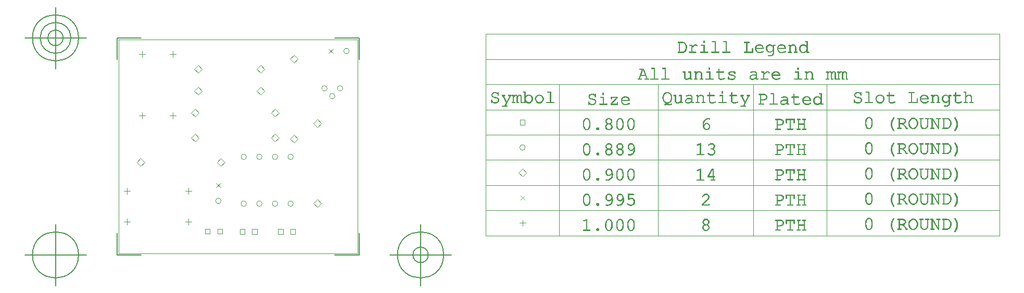
<source format=gbr>
G04 Generated by Ultiboard 14.1 *
%FSLAX33Y33*%
%MOMM*%

%ADD10C,0.001*%
%ADD11C,0.100*%
%ADD12C,0.010*%
%ADD13C,0.001*%
%ADD14C,0.127*%


G04 ColorRGB 000000 for the following layer *
%LNDrill Symbols-Copper Top-Copper Bottom*%
%LPD*%
G54D11*
X33100Y47720D02*
X33100Y48720D01*
X32600Y48220D02*
X33600Y48220D01*
X32600Y43220D02*
X33600Y43220D01*
X33100Y42720D02*
X33100Y43720D01*
X42600Y48220D02*
X43600Y48220D01*
X43100Y47720D02*
X43100Y48720D01*
X42600Y43220D02*
X43600Y43220D01*
X43100Y42720D02*
X43100Y43720D01*
X35600Y60032D02*
X35600Y61032D01*
X35100Y60532D02*
X36100Y60532D01*
X40100Y60532D02*
X41100Y60532D01*
X40600Y60032D02*
X40600Y61032D01*
X35600Y70032D02*
X35600Y71032D01*
X35100Y70532D02*
X36100Y70532D01*
X40100Y70532D02*
X41100Y70532D01*
X40600Y70032D02*
X40600Y71032D01*
X96945Y43035D02*
X97945Y43035D01*
X97445Y42535D02*
X97445Y43535D01*
G54D12*
X65927Y71370D02*
X66631Y70667D01*
X65927Y70667D02*
X66631Y71370D01*
X68374Y71019D02*
G75*
D01*
G02X68374Y71019I445J0*
G01*
X47623Y49531D02*
X48326Y48828D01*
X47623Y48828D02*
X48326Y49531D01*
X47530Y46639D02*
G75*
D01*
G02X47530Y46639I445J0*
G01*
X47828Y41256D02*
X48628Y41256D01*
X48628Y42056D01*
X47828Y42056D01*
X47828Y41256D01*
X45828Y41256D02*
X46628Y41256D01*
X46628Y42056D01*
X45828Y42056D01*
X45828Y41256D01*
X57196Y60324D02*
X57832Y60960D01*
X57196Y61596D01*
X56560Y60960D01*
X57196Y60324D01*
X44196Y60324D02*
X44832Y60960D01*
X44196Y61596D01*
X43560Y60960D01*
X44196Y60324D01*
X57196Y56260D02*
X57832Y56896D01*
X57196Y57532D01*
X56560Y56896D01*
X57196Y56260D01*
X44196Y56260D02*
X44832Y56896D01*
X44196Y57532D01*
X43560Y56896D01*
X44196Y56260D01*
X35368Y52271D02*
X36004Y52907D01*
X35368Y53543D01*
X34731Y52907D01*
X35368Y52271D01*
X48368Y52271D02*
X49004Y52907D01*
X48368Y53543D01*
X47731Y52907D01*
X48368Y52271D01*
X51669Y53810D02*
G75*
D01*
G02X51669Y53810I445J0*
G01*
X54209Y46190D02*
G75*
D01*
G02X54209Y46190I445J0*
G01*
X59289Y46190D02*
G75*
D01*
G02X59289Y46190I445J0*
G01*
X56749Y46190D02*
G75*
D01*
G02X56749Y46190I445J0*
G01*
X59289Y53810D02*
G75*
D01*
G02X59289Y53810I445J0*
G01*
X54209Y53810D02*
G75*
D01*
G02X54209Y53810I445J0*
G01*
X56749Y53810D02*
G75*
D01*
G02X56749Y53810I445J0*
G01*
X51669Y46190D02*
G75*
D01*
G02X51669Y46190I445J0*
G01*
X51464Y41250D02*
X52264Y41250D01*
X52264Y42050D01*
X51464Y42050D01*
X51464Y41250D01*
X53464Y41250D02*
X54264Y41250D01*
X54264Y42050D01*
X53464Y42050D01*
X53464Y41250D01*
X57683Y41250D02*
X58483Y41250D01*
X58483Y42050D01*
X57683Y42050D01*
X57683Y41250D01*
X59683Y41250D02*
X60483Y41250D01*
X60483Y42050D01*
X59683Y42050D01*
X59683Y41250D01*
X64111Y45610D02*
X64747Y46246D01*
X64111Y46883D01*
X63474Y46246D01*
X64111Y45610D01*
X64111Y58610D02*
X64747Y59246D01*
X64111Y59883D01*
X63474Y59246D01*
X64111Y58610D01*
X60292Y56091D02*
X60929Y56727D01*
X60292Y57363D01*
X59656Y56727D01*
X60292Y56091D01*
X60292Y69091D02*
X60929Y69727D01*
X60292Y70363D01*
X59656Y69727D01*
X60292Y69091D01*
X67321Y64936D02*
G75*
D01*
G02X67321Y64936I445J0*
G01*
X66051Y63666D02*
G75*
D01*
G02X66051Y63666I445J0*
G01*
X64781Y64936D02*
G75*
D01*
G02X64781Y64936I445J0*
G01*
X44704Y67436D02*
X45340Y68072D01*
X44704Y68708D01*
X44068Y68072D01*
X44704Y67436D01*
X54864Y67436D02*
X55500Y68072D01*
X54864Y68708D01*
X54228Y68072D01*
X54864Y67436D01*
X44704Y63880D02*
X45340Y64516D01*
X44704Y65152D01*
X44068Y64516D01*
X44704Y63880D01*
X54864Y63880D02*
X55500Y64516D01*
X54864Y65152D01*
X54228Y64516D01*
X54864Y63880D01*
X97093Y46783D02*
X97796Y47487D01*
X97093Y47487D02*
X97796Y46783D01*
X97445Y50599D02*
X98081Y51235D01*
X97445Y51872D01*
X96808Y51235D01*
X97445Y50599D01*
X97000Y55335D02*
G75*
D01*
G02X97000Y55335I445J0*
G01*
X97045Y59035D02*
X97845Y59035D01*
X97845Y59835D01*
X97045Y59835D01*
X97045Y59035D01*
G54D13*
G36*
X107284Y41876D02*
X107284Y41876D01*
X107284Y41925D01*
X107279Y41900D01*
X107284Y41876D01*
D02*
G37*
X107284Y41925D01*
X107279Y41900D01*
X107284Y41876D01*
G36*
X107284Y41925D02*
X107284Y41925D01*
X107284Y41876D01*
X107298Y41856D01*
X107284Y41925D01*
D02*
G37*
X107284Y41876D01*
X107298Y41856D01*
X107284Y41925D01*
G36*
X107298Y41856D02*
X107298Y41856D01*
X107298Y41945D01*
X107284Y41925D01*
X107298Y41856D01*
D02*
G37*
X107298Y41945D01*
X107284Y41925D01*
X107298Y41856D01*
G36*
X107298Y41945D02*
X107298Y41945D01*
X107298Y41856D01*
X107323Y41843D01*
X107298Y41945D01*
D02*
G37*
X107298Y41856D01*
X107323Y41843D01*
X107298Y41945D01*
G36*
X107323Y41843D02*
X107323Y41843D01*
X107323Y41957D01*
X107298Y41945D01*
X107323Y41843D01*
D02*
G37*
X107323Y41957D01*
X107298Y41945D01*
X107323Y41843D01*
G36*
X107323Y41957D02*
X107323Y41957D01*
X107323Y41843D01*
X107361Y41838D01*
X107323Y41957D01*
D02*
G37*
X107323Y41843D01*
X107361Y41838D01*
X107323Y41957D01*
G36*
X107361Y41838D02*
X107361Y41838D01*
X107361Y41961D01*
X107323Y41957D01*
X107361Y41838D01*
D02*
G37*
X107361Y41961D01*
X107323Y41957D01*
X107361Y41838D01*
G36*
X107361Y41961D02*
X107361Y41961D01*
X107361Y41838D01*
X108328Y41838D01*
X107361Y41961D01*
D02*
G37*
X107361Y41838D01*
X108328Y41838D01*
X107361Y41961D01*
G36*
X108328Y41838D02*
X108328Y41838D01*
X107783Y41961D01*
X107361Y41961D01*
X108328Y41838D01*
D02*
G37*
X107783Y41961D01*
X107361Y41961D01*
X108328Y41838D01*
G36*
X107783Y41961D02*
X107783Y41961D01*
X108328Y41838D01*
X107906Y41961D01*
X107783Y41961D01*
D02*
G37*
X108328Y41838D01*
X107906Y41961D01*
X107783Y41961D01*
G36*
X107906Y41961D02*
X107906Y41961D01*
X107783Y43532D01*
X107783Y41961D01*
X107906Y41961D01*
D02*
G37*
X107783Y43532D01*
X107783Y41961D01*
X107906Y41961D01*
G36*
X107783Y43532D02*
X107783Y43532D01*
X107906Y41961D01*
X107906Y43702D01*
X107783Y43532D01*
D02*
G37*
X107906Y41961D01*
X107906Y43702D01*
X107783Y43532D01*
G36*
X107906Y43702D02*
X107906Y43702D01*
X107381Y43406D01*
X107783Y43532D01*
X107906Y43702D01*
D02*
G37*
X107381Y43406D01*
X107783Y43532D01*
X107906Y43702D01*
G36*
X107381Y43406D02*
X107381Y43406D01*
X107906Y43702D01*
X107356Y43399D01*
X107381Y43406D01*
D02*
G37*
X107906Y43702D01*
X107356Y43399D01*
X107381Y43406D01*
G36*
X107343Y43524D02*
X107343Y43524D01*
X107313Y43512D01*
X107318Y43402D01*
X107343Y43524D01*
D02*
G37*
X107313Y43512D01*
X107318Y43402D01*
X107343Y43524D01*
G36*
X107343Y43524D01*
X107318Y43402D01*
X107339Y43397D01*
X107343Y43524D01*
D02*
G37*
X107318Y43402D01*
X107339Y43397D01*
X107343Y43524D01*
G36*
X107343Y43524D01*
X107339Y43397D01*
X107356Y43399D01*
X107343Y43524D01*
D02*
G37*
X107339Y43397D01*
X107356Y43399D01*
X107343Y43524D01*
G36*
X107343Y43524D01*
X107356Y43399D01*
X107906Y43702D01*
X107343Y43524D01*
D02*
G37*
X107356Y43399D01*
X107906Y43702D01*
X107343Y43524D01*
G36*
X107313Y43512D02*
X107313Y43512D01*
X107299Y43415D01*
X107318Y43402D01*
X107313Y43512D01*
D02*
G37*
X107299Y43415D01*
X107318Y43402D01*
X107313Y43512D01*
G36*
X107299Y43415D02*
X107299Y43415D01*
X107313Y43512D01*
X107295Y43500D01*
X107299Y43415D01*
D02*
G37*
X107313Y43512D01*
X107295Y43500D01*
X107299Y43415D01*
G36*
X107295Y43500D02*
X107295Y43500D01*
X107285Y43435D01*
X107299Y43415D01*
X107295Y43500D01*
D02*
G37*
X107285Y43435D01*
X107299Y43415D01*
X107295Y43500D01*
G36*
X107285Y43435D02*
X107285Y43435D01*
X107295Y43500D01*
X107284Y43480D01*
X107285Y43435D01*
D02*
G37*
X107295Y43500D01*
X107284Y43480D01*
X107285Y43435D01*
G36*
X107284Y43480D02*
X107284Y43480D01*
X107280Y43459D01*
X107285Y43435D01*
X107284Y43480D01*
D02*
G37*
X107280Y43459D01*
X107285Y43435D01*
X107284Y43480D01*
G36*
X108328Y41838D02*
X108328Y41838D01*
X108328Y41961D01*
X107906Y41961D01*
X108328Y41838D01*
D02*
G37*
X108328Y41961D01*
X107906Y41961D01*
X108328Y41838D01*
G36*
X108328Y41961D02*
X108328Y41961D01*
X108328Y41838D01*
X108365Y41843D01*
X108328Y41961D01*
D02*
G37*
X108328Y41838D01*
X108365Y41843D01*
X108328Y41961D01*
G36*
X108365Y41843D02*
X108365Y41843D01*
X108365Y41957D01*
X108328Y41961D01*
X108365Y41843D01*
D02*
G37*
X108365Y41957D01*
X108328Y41961D01*
X108365Y41843D01*
G36*
X108365Y41957D02*
X108365Y41957D01*
X108365Y41843D01*
X108391Y41856D01*
X108365Y41957D01*
D02*
G37*
X108365Y41843D01*
X108391Y41856D01*
X108365Y41957D01*
G36*
X108391Y41856D02*
X108391Y41856D01*
X108391Y41945D01*
X108365Y41957D01*
X108391Y41856D01*
D02*
G37*
X108391Y41945D01*
X108365Y41957D01*
X108391Y41856D01*
G36*
X108391Y41945D02*
X108391Y41945D01*
X108391Y41856D01*
X108405Y41876D01*
X108391Y41945D01*
D02*
G37*
X108391Y41856D01*
X108405Y41876D01*
X108391Y41945D01*
G36*
X108405Y41876D02*
X108405Y41876D01*
X108405Y41925D01*
X108391Y41945D01*
X108405Y41876D01*
D02*
G37*
X108405Y41925D01*
X108391Y41945D01*
X108405Y41876D01*
G36*
X108405Y41925D02*
X108405Y41925D01*
X108405Y41876D01*
X108410Y41900D01*
X108405Y41925D01*
D02*
G37*
X108405Y41876D01*
X108410Y41900D01*
X108405Y41925D01*
G36*
X109620Y42191D02*
X109620Y42191D01*
X109544Y42177D01*
X109620Y42191D01*
D02*
G37*
X109544Y42177D01*
X109620Y42191D01*
G36*
X109620Y42191D01*
X109544Y42177D01*
X109480Y42134D01*
X109620Y42191D01*
D02*
G37*
X109544Y42177D01*
X109480Y42134D01*
X109620Y42191D01*
G36*
X109620Y42191D01*
X109480Y42134D01*
X109435Y42070D01*
X109620Y42191D01*
D02*
G37*
X109480Y42134D01*
X109435Y42070D01*
X109620Y42191D01*
G36*
X109620Y42191D01*
X109435Y42070D01*
X109420Y41992D01*
X109620Y42191D01*
D02*
G37*
X109435Y42070D01*
X109420Y41992D01*
X109620Y42191D01*
G36*
X109620Y42191D01*
X109420Y41992D01*
X109435Y41916D01*
X109620Y42191D01*
D02*
G37*
X109420Y41992D01*
X109435Y41916D01*
X109620Y42191D01*
G36*
X109620Y42191D01*
X109435Y41916D01*
X109479Y41852D01*
X109620Y42191D01*
D02*
G37*
X109435Y41916D01*
X109479Y41852D01*
X109620Y42191D01*
G36*
X109620Y42191D01*
X109479Y41852D01*
X109543Y41809D01*
X109620Y42191D01*
D02*
G37*
X109479Y41852D01*
X109543Y41809D01*
X109620Y42191D01*
G36*
X109620Y42191D01*
X109543Y41809D01*
X109620Y41794D01*
X109620Y42191D01*
D02*
G37*
X109543Y41809D01*
X109620Y41794D01*
X109620Y42191D01*
G36*
X109620Y42191D01*
X109620Y41794D01*
X109672Y41794D01*
X109620Y42191D01*
D02*
G37*
X109620Y41794D01*
X109672Y41794D01*
X109620Y42191D01*
G36*
X109620Y42191D01*
X109672Y41794D01*
X109748Y41809D01*
X109620Y42191D01*
D02*
G37*
X109672Y41794D01*
X109748Y41809D01*
X109620Y42191D01*
G36*
X109620Y42191D01*
X109748Y41809D01*
X109812Y41852D01*
X109620Y42191D01*
D02*
G37*
X109748Y41809D01*
X109812Y41852D01*
X109620Y42191D01*
G36*
X109620Y42191D01*
X109812Y41852D01*
X109857Y41916D01*
X109620Y42191D01*
D02*
G37*
X109812Y41852D01*
X109857Y41916D01*
X109620Y42191D01*
G36*
X109620Y42191D01*
X109857Y41916D01*
X109872Y41994D01*
X109620Y42191D01*
D02*
G37*
X109857Y41916D01*
X109872Y41994D01*
X109620Y42191D01*
G36*
X109620Y42191D01*
X109872Y41994D01*
X109857Y42070D01*
X109620Y42191D01*
D02*
G37*
X109872Y41994D01*
X109857Y42070D01*
X109620Y42191D01*
G36*
X109620Y42191D01*
X109857Y42070D01*
X109813Y42134D01*
X109620Y42191D01*
D02*
G37*
X109857Y42070D01*
X109813Y42134D01*
X109620Y42191D01*
G36*
X109620Y42191D01*
X109813Y42134D01*
X109749Y42177D01*
X109620Y42191D01*
D02*
G37*
X109813Y42134D01*
X109749Y42177D01*
X109620Y42191D01*
G36*
X109620Y42191D01*
X109749Y42177D01*
X109672Y42191D01*
X109620Y42191D01*
D02*
G37*
X109749Y42177D01*
X109672Y42191D01*
X109620Y42191D01*
G36*
X112002Y43068D02*
X112002Y43068D01*
X111978Y43205D01*
X111998Y42416D01*
X112002Y43068D01*
D02*
G37*
X111978Y43205D01*
X111998Y42416D01*
X112002Y43068D01*
G36*
X112002Y43068D01*
X111998Y42416D01*
X112010Y42605D01*
X112002Y43068D01*
D02*
G37*
X111998Y42416D01*
X112010Y42605D01*
X112002Y43068D01*
G36*
X112002Y43068D01*
X112010Y42605D01*
X112010Y42909D01*
X112002Y43068D01*
D02*
G37*
X112010Y42605D01*
X112010Y42909D01*
X112002Y43068D01*
G36*
X111948Y43298D02*
X111948Y43298D01*
X111998Y42416D01*
X111978Y43205D01*
X111948Y43298D01*
D02*
G37*
X111998Y42416D01*
X111978Y43205D01*
X111948Y43298D01*
G36*
X111998Y42416D02*
X111998Y42416D01*
X111948Y43298D01*
X111905Y43400D01*
X111998Y42416D01*
D02*
G37*
X111948Y43298D01*
X111905Y43400D01*
X111998Y42416D01*
G36*
X111905Y43400D02*
X111905Y43400D01*
X111904Y42102D01*
X111998Y42416D01*
X111905Y43400D01*
D02*
G37*
X111904Y42102D01*
X111998Y42416D01*
X111905Y43400D01*
G36*
X111904Y42102D02*
X111904Y42102D01*
X111905Y43400D01*
X111887Y42893D01*
X111904Y42102D01*
D02*
G37*
X111905Y43400D01*
X111887Y42893D01*
X111904Y42102D01*
G36*
X111887Y42893D02*
X111887Y42893D01*
X111887Y42622D01*
X111904Y42102D01*
X111887Y42893D01*
D02*
G37*
X111887Y42622D01*
X111904Y42102D01*
X111887Y42893D01*
G36*
X111728Y43457D02*
X111728Y43457D01*
X111737Y43626D01*
X111685Y43505D01*
X111728Y43457D01*
D02*
G37*
X111737Y43626D01*
X111685Y43505D01*
X111728Y43457D01*
G36*
X111737Y43626D02*
X111737Y43626D01*
X111728Y43457D01*
X111786Y43353D01*
X111737Y43626D01*
D02*
G37*
X111728Y43457D01*
X111786Y43353D01*
X111737Y43626D01*
G36*
X111786Y43353D02*
X111786Y43353D01*
X111811Y43557D01*
X111737Y43626D01*
X111786Y43353D01*
D02*
G37*
X111811Y43557D01*
X111737Y43626D01*
X111786Y43353D01*
G36*
X111811Y43557D02*
X111811Y43557D01*
X111786Y43353D01*
X111838Y43218D01*
X111811Y43557D01*
D02*
G37*
X111786Y43353D01*
X111838Y43218D01*
X111811Y43557D01*
G36*
X111838Y43218D02*
X111838Y43218D01*
X111856Y43493D01*
X111811Y43557D01*
X111838Y43218D01*
D02*
G37*
X111856Y43493D01*
X111811Y43557D01*
X111838Y43218D01*
G36*
X111856Y43493D02*
X111856Y43493D01*
X111838Y43218D01*
X111875Y43061D01*
X111856Y43493D01*
D02*
G37*
X111838Y43218D01*
X111875Y43061D01*
X111856Y43493D01*
G36*
X111875Y43061D02*
X111875Y43061D01*
X111905Y43400D01*
X111856Y43493D01*
X111875Y43061D01*
D02*
G37*
X111905Y43400D01*
X111856Y43493D01*
X111875Y43061D01*
G36*
X111905Y43400D02*
X111905Y43400D01*
X111875Y43061D01*
X111887Y42893D01*
X111905Y43400D01*
D02*
G37*
X111875Y43061D01*
X111887Y42893D01*
X111905Y43400D01*
G36*
X111544Y43583D02*
X111544Y43583D01*
X111550Y43710D01*
X111445Y43596D01*
X111544Y43583D01*
D02*
G37*
X111550Y43710D01*
X111445Y43596D01*
X111544Y43583D01*
G36*
X111550Y43710D02*
X111550Y43710D01*
X111544Y43583D01*
X111632Y43545D01*
X111550Y43710D01*
D02*
G37*
X111544Y43583D01*
X111632Y43545D01*
X111550Y43710D01*
G36*
X111632Y43545D02*
X111632Y43545D01*
X111648Y43678D01*
X111550Y43710D01*
X111632Y43545D01*
D02*
G37*
X111648Y43678D01*
X111550Y43710D01*
X111632Y43545D01*
G36*
X111648Y43678D02*
X111648Y43678D01*
X111632Y43545D01*
X111685Y43505D01*
X111648Y43678D01*
D02*
G37*
X111632Y43545D01*
X111685Y43505D01*
X111648Y43678D01*
G36*
X111685Y43505D02*
X111685Y43505D01*
X111737Y43626D01*
X111648Y43678D01*
X111685Y43505D01*
D02*
G37*
X111737Y43626D01*
X111648Y43678D01*
X111685Y43505D01*
G36*
X111070Y43275D02*
X111070Y43275D01*
X111070Y43539D01*
X111011Y43029D01*
X111070Y43275D01*
D02*
G37*
X111070Y43539D01*
X111011Y43029D01*
X111070Y43275D01*
G36*
X111070Y43539D02*
X111070Y43539D01*
X111070Y43275D01*
X111121Y43385D01*
X111070Y43539D01*
D02*
G37*
X111070Y43275D01*
X111121Y43385D01*
X111070Y43539D01*
G36*
X111121Y43385D02*
X111121Y43385D01*
X111149Y43619D01*
X111070Y43539D01*
X111121Y43385D01*
D02*
G37*
X111149Y43619D01*
X111070Y43539D01*
X111121Y43385D01*
G36*
X111149Y43619D02*
X111149Y43619D01*
X111121Y43385D01*
X111185Y43478D01*
X111149Y43619D01*
D02*
G37*
X111121Y43385D01*
X111185Y43478D01*
X111149Y43619D01*
G36*
X111185Y43478D02*
X111185Y43478D01*
X111335Y43709D01*
X111149Y43619D01*
X111185Y43478D01*
D02*
G37*
X111335Y43709D01*
X111149Y43619D01*
X111185Y43478D01*
G36*
X111335Y43709D02*
X111335Y43709D01*
X111185Y43478D01*
X111347Y43583D01*
X111335Y43709D01*
D02*
G37*
X111185Y43478D01*
X111347Y43583D01*
X111335Y43709D01*
G36*
X111347Y43583D02*
X111347Y43583D01*
X111443Y43721D01*
X111335Y43709D01*
X111347Y43583D01*
D02*
G37*
X111443Y43721D01*
X111335Y43709D01*
X111347Y43583D01*
G36*
X111443Y43721D02*
X111443Y43721D01*
X111347Y43583D01*
X111445Y43596D01*
X111443Y43721D01*
D02*
G37*
X111347Y43583D01*
X111445Y43596D01*
X111443Y43721D01*
G36*
X111445Y43596D02*
X111445Y43596D01*
X111550Y43710D01*
X111443Y43721D01*
X111445Y43596D01*
D02*
G37*
X111550Y43710D01*
X111443Y43721D01*
X111445Y43596D01*
G36*
X110987Y43413D02*
X110987Y43413D01*
X110893Y43098D01*
X110915Y42310D01*
X110987Y43413D01*
D02*
G37*
X110893Y43098D01*
X110915Y42310D01*
X110987Y43413D01*
G36*
X110987Y43413D01*
X110915Y42310D01*
X110944Y42216D01*
X110987Y43413D01*
D02*
G37*
X110915Y42310D01*
X110944Y42216D01*
X110987Y43413D01*
G36*
X110987Y43413D01*
X110944Y42216D01*
X110987Y42114D01*
X110987Y43413D01*
D02*
G37*
X110944Y42216D01*
X110987Y42114D01*
X110987Y43413D01*
G36*
X110987Y43413D01*
X110987Y42114D01*
X111004Y42622D01*
X110987Y43413D01*
D02*
G37*
X110987Y42114D01*
X111004Y42622D01*
X110987Y43413D01*
G36*
X110987Y43413D01*
X111004Y42622D01*
X111004Y42893D01*
X110987Y43413D01*
D02*
G37*
X111004Y42622D01*
X111004Y42893D01*
X110987Y43413D01*
G36*
X110987Y43413D01*
X111004Y42893D01*
X111011Y43029D01*
X110987Y43413D01*
D02*
G37*
X111004Y42893D01*
X111011Y43029D01*
X110987Y43413D01*
G36*
X110987Y43413D01*
X111011Y43029D01*
X111070Y43539D01*
X110987Y43413D01*
D02*
G37*
X111011Y43029D01*
X111070Y43539D01*
X110987Y43413D01*
G36*
X111880Y42486D02*
X111880Y42486D01*
X111904Y42102D01*
X111887Y42622D01*
X111880Y42486D01*
D02*
G37*
X111904Y42102D01*
X111887Y42622D01*
X111880Y42486D01*
G36*
X111904Y42102D02*
X111904Y42102D01*
X111880Y42486D01*
X111821Y42239D01*
X111904Y42102D01*
D02*
G37*
X111880Y42486D01*
X111821Y42239D01*
X111904Y42102D01*
G36*
X111821Y42239D02*
X111821Y42239D01*
X111821Y41976D01*
X111904Y42102D01*
X111821Y42239D01*
D02*
G37*
X111821Y41976D01*
X111904Y42102D01*
X111821Y42239D01*
G36*
X111821Y41976D02*
X111821Y41976D01*
X111821Y42239D01*
X111770Y42129D01*
X111821Y41976D01*
D02*
G37*
X111821Y42239D01*
X111770Y42129D01*
X111821Y41976D01*
G36*
X111770Y42129D02*
X111770Y42129D01*
X111742Y41897D01*
X111821Y41976D01*
X111770Y42129D01*
D02*
G37*
X111742Y41897D01*
X111821Y41976D01*
X111770Y42129D01*
G36*
X111742Y41897D02*
X111742Y41897D01*
X111770Y42129D01*
X111706Y42037D01*
X111742Y41897D01*
D02*
G37*
X111770Y42129D01*
X111706Y42037D01*
X111742Y41897D01*
G36*
X111706Y42037D02*
X111706Y42037D01*
X111556Y41806D01*
X111742Y41897D01*
X111706Y42037D01*
D02*
G37*
X111556Y41806D01*
X111742Y41897D01*
X111706Y42037D01*
G36*
X111556Y41806D02*
X111556Y41806D01*
X111706Y42037D01*
X111545Y41931D01*
X111556Y41806D01*
D02*
G37*
X111706Y42037D01*
X111545Y41931D01*
X111556Y41806D01*
G36*
X111545Y41931D02*
X111545Y41931D01*
X111448Y41918D01*
X111556Y41806D01*
X111545Y41931D01*
D02*
G37*
X111448Y41918D01*
X111556Y41806D01*
X111545Y41931D01*
G36*
X111448Y41918D02*
X111448Y41918D01*
X111448Y41794D01*
X111556Y41806D01*
X111448Y41918D01*
D02*
G37*
X111448Y41794D01*
X111556Y41806D01*
X111448Y41918D01*
G36*
X111448Y41794D02*
X111448Y41794D01*
X111448Y41918D01*
X111348Y41931D01*
X111448Y41794D01*
D02*
G37*
X111448Y41918D01*
X111348Y41931D01*
X111448Y41794D01*
G36*
X111348Y41931D02*
X111348Y41931D01*
X111342Y41805D01*
X111448Y41794D01*
X111348Y41931D01*
D02*
G37*
X111342Y41805D01*
X111448Y41794D01*
X111348Y41931D01*
G36*
X111342Y41805D02*
X111342Y41805D01*
X111348Y41931D01*
X111259Y41970D01*
X111342Y41805D01*
D02*
G37*
X111348Y41931D01*
X111259Y41970D01*
X111342Y41805D01*
G36*
X111259Y41970D02*
X111259Y41970D01*
X111243Y41838D01*
X111342Y41805D01*
X111259Y41970D01*
D02*
G37*
X111243Y41838D01*
X111342Y41805D01*
X111259Y41970D01*
G36*
X111243Y41838D02*
X111243Y41838D01*
X111259Y41970D01*
X111206Y42010D01*
X111243Y41838D01*
D02*
G37*
X111259Y41970D01*
X111206Y42010D01*
X111243Y41838D01*
G36*
X111206Y42010D02*
X111206Y42010D01*
X111165Y42057D01*
X111243Y41838D01*
X111206Y42010D01*
D02*
G37*
X111165Y42057D01*
X111243Y41838D01*
X111206Y42010D01*
G36*
X111165Y42057D02*
X111165Y42057D01*
X111155Y41890D01*
X111243Y41838D01*
X111165Y42057D01*
D02*
G37*
X111155Y41890D01*
X111243Y41838D01*
X111165Y42057D01*
G36*
X111155Y41890D02*
X111155Y41890D01*
X111165Y42057D01*
X111106Y42161D01*
X111155Y41890D01*
D02*
G37*
X111165Y42057D01*
X111106Y42161D01*
X111155Y41890D01*
G36*
X111106Y42161D02*
X111106Y42161D01*
X111080Y41959D01*
X111155Y41890D01*
X111106Y42161D01*
D02*
G37*
X111080Y41959D01*
X111155Y41890D01*
X111106Y42161D01*
G36*
X111080Y41959D02*
X111080Y41959D01*
X111106Y42161D01*
X111053Y42297D01*
X111080Y41959D01*
D02*
G37*
X111106Y42161D01*
X111053Y42297D01*
X111080Y41959D01*
G36*
X111053Y42297D02*
X111053Y42297D01*
X111036Y42022D01*
X111080Y41959D01*
X111053Y42297D01*
D02*
G37*
X111036Y42022D01*
X111080Y41959D01*
X111053Y42297D01*
G36*
X111036Y42022D02*
X111036Y42022D01*
X111053Y42297D01*
X111016Y42454D01*
X111036Y42022D01*
D02*
G37*
X111053Y42297D01*
X111016Y42454D01*
X111036Y42022D01*
G36*
X111016Y42454D02*
X111016Y42454D01*
X111004Y42622D01*
X111036Y42022D01*
X111016Y42454D01*
D02*
G37*
X111004Y42622D01*
X111036Y42022D01*
X111016Y42454D01*
G36*
X110889Y42447D02*
X110889Y42447D01*
X110915Y42310D01*
X110893Y43098D01*
X110889Y42447D01*
D02*
G37*
X110915Y42310D01*
X110893Y43098D01*
X110889Y42447D01*
G36*
X110889Y42447D01*
X110893Y43098D01*
X110881Y42909D01*
X110889Y42447D01*
D02*
G37*
X110893Y43098D01*
X110881Y42909D01*
X110889Y42447D01*
G36*
X110889Y42447D01*
X110881Y42909D01*
X110881Y42605D01*
X110889Y42447D01*
D02*
G37*
X110881Y42909D01*
X110881Y42605D01*
X110889Y42447D01*
G36*
X111004Y42622D02*
X111004Y42622D01*
X110987Y42114D01*
X111036Y42022D01*
X111004Y42622D01*
D02*
G37*
X110987Y42114D01*
X111036Y42022D01*
X111004Y42622D01*
G36*
X113803Y43068D02*
X113803Y43068D01*
X113778Y43205D01*
X113799Y42416D01*
X113803Y43068D01*
D02*
G37*
X113778Y43205D01*
X113799Y42416D01*
X113803Y43068D01*
G36*
X113803Y43068D01*
X113799Y42416D01*
X113811Y42605D01*
X113803Y43068D01*
D02*
G37*
X113799Y42416D01*
X113811Y42605D01*
X113803Y43068D01*
G36*
X113803Y43068D01*
X113811Y42605D01*
X113811Y42909D01*
X113803Y43068D01*
D02*
G37*
X113811Y42605D01*
X113811Y42909D01*
X113803Y43068D01*
G36*
X113748Y43298D02*
X113748Y43298D01*
X113799Y42416D01*
X113778Y43205D01*
X113748Y43298D01*
D02*
G37*
X113799Y42416D01*
X113778Y43205D01*
X113748Y43298D01*
G36*
X113799Y42416D02*
X113799Y42416D01*
X113748Y43298D01*
X113705Y43400D01*
X113799Y42416D01*
D02*
G37*
X113748Y43298D01*
X113705Y43400D01*
X113799Y42416D01*
G36*
X113705Y43400D02*
X113705Y43400D01*
X113704Y42102D01*
X113799Y42416D01*
X113705Y43400D01*
D02*
G37*
X113704Y42102D01*
X113799Y42416D01*
X113705Y43400D01*
G36*
X113704Y42102D02*
X113704Y42102D01*
X113705Y43400D01*
X113688Y42893D01*
X113704Y42102D01*
D02*
G37*
X113705Y43400D01*
X113688Y42893D01*
X113704Y42102D01*
G36*
X113688Y42893D02*
X113688Y42893D01*
X113688Y42622D01*
X113704Y42102D01*
X113688Y42893D01*
D02*
G37*
X113688Y42622D01*
X113704Y42102D01*
X113688Y42893D01*
G36*
X113528Y43457D02*
X113528Y43457D01*
X113537Y43626D01*
X113486Y43505D01*
X113528Y43457D01*
D02*
G37*
X113537Y43626D01*
X113486Y43505D01*
X113528Y43457D01*
G36*
X113537Y43626D02*
X113537Y43626D01*
X113528Y43457D01*
X113586Y43353D01*
X113537Y43626D01*
D02*
G37*
X113528Y43457D01*
X113586Y43353D01*
X113537Y43626D01*
G36*
X113586Y43353D02*
X113586Y43353D01*
X113611Y43557D01*
X113537Y43626D01*
X113586Y43353D01*
D02*
G37*
X113611Y43557D01*
X113537Y43626D01*
X113586Y43353D01*
G36*
X113611Y43557D02*
X113611Y43557D01*
X113586Y43353D01*
X113638Y43218D01*
X113611Y43557D01*
D02*
G37*
X113586Y43353D01*
X113638Y43218D01*
X113611Y43557D01*
G36*
X113638Y43218D02*
X113638Y43218D01*
X113657Y43493D01*
X113611Y43557D01*
X113638Y43218D01*
D02*
G37*
X113657Y43493D01*
X113611Y43557D01*
X113638Y43218D01*
G36*
X113657Y43493D02*
X113657Y43493D01*
X113638Y43218D01*
X113675Y43061D01*
X113657Y43493D01*
D02*
G37*
X113638Y43218D01*
X113675Y43061D01*
X113657Y43493D01*
G36*
X113675Y43061D02*
X113675Y43061D01*
X113705Y43400D01*
X113657Y43493D01*
X113675Y43061D01*
D02*
G37*
X113705Y43400D01*
X113657Y43493D01*
X113675Y43061D01*
G36*
X113705Y43400D02*
X113705Y43400D01*
X113675Y43061D01*
X113688Y42893D01*
X113705Y43400D01*
D02*
G37*
X113675Y43061D01*
X113688Y42893D01*
X113705Y43400D01*
G36*
X113344Y43583D02*
X113344Y43583D01*
X113350Y43710D01*
X113245Y43596D01*
X113344Y43583D01*
D02*
G37*
X113350Y43710D01*
X113245Y43596D01*
X113344Y43583D01*
G36*
X113350Y43710D02*
X113350Y43710D01*
X113344Y43583D01*
X113433Y43545D01*
X113350Y43710D01*
D02*
G37*
X113344Y43583D01*
X113433Y43545D01*
X113350Y43710D01*
G36*
X113433Y43545D02*
X113433Y43545D01*
X113449Y43678D01*
X113350Y43710D01*
X113433Y43545D01*
D02*
G37*
X113449Y43678D01*
X113350Y43710D01*
X113433Y43545D01*
G36*
X113449Y43678D02*
X113449Y43678D01*
X113433Y43545D01*
X113486Y43505D01*
X113449Y43678D01*
D02*
G37*
X113433Y43545D01*
X113486Y43505D01*
X113449Y43678D01*
G36*
X113486Y43505D02*
X113486Y43505D01*
X113537Y43626D01*
X113449Y43678D01*
X113486Y43505D01*
D02*
G37*
X113537Y43626D01*
X113449Y43678D01*
X113486Y43505D01*
G36*
X112870Y43275D02*
X112870Y43275D01*
X112870Y43539D01*
X112812Y43029D01*
X112870Y43275D01*
D02*
G37*
X112870Y43539D01*
X112812Y43029D01*
X112870Y43275D01*
G36*
X112870Y43539D02*
X112870Y43539D01*
X112870Y43275D01*
X112921Y43385D01*
X112870Y43539D01*
D02*
G37*
X112870Y43275D01*
X112921Y43385D01*
X112870Y43539D01*
G36*
X112921Y43385D02*
X112921Y43385D01*
X112949Y43619D01*
X112870Y43539D01*
X112921Y43385D01*
D02*
G37*
X112949Y43619D01*
X112870Y43539D01*
X112921Y43385D01*
G36*
X112949Y43619D02*
X112949Y43619D01*
X112921Y43385D01*
X112986Y43478D01*
X112949Y43619D01*
D02*
G37*
X112921Y43385D01*
X112986Y43478D01*
X112949Y43619D01*
G36*
X112986Y43478D02*
X112986Y43478D01*
X113136Y43709D01*
X112949Y43619D01*
X112986Y43478D01*
D02*
G37*
X113136Y43709D01*
X112949Y43619D01*
X112986Y43478D01*
G36*
X113136Y43709D02*
X113136Y43709D01*
X112986Y43478D01*
X113147Y43583D01*
X113136Y43709D01*
D02*
G37*
X112986Y43478D01*
X113147Y43583D01*
X113136Y43709D01*
G36*
X113147Y43583D02*
X113147Y43583D01*
X113244Y43721D01*
X113136Y43709D01*
X113147Y43583D01*
D02*
G37*
X113244Y43721D01*
X113136Y43709D01*
X113147Y43583D01*
G36*
X113244Y43721D02*
X113244Y43721D01*
X113147Y43583D01*
X113245Y43596D01*
X113244Y43721D01*
D02*
G37*
X113147Y43583D01*
X113245Y43596D01*
X113244Y43721D01*
G36*
X113245Y43596D02*
X113245Y43596D01*
X113350Y43710D01*
X113244Y43721D01*
X113245Y43596D01*
D02*
G37*
X113350Y43710D01*
X113244Y43721D01*
X113245Y43596D01*
G36*
X112787Y43413D02*
X112787Y43413D01*
X112693Y43098D01*
X112715Y42310D01*
X112787Y43413D01*
D02*
G37*
X112693Y43098D01*
X112715Y42310D01*
X112787Y43413D01*
G36*
X112787Y43413D01*
X112715Y42310D01*
X112744Y42216D01*
X112787Y43413D01*
D02*
G37*
X112715Y42310D01*
X112744Y42216D01*
X112787Y43413D01*
G36*
X112787Y43413D01*
X112744Y42216D01*
X112787Y42114D01*
X112787Y43413D01*
D02*
G37*
X112744Y42216D01*
X112787Y42114D01*
X112787Y43413D01*
G36*
X112787Y43413D01*
X112787Y42114D01*
X112804Y42622D01*
X112787Y43413D01*
D02*
G37*
X112787Y42114D01*
X112804Y42622D01*
X112787Y43413D01*
G36*
X112787Y43413D01*
X112804Y42622D01*
X112804Y42893D01*
X112787Y43413D01*
D02*
G37*
X112804Y42622D01*
X112804Y42893D01*
X112787Y43413D01*
G36*
X112787Y43413D01*
X112804Y42893D01*
X112812Y43029D01*
X112787Y43413D01*
D02*
G37*
X112804Y42893D01*
X112812Y43029D01*
X112787Y43413D01*
G36*
X112787Y43413D01*
X112812Y43029D01*
X112870Y43539D01*
X112787Y43413D01*
D02*
G37*
X112812Y43029D01*
X112870Y43539D01*
X112787Y43413D01*
G36*
X113680Y42486D02*
X113680Y42486D01*
X113704Y42102D01*
X113688Y42622D01*
X113680Y42486D01*
D02*
G37*
X113704Y42102D01*
X113688Y42622D01*
X113680Y42486D01*
G36*
X113704Y42102D02*
X113704Y42102D01*
X113680Y42486D01*
X113622Y42239D01*
X113704Y42102D01*
D02*
G37*
X113680Y42486D01*
X113622Y42239D01*
X113704Y42102D01*
G36*
X113622Y42239D02*
X113622Y42239D01*
X113622Y41976D01*
X113704Y42102D01*
X113622Y42239D01*
D02*
G37*
X113622Y41976D01*
X113704Y42102D01*
X113622Y42239D01*
G36*
X113622Y41976D02*
X113622Y41976D01*
X113622Y42239D01*
X113570Y42129D01*
X113622Y41976D01*
D02*
G37*
X113622Y42239D01*
X113570Y42129D01*
X113622Y41976D01*
G36*
X113570Y42129D02*
X113570Y42129D01*
X113543Y41897D01*
X113622Y41976D01*
X113570Y42129D01*
D02*
G37*
X113543Y41897D01*
X113622Y41976D01*
X113570Y42129D01*
G36*
X113543Y41897D02*
X113543Y41897D01*
X113570Y42129D01*
X113506Y42037D01*
X113543Y41897D01*
D02*
G37*
X113570Y42129D01*
X113506Y42037D01*
X113543Y41897D01*
G36*
X113506Y42037D02*
X113506Y42037D01*
X113356Y41806D01*
X113543Y41897D01*
X113506Y42037D01*
D02*
G37*
X113356Y41806D01*
X113543Y41897D01*
X113506Y42037D01*
G36*
X113356Y41806D02*
X113356Y41806D01*
X113506Y42037D01*
X113345Y41931D01*
X113356Y41806D01*
D02*
G37*
X113506Y42037D01*
X113345Y41931D01*
X113356Y41806D01*
G36*
X113345Y41931D02*
X113345Y41931D01*
X113248Y41918D01*
X113356Y41806D01*
X113345Y41931D01*
D02*
G37*
X113248Y41918D01*
X113356Y41806D01*
X113345Y41931D01*
G36*
X113248Y41918D02*
X113248Y41918D01*
X113248Y41794D01*
X113356Y41806D01*
X113248Y41918D01*
D02*
G37*
X113248Y41794D01*
X113356Y41806D01*
X113248Y41918D01*
G36*
X113248Y41794D02*
X113248Y41794D01*
X113248Y41918D01*
X113148Y41931D01*
X113248Y41794D01*
D02*
G37*
X113248Y41918D01*
X113148Y41931D01*
X113248Y41794D01*
G36*
X113148Y41931D02*
X113148Y41931D01*
X113143Y41805D01*
X113248Y41794D01*
X113148Y41931D01*
D02*
G37*
X113143Y41805D01*
X113248Y41794D01*
X113148Y41931D01*
G36*
X113143Y41805D02*
X113143Y41805D01*
X113148Y41931D01*
X113059Y41970D01*
X113143Y41805D01*
D02*
G37*
X113148Y41931D01*
X113059Y41970D01*
X113143Y41805D01*
G36*
X113059Y41970D02*
X113059Y41970D01*
X113044Y41838D01*
X113143Y41805D01*
X113059Y41970D01*
D02*
G37*
X113044Y41838D01*
X113143Y41805D01*
X113059Y41970D01*
G36*
X113044Y41838D02*
X113044Y41838D01*
X113059Y41970D01*
X113006Y42010D01*
X113044Y41838D01*
D02*
G37*
X113059Y41970D01*
X113006Y42010D01*
X113044Y41838D01*
G36*
X113006Y42010D02*
X113006Y42010D01*
X112965Y42057D01*
X113044Y41838D01*
X113006Y42010D01*
D02*
G37*
X112965Y42057D01*
X113044Y41838D01*
X113006Y42010D01*
G36*
X112965Y42057D02*
X112965Y42057D01*
X112955Y41890D01*
X113044Y41838D01*
X112965Y42057D01*
D02*
G37*
X112955Y41890D01*
X113044Y41838D01*
X112965Y42057D01*
G36*
X112955Y41890D02*
X112955Y41890D01*
X112965Y42057D01*
X112906Y42161D01*
X112955Y41890D01*
D02*
G37*
X112965Y42057D01*
X112906Y42161D01*
X112955Y41890D01*
G36*
X112906Y42161D02*
X112906Y42161D01*
X112880Y41959D01*
X112955Y41890D01*
X112906Y42161D01*
D02*
G37*
X112880Y41959D01*
X112955Y41890D01*
X112906Y42161D01*
G36*
X112880Y41959D02*
X112880Y41959D01*
X112906Y42161D01*
X112853Y42297D01*
X112880Y41959D01*
D02*
G37*
X112906Y42161D01*
X112853Y42297D01*
X112880Y41959D01*
G36*
X112853Y42297D02*
X112853Y42297D01*
X112836Y42022D01*
X112880Y41959D01*
X112853Y42297D01*
D02*
G37*
X112836Y42022D01*
X112880Y41959D01*
X112853Y42297D01*
G36*
X112836Y42022D02*
X112836Y42022D01*
X112853Y42297D01*
X112816Y42454D01*
X112836Y42022D01*
D02*
G37*
X112853Y42297D01*
X112816Y42454D01*
X112836Y42022D01*
G36*
X112816Y42454D02*
X112816Y42454D01*
X112804Y42622D01*
X112836Y42022D01*
X112816Y42454D01*
D02*
G37*
X112804Y42622D01*
X112836Y42022D01*
X112816Y42454D01*
G36*
X112690Y42447D02*
X112690Y42447D01*
X112715Y42310D01*
X112693Y43098D01*
X112690Y42447D01*
D02*
G37*
X112715Y42310D01*
X112693Y43098D01*
X112690Y42447D01*
G36*
X112690Y42447D01*
X112693Y43098D01*
X112681Y42909D01*
X112690Y42447D01*
D02*
G37*
X112693Y43098D01*
X112681Y42909D01*
X112690Y42447D01*
G36*
X112690Y42447D01*
X112681Y42909D01*
X112681Y42605D01*
X112690Y42447D01*
D02*
G37*
X112681Y42909D01*
X112681Y42605D01*
X112690Y42447D01*
G36*
X112804Y42622D02*
X112804Y42622D01*
X112787Y42114D01*
X112836Y42022D01*
X112804Y42622D01*
D02*
G37*
X112787Y42114D01*
X112836Y42022D01*
X112804Y42622D01*
G36*
X115603Y43068D02*
X115603Y43068D01*
X115579Y43205D01*
X115599Y42416D01*
X115603Y43068D01*
D02*
G37*
X115579Y43205D01*
X115599Y42416D01*
X115603Y43068D01*
G36*
X115603Y43068D01*
X115599Y42416D01*
X115611Y42605D01*
X115603Y43068D01*
D02*
G37*
X115599Y42416D01*
X115611Y42605D01*
X115603Y43068D01*
G36*
X115603Y43068D01*
X115611Y42605D01*
X115611Y42909D01*
X115603Y43068D01*
D02*
G37*
X115611Y42605D01*
X115611Y42909D01*
X115603Y43068D01*
G36*
X115549Y43298D02*
X115549Y43298D01*
X115599Y42416D01*
X115579Y43205D01*
X115549Y43298D01*
D02*
G37*
X115599Y42416D01*
X115579Y43205D01*
X115549Y43298D01*
G36*
X115599Y42416D02*
X115599Y42416D01*
X115549Y43298D01*
X115505Y43400D01*
X115599Y42416D01*
D02*
G37*
X115549Y43298D01*
X115505Y43400D01*
X115599Y42416D01*
G36*
X115505Y43400D02*
X115505Y43400D01*
X115505Y42102D01*
X115599Y42416D01*
X115505Y43400D01*
D02*
G37*
X115505Y42102D01*
X115599Y42416D01*
X115505Y43400D01*
G36*
X115505Y42102D02*
X115505Y42102D01*
X115505Y43400D01*
X115488Y42893D01*
X115505Y42102D01*
D02*
G37*
X115505Y43400D01*
X115488Y42893D01*
X115505Y42102D01*
G36*
X115488Y42893D02*
X115488Y42893D01*
X115488Y42622D01*
X115505Y42102D01*
X115488Y42893D01*
D02*
G37*
X115488Y42622D01*
X115505Y42102D01*
X115488Y42893D01*
G36*
X115328Y43457D02*
X115328Y43457D01*
X115337Y43626D01*
X115286Y43505D01*
X115328Y43457D01*
D02*
G37*
X115337Y43626D01*
X115286Y43505D01*
X115328Y43457D01*
G36*
X115337Y43626D02*
X115337Y43626D01*
X115328Y43457D01*
X115387Y43353D01*
X115337Y43626D01*
D02*
G37*
X115328Y43457D01*
X115387Y43353D01*
X115337Y43626D01*
G36*
X115387Y43353D02*
X115387Y43353D01*
X115412Y43557D01*
X115337Y43626D01*
X115387Y43353D01*
D02*
G37*
X115412Y43557D01*
X115337Y43626D01*
X115387Y43353D01*
G36*
X115412Y43557D02*
X115412Y43557D01*
X115387Y43353D01*
X115439Y43218D01*
X115412Y43557D01*
D02*
G37*
X115387Y43353D01*
X115439Y43218D01*
X115412Y43557D01*
G36*
X115439Y43218D02*
X115439Y43218D01*
X115457Y43493D01*
X115412Y43557D01*
X115439Y43218D01*
D02*
G37*
X115457Y43493D01*
X115412Y43557D01*
X115439Y43218D01*
G36*
X115457Y43493D02*
X115457Y43493D01*
X115439Y43218D01*
X115476Y43061D01*
X115457Y43493D01*
D02*
G37*
X115439Y43218D01*
X115476Y43061D01*
X115457Y43493D01*
G36*
X115476Y43061D02*
X115476Y43061D01*
X115505Y43400D01*
X115457Y43493D01*
X115476Y43061D01*
D02*
G37*
X115505Y43400D01*
X115457Y43493D01*
X115476Y43061D01*
G36*
X115505Y43400D02*
X115505Y43400D01*
X115476Y43061D01*
X115488Y42893D01*
X115505Y43400D01*
D02*
G37*
X115476Y43061D01*
X115488Y42893D01*
X115505Y43400D01*
G36*
X115144Y43583D02*
X115144Y43583D01*
X115150Y43710D01*
X115045Y43596D01*
X115144Y43583D01*
D02*
G37*
X115150Y43710D01*
X115045Y43596D01*
X115144Y43583D01*
G36*
X115150Y43710D02*
X115150Y43710D01*
X115144Y43583D01*
X115233Y43545D01*
X115150Y43710D01*
D02*
G37*
X115144Y43583D01*
X115233Y43545D01*
X115150Y43710D01*
G36*
X115233Y43545D02*
X115233Y43545D01*
X115249Y43678D01*
X115150Y43710D01*
X115233Y43545D01*
D02*
G37*
X115249Y43678D01*
X115150Y43710D01*
X115233Y43545D01*
G36*
X115249Y43678D02*
X115249Y43678D01*
X115233Y43545D01*
X115286Y43505D01*
X115249Y43678D01*
D02*
G37*
X115233Y43545D01*
X115286Y43505D01*
X115249Y43678D01*
G36*
X115286Y43505D02*
X115286Y43505D01*
X115337Y43626D01*
X115249Y43678D01*
X115286Y43505D01*
D02*
G37*
X115337Y43626D01*
X115249Y43678D01*
X115286Y43505D01*
G36*
X114670Y43275D02*
X114670Y43275D01*
X114670Y43539D01*
X114612Y43029D01*
X114670Y43275D01*
D02*
G37*
X114670Y43539D01*
X114612Y43029D01*
X114670Y43275D01*
G36*
X114670Y43539D02*
X114670Y43539D01*
X114670Y43275D01*
X114722Y43385D01*
X114670Y43539D01*
D02*
G37*
X114670Y43275D01*
X114722Y43385D01*
X114670Y43539D01*
G36*
X114722Y43385D02*
X114722Y43385D01*
X114749Y43619D01*
X114670Y43539D01*
X114722Y43385D01*
D02*
G37*
X114749Y43619D01*
X114670Y43539D01*
X114722Y43385D01*
G36*
X114749Y43619D02*
X114749Y43619D01*
X114722Y43385D01*
X114786Y43478D01*
X114749Y43619D01*
D02*
G37*
X114722Y43385D01*
X114786Y43478D01*
X114749Y43619D01*
G36*
X114786Y43478D02*
X114786Y43478D01*
X114936Y43709D01*
X114749Y43619D01*
X114786Y43478D01*
D02*
G37*
X114936Y43709D01*
X114749Y43619D01*
X114786Y43478D01*
G36*
X114936Y43709D02*
X114936Y43709D01*
X114786Y43478D01*
X114948Y43583D01*
X114936Y43709D01*
D02*
G37*
X114786Y43478D01*
X114948Y43583D01*
X114936Y43709D01*
G36*
X114948Y43583D02*
X114948Y43583D01*
X115044Y43721D01*
X114936Y43709D01*
X114948Y43583D01*
D02*
G37*
X115044Y43721D01*
X114936Y43709D01*
X114948Y43583D01*
G36*
X115044Y43721D02*
X115044Y43721D01*
X114948Y43583D01*
X115045Y43596D01*
X115044Y43721D01*
D02*
G37*
X114948Y43583D01*
X115045Y43596D01*
X115044Y43721D01*
G36*
X115045Y43596D02*
X115045Y43596D01*
X115150Y43710D01*
X115044Y43721D01*
X115045Y43596D01*
D02*
G37*
X115150Y43710D01*
X115044Y43721D01*
X115045Y43596D01*
G36*
X114588Y43413D02*
X114588Y43413D01*
X114493Y43098D01*
X114515Y42310D01*
X114588Y43413D01*
D02*
G37*
X114493Y43098D01*
X114515Y42310D01*
X114588Y43413D01*
G36*
X114588Y43413D01*
X114515Y42310D01*
X114544Y42216D01*
X114588Y43413D01*
D02*
G37*
X114515Y42310D01*
X114544Y42216D01*
X114588Y43413D01*
G36*
X114588Y43413D01*
X114544Y42216D01*
X114588Y42114D01*
X114588Y43413D01*
D02*
G37*
X114544Y42216D01*
X114588Y42114D01*
X114588Y43413D01*
G36*
X114588Y43413D01*
X114588Y42114D01*
X114605Y42622D01*
X114588Y43413D01*
D02*
G37*
X114588Y42114D01*
X114605Y42622D01*
X114588Y43413D01*
G36*
X114588Y43413D01*
X114605Y42622D01*
X114605Y42893D01*
X114588Y43413D01*
D02*
G37*
X114605Y42622D01*
X114605Y42893D01*
X114588Y43413D01*
G36*
X114588Y43413D01*
X114605Y42893D01*
X114612Y43029D01*
X114588Y43413D01*
D02*
G37*
X114605Y42893D01*
X114612Y43029D01*
X114588Y43413D01*
G36*
X114588Y43413D01*
X114612Y43029D01*
X114670Y43539D01*
X114588Y43413D01*
D02*
G37*
X114612Y43029D01*
X114670Y43539D01*
X114588Y43413D01*
G36*
X115480Y42486D02*
X115480Y42486D01*
X115505Y42102D01*
X115488Y42622D01*
X115480Y42486D01*
D02*
G37*
X115505Y42102D01*
X115488Y42622D01*
X115480Y42486D01*
G36*
X115505Y42102D02*
X115505Y42102D01*
X115480Y42486D01*
X115422Y42239D01*
X115505Y42102D01*
D02*
G37*
X115480Y42486D01*
X115422Y42239D01*
X115505Y42102D01*
G36*
X115422Y42239D02*
X115422Y42239D01*
X115422Y41976D01*
X115505Y42102D01*
X115422Y42239D01*
D02*
G37*
X115422Y41976D01*
X115505Y42102D01*
X115422Y42239D01*
G36*
X115422Y41976D02*
X115422Y41976D01*
X115422Y42239D01*
X115371Y42129D01*
X115422Y41976D01*
D02*
G37*
X115422Y42239D01*
X115371Y42129D01*
X115422Y41976D01*
G36*
X115371Y42129D02*
X115371Y42129D01*
X115343Y41897D01*
X115422Y41976D01*
X115371Y42129D01*
D02*
G37*
X115343Y41897D01*
X115422Y41976D01*
X115371Y42129D01*
G36*
X115343Y41897D02*
X115343Y41897D01*
X115371Y42129D01*
X115307Y42037D01*
X115343Y41897D01*
D02*
G37*
X115371Y42129D01*
X115307Y42037D01*
X115343Y41897D01*
G36*
X115307Y42037D02*
X115307Y42037D01*
X115156Y41806D01*
X115343Y41897D01*
X115307Y42037D01*
D02*
G37*
X115156Y41806D01*
X115343Y41897D01*
X115307Y42037D01*
G36*
X115156Y41806D02*
X115156Y41806D01*
X115307Y42037D01*
X115145Y41931D01*
X115156Y41806D01*
D02*
G37*
X115307Y42037D01*
X115145Y41931D01*
X115156Y41806D01*
G36*
X115145Y41931D02*
X115145Y41931D01*
X115048Y41918D01*
X115156Y41806D01*
X115145Y41931D01*
D02*
G37*
X115048Y41918D01*
X115156Y41806D01*
X115145Y41931D01*
G36*
X115048Y41918D02*
X115048Y41918D01*
X115048Y41794D01*
X115156Y41806D01*
X115048Y41918D01*
D02*
G37*
X115048Y41794D01*
X115156Y41806D01*
X115048Y41918D01*
G36*
X115048Y41794D02*
X115048Y41794D01*
X115048Y41918D01*
X114948Y41931D01*
X115048Y41794D01*
D02*
G37*
X115048Y41918D01*
X114948Y41931D01*
X115048Y41794D01*
G36*
X114948Y41931D02*
X114948Y41931D01*
X114943Y41805D01*
X115048Y41794D01*
X114948Y41931D01*
D02*
G37*
X114943Y41805D01*
X115048Y41794D01*
X114948Y41931D01*
G36*
X114943Y41805D02*
X114943Y41805D01*
X114948Y41931D01*
X114859Y41970D01*
X114943Y41805D01*
D02*
G37*
X114948Y41931D01*
X114859Y41970D01*
X114943Y41805D01*
G36*
X114859Y41970D02*
X114859Y41970D01*
X114844Y41838D01*
X114943Y41805D01*
X114859Y41970D01*
D02*
G37*
X114844Y41838D01*
X114943Y41805D01*
X114859Y41970D01*
G36*
X114844Y41838D02*
X114844Y41838D01*
X114859Y41970D01*
X114807Y42010D01*
X114844Y41838D01*
D02*
G37*
X114859Y41970D01*
X114807Y42010D01*
X114844Y41838D01*
G36*
X114807Y42010D02*
X114807Y42010D01*
X114766Y42057D01*
X114844Y41838D01*
X114807Y42010D01*
D02*
G37*
X114766Y42057D01*
X114844Y41838D01*
X114807Y42010D01*
G36*
X114766Y42057D02*
X114766Y42057D01*
X114755Y41890D01*
X114844Y41838D01*
X114766Y42057D01*
D02*
G37*
X114755Y41890D01*
X114844Y41838D01*
X114766Y42057D01*
G36*
X114755Y41890D02*
X114755Y41890D01*
X114766Y42057D01*
X114706Y42161D01*
X114755Y41890D01*
D02*
G37*
X114766Y42057D01*
X114706Y42161D01*
X114755Y41890D01*
G36*
X114706Y42161D02*
X114706Y42161D01*
X114681Y41959D01*
X114755Y41890D01*
X114706Y42161D01*
D02*
G37*
X114681Y41959D01*
X114755Y41890D01*
X114706Y42161D01*
G36*
X114681Y41959D02*
X114681Y41959D01*
X114706Y42161D01*
X114654Y42297D01*
X114681Y41959D01*
D02*
G37*
X114706Y42161D01*
X114654Y42297D01*
X114681Y41959D01*
G36*
X114654Y42297D02*
X114654Y42297D01*
X114636Y42022D01*
X114681Y41959D01*
X114654Y42297D01*
D02*
G37*
X114636Y42022D01*
X114681Y41959D01*
X114654Y42297D01*
G36*
X114636Y42022D02*
X114636Y42022D01*
X114654Y42297D01*
X114617Y42454D01*
X114636Y42022D01*
D02*
G37*
X114654Y42297D01*
X114617Y42454D01*
X114636Y42022D01*
G36*
X114617Y42454D02*
X114617Y42454D01*
X114605Y42622D01*
X114636Y42022D01*
X114617Y42454D01*
D02*
G37*
X114605Y42622D01*
X114636Y42022D01*
X114617Y42454D01*
G36*
X114490Y42447D02*
X114490Y42447D01*
X114515Y42310D01*
X114493Y43098D01*
X114490Y42447D01*
D02*
G37*
X114515Y42310D01*
X114493Y43098D01*
X114490Y42447D01*
G36*
X114490Y42447D01*
X114493Y43098D01*
X114481Y42909D01*
X114490Y42447D01*
D02*
G37*
X114493Y43098D01*
X114481Y42909D01*
X114490Y42447D01*
G36*
X114490Y42447D01*
X114481Y42909D01*
X114481Y42605D01*
X114490Y42447D01*
D02*
G37*
X114481Y42909D01*
X114481Y42605D01*
X114490Y42447D01*
G36*
X114605Y42622D02*
X114605Y42622D01*
X114588Y42114D01*
X114636Y42022D01*
X114605Y42622D01*
D02*
G37*
X114588Y42114D01*
X114636Y42022D01*
X114605Y42622D01*
G36*
X127535Y43483D02*
X127535Y43483D01*
X127542Y43635D01*
X127473Y43532D01*
X127535Y43483D01*
D02*
G37*
X127542Y43635D01*
X127473Y43532D01*
X127535Y43483D01*
G36*
X127542Y43635D02*
X127542Y43635D01*
X127535Y43483D01*
X127587Y43423D01*
X127542Y43635D01*
D02*
G37*
X127535Y43483D01*
X127587Y43423D01*
X127542Y43635D01*
G36*
X127587Y43423D02*
X127587Y43423D01*
X127624Y43569D01*
X127542Y43635D01*
X127587Y43423D01*
D02*
G37*
X127624Y43569D01*
X127542Y43635D01*
X127587Y43423D01*
G36*
X127624Y43569D02*
X127624Y43569D01*
X127587Y43423D01*
X127646Y43287D01*
X127624Y43569D01*
D02*
G37*
X127587Y43423D01*
X127646Y43287D01*
X127624Y43569D01*
G36*
X127646Y43287D02*
X127646Y43287D01*
X127692Y43490D01*
X127624Y43569D01*
X127646Y43287D01*
D02*
G37*
X127692Y43490D01*
X127624Y43569D01*
X127646Y43287D01*
G36*
X127692Y43490D02*
X127692Y43490D01*
X127646Y43287D01*
X127653Y43211D01*
X127692Y43490D01*
D02*
G37*
X127646Y43287D01*
X127653Y43211D01*
X127692Y43490D01*
G36*
X127653Y43211D02*
X127653Y43211D01*
X127694Y42955D01*
X127692Y43490D01*
X127653Y43211D01*
D02*
G37*
X127694Y42955D01*
X127692Y43490D01*
X127653Y43211D01*
G36*
X127694Y42955D02*
X127694Y42955D01*
X127653Y43211D01*
X127646Y43142D01*
X127694Y42955D01*
D02*
G37*
X127653Y43211D01*
X127646Y43142D01*
X127694Y42955D01*
G36*
X127646Y43142D02*
X127646Y43142D01*
X127616Y42871D01*
X127694Y42955D01*
X127646Y43142D01*
D02*
G37*
X127616Y42871D01*
X127694Y42955D01*
X127646Y43142D01*
G36*
X127616Y42871D02*
X127616Y42871D01*
X127646Y43142D01*
X127588Y43017D01*
X127616Y42871D01*
D02*
G37*
X127646Y43142D01*
X127588Y43017D01*
X127616Y42871D01*
G36*
X127588Y43017D02*
X127588Y43017D01*
X127537Y42961D01*
X127616Y42871D01*
X127588Y43017D01*
D02*
G37*
X127537Y42961D01*
X127616Y42871D01*
X127588Y43017D01*
G36*
X127246Y43596D02*
X127246Y43596D01*
X127247Y43721D01*
X127164Y43589D01*
X127246Y43596D01*
D02*
G37*
X127247Y43721D01*
X127164Y43589D01*
X127246Y43596D01*
G36*
X127247Y43721D02*
X127247Y43721D01*
X127246Y43596D01*
X127328Y43589D01*
X127247Y43721D01*
D02*
G37*
X127246Y43596D01*
X127328Y43589D01*
X127247Y43721D01*
G36*
X127328Y43589D02*
X127328Y43589D01*
X127354Y43711D01*
X127247Y43721D01*
X127328Y43589D01*
D02*
G37*
X127354Y43711D01*
X127247Y43721D01*
X127328Y43589D01*
G36*
X127354Y43711D02*
X127354Y43711D01*
X127328Y43589D01*
X127473Y43532D01*
X127354Y43711D01*
D02*
G37*
X127328Y43589D01*
X127473Y43532D01*
X127354Y43711D01*
G36*
X127473Y43532D02*
X127473Y43532D01*
X127542Y43635D01*
X127354Y43711D01*
X127473Y43532D01*
D02*
G37*
X127542Y43635D01*
X127354Y43711D01*
X127473Y43532D01*
G36*
X127142Y43711D02*
X127142Y43711D01*
X126954Y43635D01*
X126958Y43482D01*
X127142Y43711D01*
D02*
G37*
X126954Y43635D01*
X126958Y43482D01*
X127142Y43711D01*
G36*
X127142Y43711D01*
X126958Y43482D01*
X127020Y43532D01*
X127142Y43711D01*
D02*
G37*
X126958Y43482D01*
X127020Y43532D01*
X127142Y43711D01*
G36*
X127142Y43711D01*
X127020Y43532D01*
X127164Y43589D01*
X127142Y43711D01*
D02*
G37*
X127020Y43532D01*
X127164Y43589D01*
X127142Y43711D01*
G36*
X127142Y43711D01*
X127164Y43589D01*
X127247Y43721D01*
X127142Y43711D01*
D02*
G37*
X127164Y43589D01*
X127247Y43721D01*
X127142Y43711D01*
G36*
X126848Y43288D02*
X126848Y43288D01*
X126872Y43569D01*
X126840Y43212D01*
X126848Y43288D01*
D02*
G37*
X126872Y43569D01*
X126840Y43212D01*
X126848Y43288D01*
G36*
X126872Y43569D02*
X126872Y43569D01*
X126848Y43288D01*
X126907Y43422D01*
X126872Y43569D01*
D02*
G37*
X126848Y43288D01*
X126907Y43422D01*
X126872Y43569D01*
G36*
X126907Y43422D02*
X126907Y43422D01*
X126954Y43635D01*
X126872Y43569D01*
X126907Y43422D01*
D02*
G37*
X126954Y43635D01*
X126872Y43569D01*
X126907Y43422D01*
G36*
X126954Y43635D02*
X126954Y43635D01*
X126907Y43422D01*
X126958Y43482D01*
X126954Y43635D01*
D02*
G37*
X126907Y43422D01*
X126958Y43482D01*
X126954Y43635D01*
G36*
X126957Y42961D02*
X126957Y42961D01*
X126997Y42792D01*
X127018Y42914D01*
X126957Y42961D01*
D02*
G37*
X126997Y42792D01*
X127018Y42914D01*
X126957Y42961D01*
G36*
X126997Y42792D02*
X126997Y42792D01*
X126957Y42961D01*
X126906Y43017D01*
X126997Y42792D01*
D02*
G37*
X126957Y42961D01*
X126906Y43017D01*
X126997Y42792D01*
G36*
X126906Y43017D02*
X126906Y43017D01*
X126881Y42871D01*
X126997Y42792D01*
X126906Y43017D01*
D02*
G37*
X126881Y42871D01*
X126997Y42792D01*
X126906Y43017D01*
G36*
X126881Y42871D02*
X126881Y42871D01*
X126906Y43017D01*
X126848Y43143D01*
X126881Y42871D01*
D02*
G37*
X126906Y43017D01*
X126848Y43143D01*
X126881Y42871D01*
G36*
X126848Y43143D02*
X126848Y43143D01*
X126803Y43490D01*
X126881Y42871D01*
X126848Y43143D01*
D02*
G37*
X126803Y43490D01*
X126881Y42871D01*
X126848Y43143D01*
G36*
X126803Y43490D02*
X126803Y43490D01*
X126848Y43143D01*
X126840Y43212D01*
X126803Y43490D01*
D02*
G37*
X126848Y43143D01*
X126840Y43212D01*
X126803Y43490D01*
G36*
X126840Y43212D02*
X126840Y43212D01*
X126872Y43569D01*
X126803Y43490D01*
X126840Y43212D01*
D02*
G37*
X126872Y43569D01*
X126803Y43490D01*
X126840Y43212D01*
G36*
X127770Y43313D02*
X127770Y43313D01*
X127692Y43490D01*
X127694Y42955D01*
X127770Y43313D01*
D02*
G37*
X127692Y43490D01*
X127694Y42955D01*
X127770Y43313D01*
G36*
X127770Y43313D01*
X127694Y42955D01*
X127758Y43078D01*
X127770Y43313D01*
D02*
G37*
X127694Y42955D01*
X127758Y43078D01*
X127770Y43313D01*
G36*
X127770Y43313D01*
X127758Y43078D01*
X127779Y43215D01*
X127770Y43313D01*
D02*
G37*
X127758Y43078D01*
X127779Y43215D01*
X127770Y43313D01*
G36*
X127499Y42792D02*
X127499Y42792D01*
X127616Y42871D01*
X127537Y42961D01*
X127499Y42792D01*
D02*
G37*
X127616Y42871D01*
X127537Y42961D01*
X127499Y42792D01*
G36*
X127499Y42792D01*
X127537Y42961D01*
X127475Y42914D01*
X127499Y42792D01*
D02*
G37*
X127537Y42961D01*
X127475Y42914D01*
X127499Y42792D01*
G36*
X127499Y42792D01*
X127475Y42914D01*
X127494Y42664D01*
X127499Y42792D01*
D02*
G37*
X127475Y42914D01*
X127494Y42664D01*
X127499Y42792D01*
G36*
X127499Y42792D01*
X127494Y42664D01*
X127561Y42612D01*
X127499Y42792D01*
D02*
G37*
X127494Y42664D01*
X127561Y42612D01*
X127499Y42792D01*
G36*
X127499Y42792D01*
X127561Y42612D01*
X127634Y42705D01*
X127499Y42792D01*
D02*
G37*
X127561Y42612D01*
X127634Y42705D01*
X127499Y42792D01*
G36*
X127475Y42914D02*
X127475Y42914D01*
X127337Y42724D01*
X127494Y42664D01*
X127475Y42914D01*
D02*
G37*
X127337Y42724D01*
X127494Y42664D01*
X127475Y42914D01*
G36*
X127337Y42724D02*
X127337Y42724D01*
X127475Y42914D01*
X127330Y42860D01*
X127337Y42724D01*
D02*
G37*
X127475Y42914D01*
X127330Y42860D01*
X127337Y42724D01*
G36*
X127330Y42860D02*
X127330Y42860D01*
X127247Y42732D01*
X127337Y42724D01*
X127330Y42860D01*
D02*
G37*
X127247Y42732D01*
X127337Y42724D01*
X127330Y42860D01*
G36*
X127247Y42732D02*
X127247Y42732D01*
X127330Y42860D01*
X127246Y42854D01*
X127247Y42732D01*
D02*
G37*
X127330Y42860D01*
X127246Y42854D01*
X127247Y42732D01*
G36*
X127246Y42854D02*
X127246Y42854D01*
X127163Y42860D01*
X127247Y42732D01*
X127246Y42854D01*
D02*
G37*
X127163Y42860D01*
X127247Y42732D01*
X127246Y42854D01*
G36*
X126934Y42612D02*
X126934Y42612D01*
X126997Y42792D01*
X126879Y42549D01*
X126934Y42612D01*
D02*
G37*
X126997Y42792D01*
X126879Y42549D01*
X126934Y42612D01*
G36*
X126997Y42792D02*
X126997Y42792D01*
X126934Y42612D01*
X127001Y42664D01*
X126997Y42792D01*
D02*
G37*
X126934Y42612D01*
X127001Y42664D01*
X126997Y42792D01*
G36*
X127001Y42664D02*
X127001Y42664D01*
X127018Y42914D01*
X126997Y42792D01*
X127001Y42664D01*
D02*
G37*
X127018Y42914D01*
X126997Y42792D01*
X127001Y42664D01*
G36*
X127018Y42914D02*
X127018Y42914D01*
X127001Y42664D01*
X127158Y42724D01*
X127018Y42914D01*
D02*
G37*
X127001Y42664D01*
X127158Y42724D01*
X127018Y42914D01*
G36*
X127158Y42724D02*
X127158Y42724D01*
X127163Y42860D01*
X127018Y42914D01*
X127158Y42724D01*
D02*
G37*
X127163Y42860D01*
X127018Y42914D01*
X127158Y42724D01*
G36*
X127163Y42860D02*
X127163Y42860D01*
X127158Y42724D01*
X127247Y42732D01*
X127163Y42860D01*
D02*
G37*
X127158Y42724D01*
X127247Y42732D01*
X127163Y42860D01*
G36*
X126803Y43490D02*
X126803Y43490D01*
X126725Y43313D01*
X126737Y43078D01*
X126803Y43490D01*
D02*
G37*
X126725Y43313D01*
X126737Y43078D01*
X126803Y43490D01*
G36*
X126803Y43490D01*
X126737Y43078D01*
X126801Y42953D01*
X126803Y43490D01*
D02*
G37*
X126737Y43078D01*
X126801Y42953D01*
X126803Y43490D01*
G36*
X126803Y43490D01*
X126801Y42953D01*
X126881Y42871D01*
X126803Y43490D01*
D02*
G37*
X126801Y42953D01*
X126881Y42871D01*
X126803Y43490D01*
G36*
X127790Y42468D02*
X127790Y42468D01*
X127800Y42227D01*
X127810Y42332D01*
X127790Y42468D01*
D02*
G37*
X127800Y42227D01*
X127810Y42332D01*
X127790Y42468D01*
G36*
X127800Y42227D02*
X127800Y42227D01*
X127790Y42468D01*
X127732Y42595D01*
X127800Y42227D01*
D02*
G37*
X127790Y42468D01*
X127732Y42595D01*
X127800Y42227D01*
G36*
X127732Y42595D02*
X127732Y42595D01*
X127718Y42038D01*
X127800Y42227D01*
X127732Y42595D01*
D02*
G37*
X127718Y42038D01*
X127800Y42227D01*
X127732Y42595D01*
G36*
X127718Y42038D02*
X127718Y42038D01*
X127732Y42595D01*
X127687Y42329D01*
X127718Y42038D01*
D02*
G37*
X127732Y42595D01*
X127687Y42329D01*
X127718Y42038D01*
G36*
X127687Y42329D02*
X127687Y42329D01*
X127679Y42249D01*
X127718Y42038D01*
X127687Y42329D01*
D02*
G37*
X127679Y42249D01*
X127718Y42038D01*
X127687Y42329D01*
G36*
X127616Y42549D02*
X127616Y42549D01*
X127634Y42705D01*
X127561Y42612D01*
X127616Y42549D01*
D02*
G37*
X127634Y42705D01*
X127561Y42612D01*
X127616Y42549D01*
G36*
X127634Y42705D02*
X127634Y42705D01*
X127616Y42549D01*
X127679Y42408D01*
X127634Y42705D01*
D02*
G37*
X127616Y42549D01*
X127679Y42408D01*
X127634Y42705D01*
G36*
X127679Y42408D02*
X127679Y42408D01*
X127732Y42595D01*
X127634Y42705D01*
X127679Y42408D01*
D02*
G37*
X127732Y42595D01*
X127634Y42705D01*
X127679Y42408D01*
G36*
X127732Y42595D02*
X127732Y42595D01*
X127679Y42408D01*
X127687Y42329D01*
X127732Y42595D01*
D02*
G37*
X127679Y42408D01*
X127687Y42329D01*
X127732Y42595D01*
G36*
X127646Y41954D02*
X127646Y41954D01*
X127718Y42038D01*
X127679Y42249D01*
X127646Y41954D01*
D02*
G37*
X127718Y42038D01*
X127679Y42249D01*
X127646Y41954D01*
G36*
X127646Y41954D01*
X127679Y42249D01*
X127616Y42105D01*
X127646Y41954D01*
D02*
G37*
X127679Y42249D01*
X127616Y42105D01*
X127646Y41954D01*
G36*
X127646Y41954D01*
X127616Y42105D01*
X127560Y42041D01*
X127646Y41954D01*
D02*
G37*
X127616Y42105D01*
X127560Y42041D01*
X127646Y41954D01*
G36*
X127646Y41954D01*
X127560Y42041D01*
X127559Y41884D01*
X127646Y41954D01*
D02*
G37*
X127560Y42041D01*
X127559Y41884D01*
X127646Y41954D01*
G36*
X127493Y41987D02*
X127493Y41987D01*
X127337Y41925D01*
X127360Y41804D01*
X127493Y41987D01*
D02*
G37*
X127337Y41925D01*
X127360Y41804D01*
X127493Y41987D01*
G36*
X127493Y41987D01*
X127360Y41804D01*
X127559Y41884D01*
X127493Y41987D01*
D02*
G37*
X127360Y41804D01*
X127559Y41884D01*
X127493Y41987D01*
G36*
X127493Y41987D01*
X127559Y41884D01*
X127560Y42041D01*
X127493Y41987D01*
D02*
G37*
X127559Y41884D01*
X127560Y42041D01*
X127493Y41987D01*
G36*
X126935Y41884D02*
X126935Y41884D01*
X127002Y41987D01*
X126935Y42041D01*
X126935Y41884D01*
D02*
G37*
X127002Y41987D01*
X126935Y42041D01*
X126935Y41884D01*
G36*
X127002Y41987D02*
X127002Y41987D01*
X126935Y41884D01*
X127135Y41804D01*
X127002Y41987D01*
D02*
G37*
X126935Y41884D01*
X127135Y41804D01*
X127002Y41987D01*
G36*
X127135Y41804D02*
X127135Y41804D01*
X127158Y41925D01*
X127002Y41987D01*
X127135Y41804D01*
D02*
G37*
X127158Y41925D01*
X127002Y41987D01*
X127135Y41804D01*
G36*
X127158Y41925D02*
X127158Y41925D01*
X127135Y41804D01*
X127247Y41794D01*
X127158Y41925D01*
D02*
G37*
X127135Y41804D01*
X127247Y41794D01*
X127158Y41925D01*
G36*
X127247Y41794D02*
X127247Y41794D01*
X127247Y41918D01*
X127158Y41925D01*
X127247Y41794D01*
D02*
G37*
X127247Y41918D01*
X127158Y41925D01*
X127247Y41794D01*
G36*
X127247Y41918D02*
X127247Y41918D01*
X127247Y41794D01*
X127360Y41804D01*
X127247Y41918D01*
D02*
G37*
X127247Y41794D01*
X127360Y41804D01*
X127247Y41918D01*
G36*
X127360Y41804D02*
X127360Y41804D01*
X127337Y41925D01*
X127247Y41918D01*
X127360Y41804D01*
D02*
G37*
X127337Y41925D01*
X127247Y41918D01*
X127360Y41804D01*
G36*
X126777Y42038D02*
X126777Y42038D01*
X126816Y42250D01*
X126808Y42331D01*
X126777Y42038D01*
D02*
G37*
X126816Y42250D01*
X126808Y42331D01*
X126777Y42038D01*
G36*
X126816Y42250D02*
X126816Y42250D01*
X126777Y42038D01*
X126849Y41954D01*
X126816Y42250D01*
D02*
G37*
X126777Y42038D01*
X126849Y41954D01*
X126816Y42250D01*
G36*
X126849Y41954D02*
X126849Y41954D01*
X126879Y42105D01*
X126816Y42250D01*
X126849Y41954D01*
D02*
G37*
X126879Y42105D01*
X126816Y42250D01*
X126849Y41954D01*
G36*
X126879Y42105D02*
X126879Y42105D01*
X126849Y41954D01*
X126935Y41884D01*
X126879Y42105D01*
D02*
G37*
X126849Y41954D01*
X126935Y41884D01*
X126879Y42105D01*
G36*
X126935Y41884D02*
X126935Y41884D01*
X126935Y42041D01*
X126879Y42105D01*
X126935Y41884D01*
D02*
G37*
X126935Y42041D01*
X126879Y42105D01*
X126935Y41884D01*
G36*
X126695Y42227D02*
X126695Y42227D01*
X126705Y42467D01*
X126685Y42332D01*
X126695Y42227D01*
D02*
G37*
X126705Y42467D01*
X126685Y42332D01*
X126695Y42227D01*
G36*
X126705Y42467D02*
X126705Y42467D01*
X126695Y42227D01*
X126777Y42038D01*
X126705Y42467D01*
D02*
G37*
X126695Y42227D01*
X126777Y42038D01*
X126705Y42467D01*
G36*
X126777Y42038D02*
X126777Y42038D01*
X126763Y42594D01*
X126705Y42467D01*
X126777Y42038D01*
D02*
G37*
X126763Y42594D01*
X126705Y42467D01*
X126777Y42038D01*
G36*
X126763Y42594D02*
X126763Y42594D01*
X126777Y42038D01*
X126816Y42409D01*
X126763Y42594D01*
D02*
G37*
X126777Y42038D01*
X126816Y42409D01*
X126763Y42594D01*
G36*
X126816Y42409D02*
X126816Y42409D01*
X126861Y42704D01*
X126763Y42594D01*
X126816Y42409D01*
D02*
G37*
X126861Y42704D01*
X126763Y42594D01*
X126816Y42409D01*
G36*
X126861Y42704D02*
X126861Y42704D01*
X126816Y42409D01*
X126879Y42549D01*
X126861Y42704D01*
D02*
G37*
X126816Y42409D01*
X126879Y42549D01*
X126861Y42704D01*
G36*
X126879Y42549D02*
X126879Y42549D01*
X126997Y42792D01*
X126861Y42704D01*
X126879Y42549D01*
D02*
G37*
X126997Y42792D01*
X126861Y42704D01*
X126879Y42549D01*
G36*
X126816Y42409D02*
X126816Y42409D01*
X126777Y42038D01*
X126808Y42331D01*
X126816Y42409D01*
D02*
G37*
X126777Y42038D01*
X126808Y42331D01*
X126816Y42409D01*
G36*
X126737Y43078D02*
X126737Y43078D01*
X126725Y43313D01*
X126716Y43215D01*
X126737Y43078D01*
D02*
G37*
X126725Y43313D01*
X126716Y43215D01*
X126737Y43078D01*
G36*
X139772Y42774D02*
X139772Y42774D01*
X139791Y43345D01*
X139759Y43073D01*
X139772Y42774D01*
D02*
G37*
X139791Y43345D01*
X139759Y43073D01*
X139772Y42774D01*
G36*
X139791Y43345D02*
X139791Y43345D01*
X139772Y42774D01*
X139830Y42859D01*
X139791Y43345D01*
D02*
G37*
X139772Y42774D01*
X139830Y42859D01*
X139791Y43345D01*
G36*
X139830Y42859D02*
X139830Y42859D01*
X139872Y43170D01*
X139791Y43345D01*
X139830Y42859D01*
D02*
G37*
X139872Y43170D01*
X139791Y43345D01*
X139830Y42859D01*
G36*
X139872Y43170D02*
X139872Y43170D01*
X139830Y42859D01*
X139869Y42960D01*
X139872Y43170D01*
D02*
G37*
X139830Y42859D01*
X139869Y42960D01*
X139872Y43170D01*
G36*
X139869Y42960D02*
X139869Y42960D01*
X139882Y43073D01*
X139872Y43170D01*
X139869Y42960D01*
D02*
G37*
X139882Y43073D01*
X139872Y43170D01*
X139869Y42960D01*
G36*
X139634Y43333D02*
X139634Y43333D01*
X139635Y43488D01*
X139568Y43384D01*
X139634Y43333D01*
D02*
G37*
X139635Y43488D01*
X139568Y43384D01*
X139634Y43333D01*
G36*
X139635Y43488D02*
X139635Y43488D01*
X139634Y43333D01*
X139689Y43274D01*
X139635Y43488D01*
D02*
G37*
X139634Y43333D01*
X139689Y43274D01*
X139635Y43488D01*
G36*
X139689Y43274D02*
X139689Y43274D01*
X139721Y43423D01*
X139635Y43488D01*
X139689Y43274D01*
D02*
G37*
X139721Y43423D01*
X139635Y43488D01*
X139689Y43274D01*
G36*
X139721Y43423D02*
X139721Y43423D01*
X139689Y43274D01*
X139751Y43143D01*
X139721Y43423D01*
D02*
G37*
X139689Y43274D01*
X139751Y43143D01*
X139721Y43423D01*
G36*
X139751Y43143D02*
X139751Y43143D01*
X139791Y43345D01*
X139721Y43423D01*
X139751Y43143D01*
D02*
G37*
X139791Y43345D01*
X139721Y43423D01*
X139751Y43143D01*
G36*
X139791Y43345D02*
X139791Y43345D01*
X139751Y43143D01*
X139759Y43073D01*
X139791Y43345D01*
D02*
G37*
X139751Y43143D01*
X139759Y43073D01*
X139791Y43345D01*
G36*
X139428Y43563D02*
X139428Y43563D01*
X139307Y43572D01*
X139319Y43449D01*
X139428Y43563D01*
D02*
G37*
X139307Y43572D01*
X139319Y43449D01*
X139428Y43563D01*
G36*
X139428Y43563D01*
X139319Y43449D01*
X139410Y43442D01*
X139428Y43563D01*
D02*
G37*
X139319Y43449D01*
X139410Y43442D01*
X139428Y43563D01*
G36*
X139428Y43563D01*
X139410Y43442D01*
X139568Y43384D01*
X139428Y43563D01*
D02*
G37*
X139410Y43442D01*
X139568Y43384D01*
X139428Y43563D01*
G36*
X139428Y43563D01*
X139568Y43384D01*
X139635Y43488D01*
X139428Y43563D01*
D02*
G37*
X139568Y43384D01*
X139635Y43488D01*
X139428Y43563D01*
G36*
X138515Y41896D02*
X138515Y41896D01*
X138515Y41945D01*
X138511Y41920D01*
X138515Y41896D01*
D02*
G37*
X138515Y41945D01*
X138511Y41920D01*
X138515Y41896D01*
G36*
X138515Y41945D02*
X138515Y41945D01*
X138515Y41896D01*
X138530Y41876D01*
X138515Y41945D01*
D02*
G37*
X138515Y41896D01*
X138530Y41876D01*
X138515Y41945D01*
G36*
X138530Y41876D02*
X138530Y41876D01*
X138530Y41964D01*
X138515Y41945D01*
X138530Y41876D01*
D02*
G37*
X138530Y41964D01*
X138515Y41945D01*
X138530Y41876D01*
G36*
X138530Y41964D02*
X138530Y41964D01*
X138530Y41876D01*
X138555Y41863D01*
X138530Y41964D01*
D02*
G37*
X138530Y41876D01*
X138555Y41863D01*
X138530Y41964D01*
G36*
X138555Y41863D02*
X138555Y41863D01*
X138555Y41977D01*
X138530Y41964D01*
X138555Y41863D01*
D02*
G37*
X138555Y41977D01*
X138530Y41964D01*
X138555Y41863D01*
G36*
X138555Y41977D02*
X138555Y41977D01*
X138555Y41863D01*
X138593Y41858D01*
X138555Y41977D01*
D02*
G37*
X138555Y41863D01*
X138593Y41858D01*
X138555Y41977D01*
G36*
X138593Y41858D02*
X138593Y41858D01*
X138593Y41981D01*
X138555Y41977D01*
X138593Y41858D01*
D02*
G37*
X138593Y41981D01*
X138555Y41977D01*
X138593Y41858D01*
G36*
X138593Y41981D02*
X138593Y41981D01*
X138593Y41858D01*
X139303Y41858D01*
X138593Y41981D01*
D02*
G37*
X138593Y41858D01*
X139303Y41858D01*
X138593Y41981D01*
G36*
X139303Y41858D02*
X139303Y41858D01*
X138758Y41981D01*
X138593Y41981D01*
X139303Y41858D01*
D02*
G37*
X138758Y41981D01*
X138593Y41981D01*
X139303Y41858D01*
G36*
X138758Y41981D02*
X138758Y41981D01*
X139303Y41858D01*
X138881Y41981D01*
X138758Y41981D01*
D02*
G37*
X139303Y41858D01*
X138881Y41981D01*
X138758Y41981D01*
G36*
X138881Y41981D02*
X138881Y41981D01*
X138758Y43449D01*
X138758Y41981D01*
X138881Y41981D01*
D02*
G37*
X138758Y43449D01*
X138758Y41981D01*
X138881Y41981D01*
G36*
X138758Y43449D02*
X138758Y43449D01*
X138881Y41981D01*
X138881Y43449D01*
X138758Y43449D01*
D02*
G37*
X138881Y41981D01*
X138881Y43449D01*
X138758Y43449D01*
G36*
X138881Y43449D02*
X138881Y43449D01*
X139307Y43572D01*
X138758Y43449D01*
X138881Y43449D01*
D02*
G37*
X139307Y43572D01*
X138758Y43449D01*
X138881Y43449D01*
G36*
X139307Y43572D02*
X139307Y43572D01*
X138881Y43449D01*
X139319Y43449D01*
X139307Y43572D01*
D02*
G37*
X138881Y43449D01*
X139319Y43449D01*
X139307Y43572D01*
G36*
X139704Y42894D02*
X139704Y42894D01*
X139704Y42709D01*
X139745Y42982D01*
X139704Y42894D01*
D02*
G37*
X139704Y42709D01*
X139745Y42982D01*
X139704Y42894D01*
G36*
X139704Y42709D02*
X139704Y42709D01*
X139704Y42894D01*
X139633Y42813D01*
X139704Y42709D01*
D02*
G37*
X139704Y42894D01*
X139633Y42813D01*
X139704Y42709D01*
G36*
X139633Y42813D02*
X139633Y42813D01*
X139593Y42638D01*
X139704Y42709D01*
X139633Y42813D01*
D02*
G37*
X139593Y42638D01*
X139704Y42709D01*
X139633Y42813D01*
G36*
X139593Y42638D02*
X139593Y42638D01*
X139633Y42813D01*
X139529Y42745D01*
X139593Y42638D01*
D02*
G37*
X139633Y42813D01*
X139529Y42745D01*
X139593Y42638D01*
G36*
X139529Y42745D02*
X139529Y42745D01*
X139477Y42589D01*
X139593Y42638D01*
X139529Y42745D01*
D02*
G37*
X139477Y42589D01*
X139593Y42638D01*
X139529Y42745D01*
G36*
X139477Y42589D02*
X139477Y42589D01*
X139529Y42745D01*
X139406Y42700D01*
X139477Y42589D01*
D02*
G37*
X139529Y42745D01*
X139406Y42700D01*
X139477Y42589D01*
G36*
X139406Y42700D02*
X139406Y42700D01*
X139382Y42568D01*
X139477Y42589D01*
X139406Y42700D01*
D02*
G37*
X139382Y42568D01*
X139477Y42589D01*
X139406Y42700D01*
G36*
X139382Y42568D02*
X139382Y42568D01*
X139406Y42700D01*
X139274Y42684D01*
X139382Y42568D01*
D02*
G37*
X139406Y42700D01*
X139274Y42684D01*
X139382Y42568D01*
G36*
X139274Y42684D02*
X139274Y42684D01*
X139266Y42561D01*
X139382Y42568D01*
X139274Y42684D01*
D02*
G37*
X139266Y42561D01*
X139382Y42568D01*
X139274Y42684D01*
G36*
X139266Y42561D02*
X139266Y42561D01*
X139274Y42684D01*
X138881Y42684D01*
X139266Y42561D01*
D02*
G37*
X139274Y42684D01*
X138881Y42684D01*
X139266Y42561D01*
G36*
X138881Y42684D02*
X138881Y42684D01*
X138881Y42561D01*
X139266Y42561D01*
X138881Y42684D01*
D02*
G37*
X138881Y42561D01*
X139266Y42561D01*
X138881Y42684D01*
G36*
X138881Y42561D02*
X138881Y42561D01*
X138881Y43449D01*
X138881Y42561D01*
D02*
G37*
X138881Y43449D01*
X138881Y42561D01*
G36*
X138881Y43449D02*
X138881Y43449D01*
X138881Y41981D01*
X138881Y42561D01*
X138881Y43449D01*
D02*
G37*
X138881Y41981D01*
X138881Y42561D01*
X138881Y43449D01*
G36*
X138515Y43485D02*
X138515Y43485D01*
X138515Y43536D01*
X138511Y43511D01*
X138515Y43485D01*
D02*
G37*
X138515Y43536D01*
X138511Y43511D01*
X138515Y43485D01*
G36*
X138515Y43536D02*
X138515Y43536D01*
X138515Y43485D01*
X138530Y43466D01*
X138515Y43536D01*
D02*
G37*
X138515Y43485D01*
X138530Y43466D01*
X138515Y43536D01*
G36*
X138530Y43466D02*
X138530Y43466D01*
X138530Y43555D01*
X138515Y43536D01*
X138530Y43466D01*
D02*
G37*
X138530Y43555D01*
X138515Y43536D01*
X138530Y43466D01*
G36*
X138530Y43555D02*
X138530Y43555D01*
X138530Y43466D01*
X138555Y43453D01*
X138530Y43555D01*
D02*
G37*
X138530Y43466D01*
X138555Y43453D01*
X138530Y43555D01*
G36*
X138555Y43453D02*
X138555Y43453D01*
X138555Y43568D01*
X138530Y43555D01*
X138555Y43453D01*
D02*
G37*
X138555Y43568D01*
X138530Y43555D01*
X138555Y43453D01*
G36*
X138555Y43568D02*
X138555Y43568D01*
X138555Y43453D01*
X138593Y43449D01*
X138555Y43568D01*
D02*
G37*
X138555Y43453D01*
X138593Y43449D01*
X138555Y43568D01*
G36*
X138593Y43449D02*
X138593Y43449D01*
X138593Y43572D01*
X138555Y43568D01*
X138593Y43449D01*
D02*
G37*
X138593Y43572D01*
X138555Y43568D01*
X138593Y43449D01*
G36*
X138593Y43572D02*
X138593Y43572D01*
X138593Y43449D01*
X138758Y43449D01*
X138593Y43572D01*
D02*
G37*
X138593Y43449D01*
X138758Y43449D01*
X138593Y43572D01*
G36*
X138758Y43449D02*
X138758Y43449D01*
X139307Y43572D01*
X138593Y43572D01*
X138758Y43449D01*
D02*
G37*
X139307Y43572D01*
X138593Y43572D01*
X138758Y43449D01*
G36*
X139745Y42982D02*
X139745Y42982D01*
X139704Y42709D01*
X139772Y42774D01*
X139745Y42982D01*
D02*
G37*
X139704Y42709D01*
X139772Y42774D01*
X139745Y42982D01*
G36*
X139745Y42982D01*
X139772Y42774D01*
X139759Y43073D01*
X139745Y42982D01*
D02*
G37*
X139772Y42774D01*
X139759Y43073D01*
X139745Y42982D01*
G36*
X139303Y41858D02*
X139303Y41858D01*
X139303Y41981D01*
X138881Y41981D01*
X139303Y41858D01*
D02*
G37*
X139303Y41981D01*
X138881Y41981D01*
X139303Y41858D01*
G36*
X139303Y41981D02*
X139303Y41981D01*
X139303Y41858D01*
X139341Y41863D01*
X139303Y41981D01*
D02*
G37*
X139303Y41858D01*
X139341Y41863D01*
X139303Y41981D01*
G36*
X139341Y41863D02*
X139341Y41863D01*
X139341Y41977D01*
X139303Y41981D01*
X139341Y41863D01*
D02*
G37*
X139341Y41977D01*
X139303Y41981D01*
X139341Y41863D01*
G36*
X139341Y41977D02*
X139341Y41977D01*
X139341Y41863D01*
X139366Y41876D01*
X139341Y41977D01*
D02*
G37*
X139341Y41863D01*
X139366Y41876D01*
X139341Y41977D01*
G36*
X139366Y41876D02*
X139366Y41876D01*
X139366Y41964D01*
X139341Y41977D01*
X139366Y41876D01*
D02*
G37*
X139366Y41964D01*
X139341Y41977D01*
X139366Y41876D01*
G36*
X139366Y41964D02*
X139366Y41964D01*
X139366Y41876D01*
X139380Y41896D01*
X139366Y41964D01*
D02*
G37*
X139366Y41876D01*
X139380Y41896D01*
X139366Y41964D01*
G36*
X139380Y41896D02*
X139380Y41896D01*
X139380Y41945D01*
X139366Y41964D01*
X139380Y41896D01*
D02*
G37*
X139380Y41945D01*
X139366Y41964D01*
X139380Y41896D01*
G36*
X139380Y41945D02*
X139380Y41945D01*
X139380Y41896D01*
X139385Y41920D01*
X139380Y41945D01*
D02*
G37*
X139380Y41896D01*
X139385Y41920D01*
X139380Y41945D01*
G36*
X141637Y43572D02*
X141637Y43572D01*
X140258Y43572D01*
X140381Y43449D01*
X141637Y43572D01*
D02*
G37*
X140258Y43572D01*
X140381Y43449D01*
X141637Y43572D01*
G36*
X141637Y43572D01*
X140381Y43449D01*
X140885Y43449D01*
X141637Y43572D01*
D02*
G37*
X140381Y43449D01*
X140885Y43449D01*
X141637Y43572D01*
G36*
X141637Y43572D01*
X140885Y43449D01*
X141010Y43449D01*
X141637Y43572D01*
D02*
G37*
X140885Y43449D01*
X141010Y43449D01*
X141637Y43572D01*
G36*
X141637Y43572D01*
X141010Y43449D01*
X141513Y43449D01*
X141637Y43572D01*
D02*
G37*
X141010Y43449D01*
X141513Y43449D01*
X141637Y43572D01*
G36*
X141637Y43572D01*
X141513Y43449D01*
X141518Y42984D01*
X141637Y43572D01*
D02*
G37*
X141513Y43449D01*
X141518Y42984D01*
X141637Y43572D01*
G36*
X141637Y43572D01*
X141518Y42984D01*
X141530Y42958D01*
X141637Y43572D01*
D02*
G37*
X141518Y42984D01*
X141530Y42958D01*
X141637Y43572D01*
G36*
X141637Y43572D01*
X141530Y42958D01*
X141550Y42944D01*
X141637Y43572D01*
D02*
G37*
X141530Y42958D01*
X141550Y42944D01*
X141637Y43572D01*
G36*
X141637Y43572D01*
X141550Y42944D01*
X141575Y42939D01*
X141637Y43572D01*
D02*
G37*
X141550Y42944D01*
X141575Y42939D01*
X141637Y43572D01*
G36*
X141637Y43572D01*
X141575Y42939D01*
X141600Y42944D01*
X141637Y43572D01*
D02*
G37*
X141575Y42939D01*
X141600Y42944D01*
X141637Y43572D01*
G36*
X141637Y43572D01*
X141600Y42944D01*
X141620Y42958D01*
X141637Y43572D01*
D02*
G37*
X141600Y42944D01*
X141620Y42958D01*
X141637Y43572D01*
G36*
X141637Y43572D01*
X141620Y42958D01*
X141632Y42984D01*
X141637Y43572D01*
D02*
G37*
X141620Y42958D01*
X141632Y42984D01*
X141637Y43572D01*
G36*
X141637Y43572D01*
X141632Y42984D01*
X141637Y43023D01*
X141637Y43572D01*
D02*
G37*
X141632Y42984D01*
X141637Y43023D01*
X141637Y43572D01*
G36*
X140488Y41896D02*
X140488Y41896D01*
X140488Y41945D01*
X140484Y41920D01*
X140488Y41896D01*
D02*
G37*
X140488Y41945D01*
X140484Y41920D01*
X140488Y41896D01*
G36*
X140488Y41945D02*
X140488Y41945D01*
X140488Y41896D01*
X140503Y41876D01*
X140488Y41945D01*
D02*
G37*
X140488Y41896D01*
X140503Y41876D01*
X140488Y41945D01*
G36*
X140503Y41876D02*
X140503Y41876D01*
X140503Y41964D01*
X140488Y41945D01*
X140503Y41876D01*
D02*
G37*
X140503Y41964D01*
X140488Y41945D01*
X140503Y41876D01*
G36*
X140503Y41964D02*
X140503Y41964D01*
X140503Y41876D01*
X140528Y41863D01*
X140503Y41964D01*
D02*
G37*
X140503Y41876D01*
X140528Y41863D01*
X140503Y41964D01*
G36*
X140528Y41863D02*
X140528Y41863D01*
X140528Y41977D01*
X140503Y41964D01*
X140528Y41863D01*
D02*
G37*
X140528Y41977D01*
X140503Y41964D01*
X140528Y41863D01*
G36*
X140528Y41977D02*
X140528Y41977D01*
X140528Y41863D01*
X140566Y41858D01*
X140528Y41977D01*
D02*
G37*
X140528Y41863D01*
X140566Y41858D01*
X140528Y41977D01*
G36*
X140566Y41858D02*
X140566Y41858D01*
X140566Y41981D01*
X140528Y41977D01*
X140566Y41858D01*
D02*
G37*
X140566Y41981D01*
X140528Y41977D01*
X140566Y41858D01*
G36*
X140566Y41981D02*
X140566Y41981D01*
X140566Y41858D01*
X141329Y41858D01*
X140566Y41981D01*
D02*
G37*
X140566Y41858D01*
X141329Y41858D01*
X140566Y41981D01*
G36*
X141329Y41858D02*
X141329Y41858D01*
X140885Y41981D01*
X140566Y41981D01*
X141329Y41858D01*
D02*
G37*
X140885Y41981D01*
X140566Y41981D01*
X141329Y41858D01*
G36*
X140885Y41981D02*
X140885Y41981D01*
X141329Y41858D01*
X141010Y41981D01*
X140885Y41981D01*
D02*
G37*
X141329Y41858D01*
X141010Y41981D01*
X140885Y41981D01*
G36*
X141010Y41981D02*
X141010Y41981D01*
X140885Y43449D01*
X140885Y41981D01*
X141010Y41981D01*
D02*
G37*
X140885Y43449D01*
X140885Y41981D01*
X141010Y41981D01*
G36*
X140885Y43449D02*
X140885Y43449D01*
X141010Y41981D01*
X141010Y43449D01*
X140885Y43449D01*
D02*
G37*
X141010Y41981D01*
X141010Y43449D01*
X140885Y43449D01*
G36*
X140381Y43449D02*
X140381Y43449D01*
X140258Y43572D01*
X140263Y42984D01*
X140381Y43449D01*
D02*
G37*
X140258Y43572D01*
X140263Y42984D01*
X140381Y43449D01*
G36*
X140381Y43449D01*
X140263Y42984D01*
X140276Y42958D01*
X140381Y43449D01*
D02*
G37*
X140263Y42984D01*
X140276Y42958D01*
X140381Y43449D01*
G36*
X140381Y43449D01*
X140276Y42958D01*
X140295Y42944D01*
X140381Y43449D01*
D02*
G37*
X140276Y42958D01*
X140295Y42944D01*
X140381Y43449D01*
G36*
X140381Y43449D01*
X140295Y42944D01*
X140320Y42939D01*
X140381Y43449D01*
D02*
G37*
X140295Y42944D01*
X140320Y42939D01*
X140381Y43449D01*
G36*
X140381Y43449D01*
X140320Y42939D01*
X140345Y42944D01*
X140381Y43449D01*
D02*
G37*
X140320Y42939D01*
X140345Y42944D01*
X140381Y43449D01*
G36*
X140381Y43449D01*
X140345Y42944D01*
X140364Y42958D01*
X140381Y43449D01*
D02*
G37*
X140345Y42944D01*
X140364Y42958D01*
X140381Y43449D01*
G36*
X140381Y43449D01*
X140364Y42958D01*
X140377Y42984D01*
X140381Y43449D01*
D02*
G37*
X140364Y42958D01*
X140377Y42984D01*
X140381Y43449D01*
G36*
X140381Y43449D01*
X140377Y42984D01*
X140381Y43023D01*
X140381Y43449D01*
D02*
G37*
X140377Y42984D01*
X140381Y43023D01*
X140381Y43449D01*
G36*
X141329Y41858D02*
X141329Y41858D01*
X141329Y41981D01*
X141010Y41981D01*
X141329Y41858D01*
D02*
G37*
X141329Y41981D01*
X141010Y41981D01*
X141329Y41858D01*
G36*
X141329Y41981D02*
X141329Y41981D01*
X141329Y41858D01*
X141367Y41863D01*
X141329Y41981D01*
D02*
G37*
X141329Y41858D01*
X141367Y41863D01*
X141329Y41981D01*
G36*
X141367Y41863D02*
X141367Y41863D01*
X141367Y41977D01*
X141329Y41981D01*
X141367Y41863D01*
D02*
G37*
X141367Y41977D01*
X141329Y41981D01*
X141367Y41863D01*
G36*
X141367Y41977D02*
X141367Y41977D01*
X141367Y41863D01*
X141392Y41876D01*
X141367Y41977D01*
D02*
G37*
X141367Y41863D01*
X141392Y41876D01*
X141367Y41977D01*
G36*
X141392Y41876D02*
X141392Y41876D01*
X141392Y41964D01*
X141367Y41977D01*
X141392Y41876D01*
D02*
G37*
X141392Y41964D01*
X141367Y41977D01*
X141392Y41876D01*
G36*
X141392Y41964D02*
X141392Y41964D01*
X141392Y41876D01*
X141406Y41896D01*
X141392Y41964D01*
D02*
G37*
X141392Y41876D01*
X141406Y41896D01*
X141392Y41964D01*
G36*
X141406Y41896D02*
X141406Y41896D01*
X141406Y41945D01*
X141392Y41964D01*
X141406Y41896D01*
D02*
G37*
X141406Y41945D01*
X141392Y41964D01*
X141406Y41896D01*
G36*
X141406Y41945D02*
X141406Y41945D01*
X141406Y41896D01*
X141411Y41920D01*
X141406Y41945D01*
D02*
G37*
X141406Y41896D01*
X141411Y41920D01*
X141406Y41945D01*
G36*
X141518Y42984D02*
X141518Y42984D01*
X141513Y43449D01*
X141513Y43023D01*
X141518Y42984D01*
D02*
G37*
X141513Y43449D01*
X141513Y43023D01*
X141518Y42984D01*
G36*
X140263Y42984D02*
X140263Y42984D01*
X140258Y43572D01*
X140258Y43023D01*
X140263Y42984D01*
D02*
G37*
X140258Y43572D01*
X140258Y43023D01*
X140263Y42984D01*
G36*
X142515Y43449D02*
X142515Y43449D01*
X142515Y43572D01*
X142350Y43449D01*
X142515Y43449D01*
D02*
G37*
X142515Y43572D01*
X142350Y43449D01*
X142515Y43449D01*
G36*
X142515Y43572D02*
X142515Y43572D01*
X142515Y43449D01*
X142553Y43453D01*
X142515Y43572D01*
D02*
G37*
X142515Y43449D01*
X142553Y43453D01*
X142515Y43572D01*
G36*
X142553Y43453D02*
X142553Y43453D01*
X142553Y43568D01*
X142515Y43572D01*
X142553Y43453D01*
D02*
G37*
X142553Y43568D01*
X142515Y43572D01*
X142553Y43453D01*
G36*
X142553Y43568D02*
X142553Y43568D01*
X142553Y43453D01*
X142578Y43466D01*
X142553Y43568D01*
D02*
G37*
X142553Y43453D01*
X142578Y43466D01*
X142553Y43568D01*
G36*
X142578Y43466D02*
X142578Y43466D01*
X142578Y43555D01*
X142553Y43568D01*
X142578Y43466D01*
D02*
G37*
X142578Y43555D01*
X142553Y43568D01*
X142578Y43466D01*
G36*
X142578Y43555D02*
X142578Y43555D01*
X142578Y43466D01*
X142593Y43485D01*
X142578Y43555D01*
D02*
G37*
X142578Y43466D01*
X142593Y43485D01*
X142578Y43555D01*
G36*
X142593Y43485D02*
X142593Y43485D01*
X142593Y43536D01*
X142578Y43555D01*
X142593Y43485D01*
D02*
G37*
X142593Y43536D01*
X142578Y43555D01*
X142593Y43485D01*
G36*
X142593Y43536D02*
X142593Y43536D01*
X142593Y43485D01*
X142597Y43511D01*
X142593Y43536D01*
D02*
G37*
X142593Y43485D01*
X142597Y43511D01*
X142593Y43536D01*
G36*
X142350Y41981D02*
X142350Y41981D01*
X142350Y43449D01*
X142227Y43449D01*
X142350Y41981D01*
D02*
G37*
X142350Y43449D01*
X142227Y43449D01*
X142350Y41981D01*
G36*
X142350Y43449D02*
X142350Y43449D01*
X142350Y41981D01*
X142350Y42687D01*
X142350Y43449D01*
D02*
G37*
X142350Y41981D01*
X142350Y42687D01*
X142350Y43449D01*
G36*
X142350Y42687D02*
X142350Y42687D01*
X142350Y43449D01*
X142350Y42687D01*
D02*
G37*
X142350Y43449D01*
X142350Y42687D01*
G36*
X142350Y42810D02*
X142350Y42810D01*
X142350Y42687D01*
X143166Y42687D01*
X142350Y42810D01*
D02*
G37*
X142350Y42687D01*
X143166Y42687D01*
X142350Y42810D01*
G36*
X143166Y42687D02*
X143166Y42687D01*
X143166Y42810D01*
X142350Y42810D01*
X143166Y42687D01*
D02*
G37*
X143166Y42810D01*
X142350Y42810D01*
X143166Y42687D01*
G36*
X143166Y42810D02*
X143166Y42810D01*
X143166Y42687D01*
X143290Y41981D01*
X143166Y42810D01*
D02*
G37*
X143166Y42687D01*
X143290Y41981D01*
X143166Y42810D01*
G36*
X143290Y41981D02*
X143290Y41981D01*
X143166Y43449D01*
X143166Y42810D01*
X143290Y41981D01*
D02*
G37*
X143166Y43449D01*
X143166Y42810D01*
X143290Y41981D01*
G36*
X143166Y43449D02*
X143166Y43449D01*
X143290Y41981D01*
X143290Y43449D01*
X143166Y43449D01*
D02*
G37*
X143290Y41981D01*
X143290Y43449D01*
X143166Y43449D01*
G36*
X143290Y43449D02*
X143290Y43449D01*
X143367Y43572D01*
X143166Y43449D01*
X143290Y43449D01*
D02*
G37*
X143367Y43572D01*
X143166Y43449D01*
X143290Y43449D01*
G36*
X143367Y43572D02*
X143367Y43572D01*
X143290Y43449D01*
X143367Y43449D01*
X143367Y43572D01*
D02*
G37*
X143290Y43449D01*
X143367Y43449D01*
X143367Y43572D01*
G36*
X143367Y43449D02*
X143367Y43449D01*
X143405Y43453D01*
X143367Y43572D01*
X143367Y43449D01*
D02*
G37*
X143405Y43453D01*
X143367Y43572D01*
X143367Y43449D01*
G36*
X142072Y43485D02*
X142072Y43485D01*
X142072Y43536D01*
X142067Y43511D01*
X142072Y43485D01*
D02*
G37*
X142072Y43536D01*
X142067Y43511D01*
X142072Y43485D01*
G36*
X142072Y43536D02*
X142072Y43536D01*
X142072Y43485D01*
X142086Y43466D01*
X142072Y43536D01*
D02*
G37*
X142072Y43485D01*
X142086Y43466D01*
X142072Y43536D01*
G36*
X142086Y43466D02*
X142086Y43466D01*
X142086Y43555D01*
X142072Y43536D01*
X142086Y43466D01*
D02*
G37*
X142086Y43555D01*
X142072Y43536D01*
X142086Y43466D01*
G36*
X142086Y43555D02*
X142086Y43555D01*
X142086Y43466D01*
X142112Y43453D01*
X142086Y43555D01*
D02*
G37*
X142086Y43466D01*
X142112Y43453D01*
X142086Y43555D01*
G36*
X142112Y43453D02*
X142112Y43453D01*
X142112Y43568D01*
X142086Y43555D01*
X142112Y43453D01*
D02*
G37*
X142112Y43568D01*
X142086Y43555D01*
X142112Y43453D01*
G36*
X142112Y43568D02*
X142112Y43568D01*
X142112Y43453D01*
X142151Y43449D01*
X142112Y43568D01*
D02*
G37*
X142112Y43453D01*
X142151Y43449D01*
X142112Y43568D01*
G36*
X142151Y43449D02*
X142151Y43449D01*
X142151Y43572D01*
X142112Y43568D01*
X142151Y43449D01*
D02*
G37*
X142151Y43572D01*
X142112Y43568D01*
X142151Y43449D01*
G36*
X142151Y43572D02*
X142151Y43572D01*
X142151Y43449D01*
X142227Y43449D01*
X142151Y43572D01*
D02*
G37*
X142151Y43449D01*
X142227Y43449D01*
X142151Y43572D01*
G36*
X142227Y43449D02*
X142227Y43449D01*
X142515Y43572D01*
X142151Y43572D01*
X142227Y43449D01*
D02*
G37*
X142515Y43572D01*
X142151Y43572D01*
X142227Y43449D01*
G36*
X142515Y43572D02*
X142515Y43572D01*
X142227Y43449D01*
X142350Y43449D01*
X142515Y43572D01*
D02*
G37*
X142227Y43449D01*
X142350Y43449D01*
X142515Y43572D01*
G36*
X143405Y43453D02*
X143405Y43453D01*
X143405Y43568D01*
X143367Y43572D01*
X143405Y43453D01*
D02*
G37*
X143405Y43568D01*
X143367Y43572D01*
X143405Y43453D01*
G36*
X143405Y43568D02*
X143405Y43568D01*
X143405Y43453D01*
X143431Y43466D01*
X143405Y43568D01*
D02*
G37*
X143405Y43453D01*
X143431Y43466D01*
X143405Y43568D01*
G36*
X143431Y43466D02*
X143431Y43466D01*
X143431Y43555D01*
X143405Y43568D01*
X143431Y43466D01*
D02*
G37*
X143431Y43555D01*
X143405Y43568D01*
X143431Y43466D01*
G36*
X143431Y43555D02*
X143431Y43555D01*
X143431Y43466D01*
X143445Y43485D01*
X143431Y43555D01*
D02*
G37*
X143431Y43466D01*
X143445Y43485D01*
X143431Y43555D01*
G36*
X143445Y43485D02*
X143445Y43485D01*
X143445Y43536D01*
X143431Y43555D01*
X143445Y43485D01*
D02*
G37*
X143445Y43536D01*
X143431Y43555D01*
X143445Y43485D01*
G36*
X143445Y43536D02*
X143445Y43536D01*
X143445Y43485D01*
X143450Y43511D01*
X143445Y43536D01*
D02*
G37*
X143445Y43485D01*
X143450Y43511D01*
X143445Y43536D01*
G36*
X143002Y43572D02*
X143002Y43572D01*
X142963Y43568D01*
X142964Y43453D01*
X143002Y43572D01*
D02*
G37*
X142963Y43568D01*
X142964Y43453D01*
X143002Y43572D01*
G36*
X143002Y43572D01*
X142964Y43453D01*
X143002Y43449D01*
X143002Y43572D01*
D02*
G37*
X142964Y43453D01*
X143002Y43449D01*
X143002Y43572D01*
G36*
X143002Y43572D01*
X143002Y43449D01*
X143166Y43449D01*
X143002Y43572D01*
D02*
G37*
X143002Y43449D01*
X143166Y43449D01*
X143002Y43572D01*
G36*
X143002Y43572D01*
X143166Y43449D01*
X143367Y43572D01*
X143002Y43572D01*
D02*
G37*
X143166Y43449D01*
X143367Y43572D01*
X143002Y43572D01*
G36*
X142963Y43568D02*
X142963Y43568D01*
X142939Y43466D01*
X142964Y43453D01*
X142963Y43568D01*
D02*
G37*
X142939Y43466D01*
X142964Y43453D01*
X142963Y43568D01*
G36*
X142939Y43466D02*
X142939Y43466D01*
X142963Y43568D01*
X142938Y43555D01*
X142939Y43466D01*
D02*
G37*
X142963Y43568D01*
X142938Y43555D01*
X142939Y43466D01*
G36*
X142938Y43555D02*
X142938Y43555D01*
X142924Y43485D01*
X142939Y43466D01*
X142938Y43555D01*
D02*
G37*
X142924Y43485D01*
X142939Y43466D01*
X142938Y43555D01*
G36*
X142924Y43485D02*
X142924Y43485D01*
X142938Y43555D01*
X142924Y43536D01*
X142924Y43485D01*
D02*
G37*
X142938Y43555D01*
X142924Y43536D01*
X142924Y43485D01*
G36*
X142924Y43536D02*
X142924Y43536D01*
X142920Y43511D01*
X142924Y43485D01*
X142924Y43536D01*
D02*
G37*
X142920Y43511D01*
X142924Y43485D01*
X142924Y43536D01*
G36*
X143166Y41981D02*
X143166Y41981D01*
X143290Y41981D01*
X143166Y42687D01*
X143166Y41981D01*
D02*
G37*
X143290Y41981D01*
X143166Y42687D01*
X143166Y41981D01*
G36*
X143290Y41981D02*
X143290Y41981D01*
X143166Y41981D01*
X143430Y41858D01*
X143290Y41981D01*
D02*
G37*
X143166Y41981D01*
X143430Y41858D01*
X143290Y41981D01*
G36*
X143430Y41858D02*
X143430Y41858D01*
X143430Y41981D01*
X143290Y41981D01*
X143430Y41858D01*
D02*
G37*
X143430Y41981D01*
X143290Y41981D01*
X143430Y41858D01*
G36*
X143430Y41981D02*
X143430Y41981D01*
X143430Y41858D01*
X143467Y41863D01*
X143430Y41981D01*
D02*
G37*
X143430Y41858D01*
X143467Y41863D01*
X143430Y41981D01*
G36*
X143467Y41863D02*
X143467Y41863D01*
X143467Y41977D01*
X143430Y41981D01*
X143467Y41863D01*
D02*
G37*
X143467Y41977D01*
X143430Y41981D01*
X143467Y41863D01*
G36*
X143467Y41977D02*
X143467Y41977D01*
X143467Y41863D01*
X143492Y41876D01*
X143467Y41977D01*
D02*
G37*
X143467Y41863D01*
X143492Y41876D01*
X143467Y41977D01*
G36*
X143492Y41876D02*
X143492Y41876D01*
X143492Y41964D01*
X143467Y41977D01*
X143492Y41876D01*
D02*
G37*
X143492Y41964D01*
X143467Y41977D01*
X143492Y41876D01*
G36*
X143492Y41964D02*
X143492Y41964D01*
X143492Y41876D01*
X143507Y41896D01*
X143492Y41964D01*
D02*
G37*
X143492Y41876D01*
X143507Y41896D01*
X143492Y41964D01*
G36*
X143507Y41896D02*
X143507Y41896D01*
X143507Y41945D01*
X143492Y41964D01*
X143507Y41896D01*
D02*
G37*
X143507Y41945D01*
X143492Y41964D01*
X143507Y41896D01*
G36*
X143507Y41945D02*
X143507Y41945D01*
X143507Y41896D01*
X143512Y41920D01*
X143507Y41945D01*
D02*
G37*
X143507Y41896D01*
X143512Y41920D01*
X143507Y41945D01*
G36*
X143002Y41981D02*
X143002Y41981D01*
X142963Y41977D01*
X142964Y41863D01*
X143002Y41981D01*
D02*
G37*
X142963Y41977D01*
X142964Y41863D01*
X143002Y41981D01*
G36*
X143002Y41981D01*
X142964Y41863D01*
X143002Y41858D01*
X143002Y41981D01*
D02*
G37*
X142964Y41863D01*
X143002Y41858D01*
X143002Y41981D01*
G36*
X143002Y41981D01*
X143002Y41858D01*
X143430Y41858D01*
X143002Y41981D01*
D02*
G37*
X143002Y41858D01*
X143430Y41858D01*
X143002Y41981D01*
G36*
X143002Y41981D01*
X143430Y41858D01*
X143166Y41981D01*
X143002Y41981D01*
D02*
G37*
X143430Y41858D01*
X143166Y41981D01*
X143002Y41981D01*
G36*
X142963Y41977D02*
X142963Y41977D01*
X142939Y41876D01*
X142964Y41863D01*
X142963Y41977D01*
D02*
G37*
X142939Y41876D01*
X142964Y41863D01*
X142963Y41977D01*
G36*
X142939Y41876D02*
X142939Y41876D01*
X142963Y41977D01*
X142938Y41964D01*
X142939Y41876D01*
D02*
G37*
X142963Y41977D01*
X142938Y41964D01*
X142939Y41876D01*
G36*
X142938Y41964D02*
X142938Y41964D01*
X142924Y41896D01*
X142939Y41876D01*
X142938Y41964D01*
D02*
G37*
X142924Y41896D01*
X142939Y41876D01*
X142938Y41964D01*
G36*
X142924Y41896D02*
X142924Y41896D01*
X142938Y41964D01*
X142924Y41945D01*
X142924Y41896D01*
D02*
G37*
X142938Y41964D01*
X142924Y41945D01*
X142924Y41896D01*
G36*
X142924Y41945D02*
X142924Y41945D01*
X142920Y41920D01*
X142924Y41896D01*
X142924Y41945D01*
D02*
G37*
X142920Y41920D01*
X142924Y41896D01*
X142924Y41945D01*
G36*
X142227Y41981D02*
X142227Y41981D01*
X142350Y41981D01*
X142227Y43449D01*
X142227Y41981D01*
D02*
G37*
X142350Y41981D01*
X142227Y43449D01*
X142227Y41981D01*
G36*
X142350Y41981D02*
X142350Y41981D01*
X142227Y41981D01*
X142515Y41858D01*
X142350Y41981D01*
D02*
G37*
X142227Y41981D01*
X142515Y41858D01*
X142350Y41981D01*
G36*
X142515Y41858D02*
X142515Y41858D01*
X142515Y41981D01*
X142350Y41981D01*
X142515Y41858D01*
D02*
G37*
X142515Y41981D01*
X142350Y41981D01*
X142515Y41858D01*
G36*
X142515Y41981D02*
X142515Y41981D01*
X142515Y41858D01*
X142553Y41863D01*
X142515Y41981D01*
D02*
G37*
X142515Y41858D01*
X142553Y41863D01*
X142515Y41981D01*
G36*
X142553Y41863D02*
X142553Y41863D01*
X142553Y41977D01*
X142515Y41981D01*
X142553Y41863D01*
D02*
G37*
X142553Y41977D01*
X142515Y41981D01*
X142553Y41863D01*
G36*
X142553Y41977D02*
X142553Y41977D01*
X142553Y41863D01*
X142578Y41876D01*
X142553Y41977D01*
D02*
G37*
X142553Y41863D01*
X142578Y41876D01*
X142553Y41977D01*
G36*
X142578Y41876D02*
X142578Y41876D01*
X142578Y41964D01*
X142553Y41977D01*
X142578Y41876D01*
D02*
G37*
X142578Y41964D01*
X142553Y41977D01*
X142578Y41876D01*
G36*
X142578Y41964D02*
X142578Y41964D01*
X142578Y41876D01*
X142593Y41896D01*
X142578Y41964D01*
D02*
G37*
X142578Y41876D01*
X142593Y41896D01*
X142578Y41964D01*
G36*
X142593Y41896D02*
X142593Y41896D01*
X142593Y41945D01*
X142578Y41964D01*
X142593Y41896D01*
D02*
G37*
X142593Y41945D01*
X142578Y41964D01*
X142593Y41896D01*
G36*
X142593Y41945D02*
X142593Y41945D01*
X142593Y41896D01*
X142597Y41920D01*
X142593Y41945D01*
D02*
G37*
X142593Y41896D01*
X142597Y41920D01*
X142593Y41945D01*
G36*
X142010Y41896D02*
X142010Y41896D01*
X142010Y41945D01*
X142006Y41920D01*
X142010Y41896D01*
D02*
G37*
X142010Y41945D01*
X142006Y41920D01*
X142010Y41896D01*
G36*
X142010Y41945D02*
X142010Y41945D01*
X142010Y41896D01*
X142025Y41876D01*
X142010Y41945D01*
D02*
G37*
X142010Y41896D01*
X142025Y41876D01*
X142010Y41945D01*
G36*
X142025Y41876D02*
X142025Y41876D01*
X142025Y41964D01*
X142010Y41945D01*
X142025Y41876D01*
D02*
G37*
X142025Y41964D01*
X142010Y41945D01*
X142025Y41876D01*
G36*
X142025Y41964D02*
X142025Y41964D01*
X142025Y41876D01*
X142050Y41863D01*
X142025Y41964D01*
D02*
G37*
X142025Y41876D01*
X142050Y41863D01*
X142025Y41964D01*
G36*
X142050Y41863D02*
X142050Y41863D01*
X142050Y41977D01*
X142025Y41964D01*
X142050Y41863D01*
D02*
G37*
X142050Y41977D01*
X142025Y41964D01*
X142050Y41863D01*
G36*
X142050Y41977D02*
X142050Y41977D01*
X142050Y41863D01*
X142088Y41858D01*
X142050Y41977D01*
D02*
G37*
X142050Y41863D01*
X142088Y41858D01*
X142050Y41977D01*
G36*
X142088Y41858D02*
X142088Y41858D01*
X142088Y41981D01*
X142050Y41977D01*
X142088Y41858D01*
D02*
G37*
X142088Y41981D01*
X142050Y41977D01*
X142088Y41858D01*
G36*
X142088Y41981D02*
X142088Y41981D01*
X142088Y41858D01*
X142515Y41858D01*
X142088Y41981D01*
D02*
G37*
X142088Y41858D01*
X142515Y41858D01*
X142088Y41981D01*
G36*
X142515Y41858D02*
X142515Y41858D01*
X142227Y41981D01*
X142088Y41981D01*
X142515Y41858D01*
D02*
G37*
X142227Y41981D01*
X142088Y41981D01*
X142515Y41858D01*
G36*
X154305Y43237D02*
X154305Y43237D01*
X154281Y43374D01*
X154301Y42585D01*
X154305Y43237D01*
D02*
G37*
X154281Y43374D01*
X154301Y42585D01*
X154305Y43237D01*
G36*
X154305Y43237D01*
X154301Y42585D01*
X154313Y42773D01*
X154305Y43237D01*
D02*
G37*
X154301Y42585D01*
X154313Y42773D01*
X154305Y43237D01*
G36*
X154305Y43237D01*
X154313Y42773D01*
X154313Y43078D01*
X154305Y43237D01*
D02*
G37*
X154313Y42773D01*
X154313Y43078D01*
X154305Y43237D01*
G36*
X154251Y43466D02*
X154251Y43466D01*
X154301Y42585D01*
X154281Y43374D01*
X154251Y43466D01*
D02*
G37*
X154301Y42585D01*
X154281Y43374D01*
X154251Y43466D01*
G36*
X154301Y42585D02*
X154301Y42585D01*
X154251Y43466D01*
X154208Y43568D01*
X154301Y42585D01*
D02*
G37*
X154251Y43466D01*
X154208Y43568D01*
X154301Y42585D01*
G36*
X154208Y43568D02*
X154208Y43568D01*
X154207Y42271D01*
X154301Y42585D01*
X154208Y43568D01*
D02*
G37*
X154207Y42271D01*
X154301Y42585D01*
X154208Y43568D01*
G36*
X154207Y42271D02*
X154207Y42271D01*
X154208Y43568D01*
X154190Y43062D01*
X154207Y42271D01*
D02*
G37*
X154208Y43568D01*
X154190Y43062D01*
X154207Y42271D01*
G36*
X154190Y43062D02*
X154190Y43062D01*
X154190Y42791D01*
X154207Y42271D01*
X154190Y43062D01*
D02*
G37*
X154190Y42791D01*
X154207Y42271D01*
X154190Y43062D01*
G36*
X154030Y43626D02*
X154030Y43626D01*
X154040Y43794D01*
X153988Y43673D01*
X154030Y43626D01*
D02*
G37*
X154040Y43794D01*
X153988Y43673D01*
X154030Y43626D01*
G36*
X154040Y43794D02*
X154040Y43794D01*
X154030Y43626D01*
X154089Y43521D01*
X154040Y43794D01*
D02*
G37*
X154030Y43626D01*
X154089Y43521D01*
X154040Y43794D01*
G36*
X154089Y43521D02*
X154089Y43521D01*
X154114Y43725D01*
X154040Y43794D01*
X154089Y43521D01*
D02*
G37*
X154114Y43725D01*
X154040Y43794D01*
X154089Y43521D01*
G36*
X154114Y43725D02*
X154114Y43725D01*
X154089Y43521D01*
X154141Y43386D01*
X154114Y43725D01*
D02*
G37*
X154089Y43521D01*
X154141Y43386D01*
X154114Y43725D01*
G36*
X154141Y43386D02*
X154141Y43386D01*
X154159Y43661D01*
X154114Y43725D01*
X154141Y43386D01*
D02*
G37*
X154159Y43661D01*
X154114Y43725D01*
X154141Y43386D01*
G36*
X154159Y43661D02*
X154159Y43661D01*
X154141Y43386D01*
X154178Y43230D01*
X154159Y43661D01*
D02*
G37*
X154141Y43386D01*
X154178Y43230D01*
X154159Y43661D01*
G36*
X154178Y43230D02*
X154178Y43230D01*
X154208Y43568D01*
X154159Y43661D01*
X154178Y43230D01*
D02*
G37*
X154208Y43568D01*
X154159Y43661D01*
X154178Y43230D01*
G36*
X154208Y43568D02*
X154208Y43568D01*
X154178Y43230D01*
X154190Y43062D01*
X154208Y43568D01*
D02*
G37*
X154178Y43230D01*
X154190Y43062D01*
X154208Y43568D01*
G36*
X153847Y43752D02*
X153847Y43752D01*
X153853Y43878D01*
X153748Y43765D01*
X153847Y43752D01*
D02*
G37*
X153853Y43878D01*
X153748Y43765D01*
X153847Y43752D01*
G36*
X153853Y43878D02*
X153853Y43878D01*
X153847Y43752D01*
X153935Y43713D01*
X153853Y43878D01*
D02*
G37*
X153847Y43752D01*
X153935Y43713D01*
X153853Y43878D01*
G36*
X153935Y43713D02*
X153935Y43713D01*
X153951Y43846D01*
X153853Y43878D01*
X153935Y43713D01*
D02*
G37*
X153951Y43846D01*
X153853Y43878D01*
X153935Y43713D01*
G36*
X153951Y43846D02*
X153951Y43846D01*
X153935Y43713D01*
X153988Y43673D01*
X153951Y43846D01*
D02*
G37*
X153935Y43713D01*
X153988Y43673D01*
X153951Y43846D01*
G36*
X153988Y43673D02*
X153988Y43673D01*
X154040Y43794D01*
X153951Y43846D01*
X153988Y43673D01*
D02*
G37*
X154040Y43794D01*
X153951Y43846D01*
X153988Y43673D01*
G36*
X153373Y43444D02*
X153373Y43444D01*
X153373Y43708D01*
X153314Y43198D01*
X153373Y43444D01*
D02*
G37*
X153373Y43708D01*
X153314Y43198D01*
X153373Y43444D01*
G36*
X153373Y43708D02*
X153373Y43708D01*
X153373Y43444D01*
X153424Y43554D01*
X153373Y43708D01*
D02*
G37*
X153373Y43444D01*
X153424Y43554D01*
X153373Y43708D01*
G36*
X153424Y43554D02*
X153424Y43554D01*
X153452Y43787D01*
X153373Y43708D01*
X153424Y43554D01*
D02*
G37*
X153452Y43787D01*
X153373Y43708D01*
X153424Y43554D01*
G36*
X153452Y43787D02*
X153452Y43787D01*
X153424Y43554D01*
X153488Y43646D01*
X153452Y43787D01*
D02*
G37*
X153424Y43554D01*
X153488Y43646D01*
X153452Y43787D01*
G36*
X153488Y43646D02*
X153488Y43646D01*
X153638Y43878D01*
X153452Y43787D01*
X153488Y43646D01*
D02*
G37*
X153638Y43878D01*
X153452Y43787D01*
X153488Y43646D01*
G36*
X153638Y43878D02*
X153638Y43878D01*
X153488Y43646D01*
X153650Y43751D01*
X153638Y43878D01*
D02*
G37*
X153488Y43646D01*
X153650Y43751D01*
X153638Y43878D01*
G36*
X153650Y43751D02*
X153650Y43751D01*
X153746Y43889D01*
X153638Y43878D01*
X153650Y43751D01*
D02*
G37*
X153746Y43889D01*
X153638Y43878D01*
X153650Y43751D01*
G36*
X153746Y43889D02*
X153746Y43889D01*
X153650Y43751D01*
X153748Y43765D01*
X153746Y43889D01*
D02*
G37*
X153650Y43751D01*
X153748Y43765D01*
X153746Y43889D01*
G36*
X153748Y43765D02*
X153748Y43765D01*
X153853Y43878D01*
X153746Y43889D01*
X153748Y43765D01*
D02*
G37*
X153853Y43878D01*
X153746Y43889D01*
X153748Y43765D01*
G36*
X153290Y43581D02*
X153290Y43581D01*
X153196Y43266D01*
X153217Y42479D01*
X153290Y43581D01*
D02*
G37*
X153196Y43266D01*
X153217Y42479D01*
X153290Y43581D01*
G36*
X153290Y43581D01*
X153217Y42479D01*
X153247Y42385D01*
X153290Y43581D01*
D02*
G37*
X153217Y42479D01*
X153247Y42385D01*
X153290Y43581D01*
G36*
X153290Y43581D01*
X153247Y42385D01*
X153290Y42282D01*
X153290Y43581D01*
D02*
G37*
X153247Y42385D01*
X153290Y42282D01*
X153290Y43581D01*
G36*
X153290Y43581D01*
X153290Y42282D01*
X153307Y42791D01*
X153290Y43581D01*
D02*
G37*
X153290Y42282D01*
X153307Y42791D01*
X153290Y43581D01*
G36*
X153290Y43581D01*
X153307Y42791D01*
X153307Y43062D01*
X153290Y43581D01*
D02*
G37*
X153307Y42791D01*
X153307Y43062D01*
X153290Y43581D01*
G36*
X153290Y43581D01*
X153307Y43062D01*
X153314Y43198D01*
X153290Y43581D01*
D02*
G37*
X153307Y43062D01*
X153314Y43198D01*
X153290Y43581D01*
G36*
X153290Y43581D01*
X153314Y43198D01*
X153373Y43708D01*
X153290Y43581D01*
D02*
G37*
X153314Y43198D01*
X153373Y43708D01*
X153290Y43581D01*
G36*
X154183Y42654D02*
X154183Y42654D01*
X154207Y42271D01*
X154190Y42791D01*
X154183Y42654D01*
D02*
G37*
X154207Y42271D01*
X154190Y42791D01*
X154183Y42654D01*
G36*
X154207Y42271D02*
X154207Y42271D01*
X154183Y42654D01*
X154124Y42408D01*
X154207Y42271D01*
D02*
G37*
X154183Y42654D01*
X154124Y42408D01*
X154207Y42271D01*
G36*
X154124Y42408D02*
X154124Y42408D01*
X154124Y42145D01*
X154207Y42271D01*
X154124Y42408D01*
D02*
G37*
X154124Y42145D01*
X154207Y42271D01*
X154124Y42408D01*
G36*
X154124Y42145D02*
X154124Y42145D01*
X154124Y42408D01*
X154073Y42298D01*
X154124Y42145D01*
D02*
G37*
X154124Y42408D01*
X154073Y42298D01*
X154124Y42145D01*
G36*
X154073Y42298D02*
X154073Y42298D01*
X154045Y42065D01*
X154124Y42145D01*
X154073Y42298D01*
D02*
G37*
X154045Y42065D01*
X154124Y42145D01*
X154073Y42298D01*
G36*
X154045Y42065D02*
X154045Y42065D01*
X154073Y42298D01*
X154009Y42205D01*
X154045Y42065D01*
D02*
G37*
X154073Y42298D01*
X154009Y42205D01*
X154045Y42065D01*
G36*
X154009Y42205D02*
X154009Y42205D01*
X153859Y41974D01*
X154045Y42065D01*
X154009Y42205D01*
D02*
G37*
X153859Y41974D01*
X154045Y42065D01*
X154009Y42205D01*
G36*
X153859Y41974D02*
X153859Y41974D01*
X154009Y42205D01*
X153848Y42099D01*
X153859Y41974D01*
D02*
G37*
X154009Y42205D01*
X153848Y42099D01*
X153859Y41974D01*
G36*
X153848Y42099D02*
X153848Y42099D01*
X153751Y42086D01*
X153859Y41974D01*
X153848Y42099D01*
D02*
G37*
X153751Y42086D01*
X153859Y41974D01*
X153848Y42099D01*
G36*
X153751Y42086D02*
X153751Y42086D01*
X153751Y41963D01*
X153859Y41974D01*
X153751Y42086D01*
D02*
G37*
X153751Y41963D01*
X153859Y41974D01*
X153751Y42086D01*
G36*
X153751Y41963D02*
X153751Y41963D01*
X153751Y42086D01*
X153651Y42099D01*
X153751Y41963D01*
D02*
G37*
X153751Y42086D01*
X153651Y42099D01*
X153751Y41963D01*
G36*
X153651Y42099D02*
X153651Y42099D01*
X153645Y41974D01*
X153751Y41963D01*
X153651Y42099D01*
D02*
G37*
X153645Y41974D01*
X153751Y41963D01*
X153651Y42099D01*
G36*
X153645Y41974D02*
X153645Y41974D01*
X153651Y42099D01*
X153562Y42139D01*
X153645Y41974D01*
D02*
G37*
X153651Y42099D01*
X153562Y42139D01*
X153645Y41974D01*
G36*
X153562Y42139D02*
X153562Y42139D01*
X153546Y42006D01*
X153645Y41974D01*
X153562Y42139D01*
D02*
G37*
X153546Y42006D01*
X153645Y41974D01*
X153562Y42139D01*
G36*
X153546Y42006D02*
X153546Y42006D01*
X153562Y42139D01*
X153509Y42179D01*
X153546Y42006D01*
D02*
G37*
X153562Y42139D01*
X153509Y42179D01*
X153546Y42006D01*
G36*
X153509Y42179D02*
X153509Y42179D01*
X153468Y42225D01*
X153546Y42006D01*
X153509Y42179D01*
D02*
G37*
X153468Y42225D01*
X153546Y42006D01*
X153509Y42179D01*
G36*
X153468Y42225D02*
X153468Y42225D01*
X153458Y42058D01*
X153546Y42006D01*
X153468Y42225D01*
D02*
G37*
X153458Y42058D01*
X153546Y42006D01*
X153468Y42225D01*
G36*
X153458Y42058D02*
X153458Y42058D01*
X153468Y42225D01*
X153408Y42330D01*
X153458Y42058D01*
D02*
G37*
X153468Y42225D01*
X153408Y42330D01*
X153458Y42058D01*
G36*
X153408Y42330D02*
X153408Y42330D01*
X153383Y42127D01*
X153458Y42058D01*
X153408Y42330D01*
D02*
G37*
X153383Y42127D01*
X153458Y42058D01*
X153408Y42330D01*
G36*
X153383Y42127D02*
X153383Y42127D01*
X153408Y42330D01*
X153356Y42465D01*
X153383Y42127D01*
D02*
G37*
X153408Y42330D01*
X153356Y42465D01*
X153383Y42127D01*
G36*
X153356Y42465D02*
X153356Y42465D01*
X153339Y42190D01*
X153383Y42127D01*
X153356Y42465D01*
D02*
G37*
X153339Y42190D01*
X153383Y42127D01*
X153356Y42465D01*
G36*
X153339Y42190D02*
X153339Y42190D01*
X153356Y42465D01*
X153319Y42622D01*
X153339Y42190D01*
D02*
G37*
X153356Y42465D01*
X153319Y42622D01*
X153339Y42190D01*
G36*
X153319Y42622D02*
X153319Y42622D01*
X153307Y42791D01*
X153339Y42190D01*
X153319Y42622D01*
D02*
G37*
X153307Y42791D01*
X153339Y42190D01*
X153319Y42622D01*
G36*
X153192Y42615D02*
X153192Y42615D01*
X153217Y42479D01*
X153196Y43266D01*
X153192Y42615D01*
D02*
G37*
X153217Y42479D01*
X153196Y43266D01*
X153192Y42615D01*
G36*
X153192Y42615D01*
X153196Y43266D01*
X153184Y43078D01*
X153192Y42615D01*
D02*
G37*
X153196Y43266D01*
X153184Y43078D01*
X153192Y42615D01*
G36*
X153192Y42615D01*
X153184Y43078D01*
X153184Y42773D01*
X153192Y42615D01*
D02*
G37*
X153184Y43078D01*
X153184Y42773D01*
X153192Y42615D01*
G36*
X153307Y42791D02*
X153307Y42791D01*
X153290Y42282D01*
X153339Y42190D01*
X153307Y42791D01*
D02*
G37*
X153290Y42282D01*
X153339Y42190D01*
X153307Y42791D01*
G36*
X157826Y43808D02*
X157826Y43808D01*
X157812Y43828D01*
X157820Y43753D01*
X157826Y43808D01*
D02*
G37*
X157812Y43828D01*
X157820Y43753D01*
X157826Y43808D01*
G36*
X157826Y43808D01*
X157820Y43753D01*
X157828Y43770D01*
X157826Y43808D01*
D02*
G37*
X157820Y43753D01*
X157828Y43770D01*
X157826Y43808D01*
G36*
X157826Y43808D01*
X157828Y43770D01*
X157830Y43785D01*
X157826Y43808D01*
D02*
G37*
X157828Y43770D01*
X157830Y43785D01*
X157826Y43808D01*
G36*
X157820Y43753D02*
X157820Y43753D01*
X157812Y43828D01*
X157792Y43841D01*
X157820Y43753D01*
D02*
G37*
X157812Y43828D01*
X157792Y43841D01*
X157820Y43753D01*
G36*
X157820Y43753D01*
X157792Y43841D01*
X157767Y43845D01*
X157820Y43753D01*
D02*
G37*
X157792Y43841D01*
X157767Y43845D01*
X157820Y43753D01*
G36*
X157820Y43753D01*
X157767Y43845D01*
X157748Y43841D01*
X157820Y43753D01*
D02*
G37*
X157767Y43845D01*
X157748Y43841D01*
X157820Y43753D01*
G36*
X157820Y43753D01*
X157748Y43841D01*
X157729Y43829D01*
X157820Y43753D01*
D02*
G37*
X157748Y43841D01*
X157729Y43829D01*
X157820Y43753D01*
G36*
X157820Y43753D01*
X157729Y43829D01*
X157682Y43471D01*
X157820Y43753D01*
D02*
G37*
X157729Y43829D01*
X157682Y43471D01*
X157820Y43753D01*
G36*
X157538Y42977D02*
X157538Y42977D01*
X157548Y43530D01*
X157521Y42736D01*
X157538Y42977D01*
D02*
G37*
X157548Y43530D01*
X157521Y42736D01*
X157538Y42977D01*
G36*
X157548Y43530D02*
X157548Y43530D01*
X157538Y42977D01*
X157590Y43217D01*
X157548Y43530D01*
D02*
G37*
X157538Y42977D01*
X157590Y43217D01*
X157548Y43530D01*
G36*
X157590Y43217D02*
X157590Y43217D01*
X157655Y43729D01*
X157548Y43530D01*
X157590Y43217D01*
D02*
G37*
X157655Y43729D01*
X157548Y43530D01*
X157590Y43217D01*
G36*
X157655Y43729D02*
X157655Y43729D01*
X157590Y43217D01*
X157682Y43471D01*
X157655Y43729D01*
D02*
G37*
X157590Y43217D01*
X157682Y43471D01*
X157655Y43729D01*
G36*
X157682Y43471D02*
X157682Y43471D01*
X157729Y43829D01*
X157655Y43729D01*
X157682Y43471D01*
D02*
G37*
X157729Y43829D01*
X157655Y43729D01*
X157682Y43471D01*
G36*
X157548Y43530D02*
X157548Y43530D01*
X157448Y42161D01*
X157521Y42736D01*
X157548Y43530D01*
D02*
G37*
X157448Y42161D01*
X157521Y42736D01*
X157548Y43530D01*
G36*
X157448Y42161D02*
X157448Y42161D01*
X157548Y43530D01*
X157443Y43297D01*
X157448Y42161D01*
D02*
G37*
X157548Y43530D01*
X157443Y43297D01*
X157448Y42161D01*
G36*
X157443Y43297D02*
X157443Y43297D01*
X157382Y42361D01*
X157448Y42161D01*
X157443Y43297D01*
D02*
G37*
X157382Y42361D01*
X157448Y42161D01*
X157443Y43297D01*
G36*
X157382Y42361D02*
X157382Y42361D01*
X157443Y43297D01*
X157379Y43094D01*
X157382Y42361D01*
D02*
G37*
X157443Y43297D01*
X157379Y43094D01*
X157382Y42361D01*
G36*
X157379Y43094D02*
X157379Y43094D01*
X157347Y42548D01*
X157382Y42361D01*
X157379Y43094D01*
D02*
G37*
X157347Y42548D01*
X157382Y42361D01*
X157379Y43094D01*
G36*
X157347Y42548D02*
X157347Y42548D01*
X157379Y43094D01*
X157346Y42910D01*
X157347Y42548D01*
D02*
G37*
X157379Y43094D01*
X157346Y42910D01*
X157347Y42548D01*
G36*
X157346Y42910D02*
X157346Y42910D01*
X157335Y42736D01*
X157347Y42548D01*
X157346Y42910D01*
D02*
G37*
X157335Y42736D01*
X157347Y42548D01*
X157346Y42910D01*
G36*
X157812Y41644D02*
X157812Y41644D01*
X157820Y41720D01*
X157792Y41631D01*
X157812Y41644D01*
D02*
G37*
X157820Y41720D01*
X157792Y41631D01*
X157812Y41644D01*
G36*
X157820Y41720D02*
X157820Y41720D01*
X157812Y41644D01*
X157826Y41664D01*
X157820Y41720D01*
D02*
G37*
X157812Y41644D01*
X157826Y41664D01*
X157820Y41720D01*
G36*
X157826Y41664D02*
X157826Y41664D01*
X157828Y41703D01*
X157820Y41720D01*
X157826Y41664D01*
D02*
G37*
X157828Y41703D01*
X157820Y41720D01*
X157826Y41664D01*
G36*
X157828Y41703D02*
X157828Y41703D01*
X157826Y41664D01*
X157830Y41688D01*
X157828Y41703D01*
D02*
G37*
X157826Y41664D01*
X157830Y41688D01*
X157828Y41703D01*
G36*
X157820Y41720D02*
X157820Y41720D01*
X157682Y42001D01*
X157729Y41642D01*
X157820Y41720D01*
D02*
G37*
X157682Y42001D01*
X157729Y41642D01*
X157820Y41720D01*
G36*
X157820Y41720D01*
X157729Y41642D01*
X157748Y41630D01*
X157820Y41720D01*
D02*
G37*
X157729Y41642D01*
X157748Y41630D01*
X157820Y41720D01*
G36*
X157820Y41720D01*
X157748Y41630D01*
X157767Y41626D01*
X157820Y41720D01*
D02*
G37*
X157748Y41630D01*
X157767Y41626D01*
X157820Y41720D01*
G36*
X157820Y41720D01*
X157767Y41626D01*
X157792Y41631D01*
X157820Y41720D01*
D02*
G37*
X157767Y41626D01*
X157792Y41631D01*
X157820Y41720D01*
G36*
X157682Y42001D02*
X157682Y42001D01*
X157658Y41740D01*
X157729Y41642D01*
X157682Y42001D01*
D02*
G37*
X157658Y41740D01*
X157729Y41642D01*
X157682Y42001D01*
G36*
X157658Y41740D02*
X157658Y41740D01*
X157682Y42001D01*
X157590Y42254D01*
X157658Y41740D01*
D02*
G37*
X157682Y42001D01*
X157590Y42254D01*
X157658Y41740D01*
G36*
X157590Y42254D02*
X157590Y42254D01*
X157552Y41934D01*
X157658Y41740D01*
X157590Y42254D01*
D02*
G37*
X157552Y41934D01*
X157658Y41740D01*
X157590Y42254D01*
G36*
X157552Y41934D02*
X157552Y41934D01*
X157590Y42254D01*
X157538Y42495D01*
X157552Y41934D01*
D02*
G37*
X157590Y42254D01*
X157538Y42495D01*
X157552Y41934D01*
G36*
X157538Y42495D02*
X157538Y42495D01*
X157521Y42736D01*
X157552Y41934D01*
X157538Y42495D01*
D02*
G37*
X157521Y42736D01*
X157552Y41934D01*
X157538Y42495D01*
G36*
X157552Y41934D02*
X157552Y41934D01*
X157521Y42736D01*
X157448Y42161D01*
X157552Y41934D01*
D02*
G37*
X157521Y42736D01*
X157448Y42161D01*
X157552Y41934D01*
G36*
X159739Y43335D02*
X159739Y43335D01*
X159725Y43118D01*
X159749Y43246D01*
X159739Y43335D01*
D02*
G37*
X159725Y43118D01*
X159749Y43246D01*
X159739Y43335D01*
G36*
X159725Y43118D02*
X159725Y43118D01*
X159739Y43335D01*
X159661Y43500D01*
X159725Y43118D01*
D02*
G37*
X159739Y43335D01*
X159661Y43500D01*
X159725Y43118D01*
G36*
X159661Y43500D02*
X159661Y43500D01*
X159652Y42998D01*
X159725Y43118D01*
X159661Y43500D01*
D02*
G37*
X159652Y42998D01*
X159725Y43118D01*
X159661Y43500D01*
G36*
X159652Y42998D02*
X159652Y42998D01*
X159661Y43500D01*
X159626Y43252D01*
X159652Y42998D01*
D02*
G37*
X159661Y43500D01*
X159626Y43252D01*
X159652Y42998D01*
G36*
X159626Y43252D02*
X159626Y43252D01*
X159611Y43171D01*
X159652Y42998D01*
X159626Y43252D01*
D02*
G37*
X159611Y43171D01*
X159652Y42998D01*
X159626Y43252D01*
G36*
X159502Y43486D02*
X159502Y43486D01*
X159508Y43639D01*
X159437Y43535D01*
X159502Y43486D01*
D02*
G37*
X159508Y43639D01*
X159437Y43535D01*
X159502Y43486D01*
G36*
X159508Y43639D02*
X159508Y43639D01*
X159502Y43486D01*
X159557Y43430D01*
X159508Y43639D01*
D02*
G37*
X159502Y43486D01*
X159557Y43430D01*
X159508Y43639D01*
G36*
X159557Y43430D02*
X159557Y43430D01*
X159592Y43575D01*
X159508Y43639D01*
X159557Y43430D01*
D02*
G37*
X159592Y43575D01*
X159508Y43639D01*
X159557Y43430D01*
G36*
X159592Y43575D02*
X159592Y43575D01*
X159557Y43430D01*
X159618Y43313D01*
X159592Y43575D01*
D02*
G37*
X159557Y43430D01*
X159618Y43313D01*
X159592Y43575D01*
G36*
X159618Y43313D02*
X159618Y43313D01*
X159661Y43500D01*
X159592Y43575D01*
X159618Y43313D01*
D02*
G37*
X159661Y43500D01*
X159592Y43575D01*
X159618Y43313D01*
G36*
X159661Y43500D02*
X159661Y43500D01*
X159618Y43313D01*
X159626Y43252D01*
X159661Y43500D01*
D02*
G37*
X159618Y43313D01*
X159626Y43252D01*
X159661Y43500D01*
G36*
X159201Y43598D02*
X159201Y43598D01*
X159204Y43721D01*
X158749Y43598D01*
X159201Y43598D01*
D02*
G37*
X159204Y43721D01*
X158749Y43598D01*
X159201Y43598D01*
G36*
X159204Y43721D02*
X159204Y43721D01*
X159201Y43598D01*
X159287Y43591D01*
X159204Y43721D01*
D02*
G37*
X159201Y43598D01*
X159287Y43591D01*
X159204Y43721D01*
G36*
X159287Y43591D02*
X159287Y43591D01*
X159315Y43712D01*
X159204Y43721D01*
X159287Y43591D01*
D02*
G37*
X159315Y43712D01*
X159204Y43721D01*
X159287Y43591D01*
G36*
X159315Y43712D02*
X159315Y43712D01*
X159287Y43591D01*
X159437Y43535D01*
X159315Y43712D01*
D02*
G37*
X159287Y43591D01*
X159437Y43535D01*
X159315Y43712D01*
G36*
X159437Y43535D02*
X159437Y43535D01*
X159508Y43639D01*
X159315Y43712D01*
X159437Y43535D01*
D02*
G37*
X159508Y43639D01*
X159315Y43712D01*
X159437Y43535D01*
G36*
X159084Y42895D02*
X159084Y42895D01*
X159140Y42772D01*
X159238Y42909D01*
X159084Y42895D01*
D02*
G37*
X159140Y42772D01*
X159238Y42909D01*
X159084Y42895D01*
G36*
X159140Y42772D02*
X159140Y42772D01*
X159084Y42895D01*
X158749Y42895D01*
X159140Y42772D01*
D02*
G37*
X159084Y42895D01*
X158749Y42895D01*
X159140Y42772D01*
G36*
X158749Y42895D02*
X158749Y42895D01*
X158749Y42772D01*
X159140Y42772D01*
X158749Y42895D01*
D02*
G37*
X158749Y42772D01*
X159140Y42772D01*
X158749Y42895D01*
G36*
X158749Y42772D02*
X158749Y42772D01*
X158749Y43598D01*
X158749Y42772D01*
D02*
G37*
X158749Y43598D01*
X158749Y42772D01*
G36*
X158749Y43598D02*
X158749Y43598D01*
X158749Y42130D01*
X158749Y42772D01*
X158749Y43598D01*
D02*
G37*
X158749Y42130D01*
X158749Y42772D01*
X158749Y43598D01*
G36*
X158749Y42130D02*
X158749Y42130D01*
X158749Y43598D01*
X158626Y43598D01*
X158749Y42130D01*
D02*
G37*
X158749Y43598D01*
X158626Y43598D01*
X158749Y42130D01*
G36*
X158626Y43598D02*
X158626Y43598D01*
X158626Y42130D01*
X158749Y42130D01*
X158626Y43598D01*
D02*
G37*
X158626Y42130D01*
X158749Y42130D01*
X158626Y43598D01*
G36*
X158383Y43634D02*
X158383Y43634D01*
X158383Y43684D01*
X158378Y43659D01*
X158383Y43634D01*
D02*
G37*
X158383Y43684D01*
X158378Y43659D01*
X158383Y43634D01*
G36*
X158383Y43684D02*
X158383Y43684D01*
X158383Y43634D01*
X158397Y43615D01*
X158383Y43684D01*
D02*
G37*
X158383Y43634D01*
X158397Y43615D01*
X158383Y43684D01*
G36*
X158397Y43615D02*
X158397Y43615D01*
X158397Y43704D01*
X158383Y43684D01*
X158397Y43615D01*
D02*
G37*
X158397Y43704D01*
X158383Y43684D01*
X158397Y43615D01*
G36*
X158397Y43704D02*
X158397Y43704D01*
X158397Y43615D01*
X158422Y43602D01*
X158397Y43704D01*
D02*
G37*
X158397Y43615D01*
X158422Y43602D01*
X158397Y43704D01*
G36*
X158422Y43602D02*
X158422Y43602D01*
X158422Y43717D01*
X158397Y43704D01*
X158422Y43602D01*
D02*
G37*
X158422Y43717D01*
X158397Y43704D01*
X158422Y43602D01*
G36*
X158422Y43717D02*
X158422Y43717D01*
X158422Y43602D01*
X158460Y43598D01*
X158422Y43717D01*
D02*
G37*
X158422Y43602D01*
X158460Y43598D01*
X158422Y43717D01*
G36*
X158460Y43598D02*
X158460Y43598D01*
X158460Y43721D01*
X158422Y43717D01*
X158460Y43598D01*
D02*
G37*
X158460Y43721D01*
X158422Y43717D01*
X158460Y43598D01*
G36*
X158460Y43721D02*
X158460Y43721D01*
X158460Y43598D01*
X158626Y43598D01*
X158460Y43721D01*
D02*
G37*
X158460Y43598D01*
X158626Y43598D01*
X158460Y43721D01*
G36*
X158626Y43598D02*
X158626Y43598D01*
X159204Y43721D01*
X158460Y43721D01*
X158626Y43598D01*
D02*
G37*
X159204Y43721D01*
X158460Y43721D01*
X158626Y43598D01*
G36*
X159204Y43721D02*
X159204Y43721D01*
X158626Y43598D01*
X158749Y43598D01*
X159204Y43721D01*
D02*
G37*
X158626Y43598D01*
X158749Y43598D01*
X159204Y43721D01*
G36*
X159595Y42942D02*
X159595Y42942D01*
X159652Y42998D01*
X159611Y43171D01*
X159595Y42942D01*
D02*
G37*
X159652Y42998D01*
X159611Y43171D01*
X159595Y42942D01*
G36*
X159595Y42942D01*
X159611Y43171D01*
X159567Y43091D01*
X159595Y42942D01*
D02*
G37*
X159611Y43171D01*
X159567Y43091D01*
X159595Y42942D01*
G36*
X159595Y42942D01*
X159567Y43091D01*
X159490Y43017D01*
X159595Y42942D01*
D02*
G37*
X159567Y43091D01*
X159490Y43017D01*
X159595Y42942D01*
G36*
X159595Y42942D01*
X159490Y43017D01*
X159432Y42845D01*
X159595Y42942D01*
D02*
G37*
X159490Y43017D01*
X159432Y42845D01*
X159595Y42942D01*
G36*
X159293Y42678D02*
X159293Y42678D01*
X159238Y42909D01*
X159140Y42772D01*
X159293Y42678D01*
D02*
G37*
X159238Y42909D01*
X159140Y42772D01*
X159293Y42678D01*
G36*
X159238Y42909D02*
X159238Y42909D01*
X159293Y42678D01*
X159326Y42804D01*
X159238Y42909D01*
D02*
G37*
X159293Y42678D01*
X159326Y42804D01*
X159238Y42909D01*
G36*
X159326Y42804D02*
X159326Y42804D01*
X159376Y42953D01*
X159238Y42909D01*
X159326Y42804D01*
D02*
G37*
X159376Y42953D01*
X159238Y42909D01*
X159326Y42804D01*
G36*
X159376Y42953D02*
X159376Y42953D01*
X159326Y42804D01*
X159432Y42845D01*
X159376Y42953D01*
D02*
G37*
X159326Y42804D01*
X159432Y42845D01*
X159376Y42953D01*
G36*
X159432Y42845D02*
X159432Y42845D01*
X159490Y43017D01*
X159376Y42953D01*
X159432Y42845D01*
D02*
G37*
X159490Y43017D01*
X159376Y42953D01*
X159432Y42845D01*
G36*
X160023Y42093D02*
X160023Y42093D01*
X160023Y42044D01*
X160028Y42068D01*
X160023Y42093D01*
D02*
G37*
X160023Y42044D01*
X160028Y42068D01*
X160023Y42093D01*
G36*
X160023Y42044D02*
X160023Y42044D01*
X160023Y42093D01*
X160009Y42113D01*
X160023Y42044D01*
D02*
G37*
X160023Y42093D01*
X160009Y42113D01*
X160023Y42044D01*
G36*
X160009Y42113D02*
X160009Y42113D01*
X160009Y42024D01*
X160023Y42044D01*
X160009Y42113D01*
D02*
G37*
X160009Y42024D01*
X160023Y42044D01*
X160009Y42113D01*
G36*
X160009Y42024D02*
X160009Y42024D01*
X160009Y42113D01*
X159983Y42126D01*
X160009Y42024D01*
D02*
G37*
X160009Y42113D01*
X159983Y42126D01*
X160009Y42024D01*
G36*
X159983Y42126D02*
X159983Y42126D01*
X159983Y42011D01*
X160009Y42024D01*
X159983Y42126D01*
D02*
G37*
X159983Y42011D01*
X160009Y42024D01*
X159983Y42126D01*
G36*
X159983Y42011D02*
X159983Y42011D01*
X159983Y42126D01*
X159946Y42130D01*
X159983Y42011D01*
D02*
G37*
X159983Y42126D01*
X159946Y42130D01*
X159983Y42011D01*
G36*
X159946Y42130D02*
X159946Y42130D01*
X159946Y42007D01*
X159983Y42011D01*
X159946Y42130D01*
D02*
G37*
X159946Y42007D01*
X159983Y42011D01*
X159946Y42130D01*
G36*
X159946Y42007D02*
X159946Y42007D01*
X159946Y42130D01*
X159852Y42130D01*
X159946Y42007D01*
D02*
G37*
X159946Y42130D01*
X159852Y42130D01*
X159946Y42007D01*
G36*
X159852Y42130D02*
X159852Y42130D01*
X159781Y42007D01*
X159946Y42007D01*
X159852Y42130D01*
D02*
G37*
X159781Y42007D01*
X159946Y42007D01*
X159852Y42130D01*
G36*
X159781Y42007D02*
X159781Y42007D01*
X159852Y42130D01*
X159673Y42424D01*
X159781Y42007D01*
D02*
G37*
X159852Y42130D01*
X159673Y42424D01*
X159781Y42007D01*
G36*
X159673Y42424D02*
X159673Y42424D01*
X159579Y42348D01*
X159781Y42007D01*
X159673Y42424D01*
D02*
G37*
X159579Y42348D01*
X159781Y42007D01*
X159673Y42424D01*
G36*
X159579Y42348D02*
X159579Y42348D01*
X159673Y42424D01*
X159551Y42599D01*
X159579Y42348D01*
D02*
G37*
X159673Y42424D01*
X159551Y42599D01*
X159579Y42348D01*
G36*
X159551Y42599D02*
X159551Y42599D01*
X159448Y42707D01*
X159579Y42348D01*
X159551Y42599D01*
D02*
G37*
X159448Y42707D01*
X159579Y42348D01*
X159551Y42599D01*
G36*
X159428Y42555D02*
X159428Y42555D01*
X159579Y42348D01*
X159448Y42707D01*
X159428Y42555D01*
D02*
G37*
X159579Y42348D01*
X159448Y42707D01*
X159428Y42555D01*
G36*
X159428Y42555D01*
X159448Y42707D01*
X159326Y42804D01*
X159428Y42555D01*
D02*
G37*
X159448Y42707D01*
X159326Y42804D01*
X159428Y42555D01*
G36*
X159428Y42555D01*
X159326Y42804D01*
X159293Y42678D01*
X159428Y42555D01*
D02*
G37*
X159326Y42804D01*
X159293Y42678D01*
X159428Y42555D01*
G36*
X159055Y42093D02*
X159055Y42093D01*
X159055Y42044D01*
X159059Y42068D01*
X159055Y42093D01*
D02*
G37*
X159055Y42044D01*
X159059Y42068D01*
X159055Y42093D01*
G36*
X159055Y42044D02*
X159055Y42044D01*
X159055Y42093D01*
X159040Y42113D01*
X159055Y42044D01*
D02*
G37*
X159055Y42093D01*
X159040Y42113D01*
X159055Y42044D01*
G36*
X159040Y42113D02*
X159040Y42113D01*
X159040Y42024D01*
X159055Y42044D01*
X159040Y42113D01*
D02*
G37*
X159040Y42024D01*
X159055Y42044D01*
X159040Y42113D01*
G36*
X159040Y42024D02*
X159040Y42024D01*
X159040Y42113D01*
X159015Y42126D01*
X159040Y42024D01*
D02*
G37*
X159040Y42113D01*
X159015Y42126D01*
X159040Y42024D01*
G36*
X159015Y42126D02*
X159015Y42126D01*
X159015Y42011D01*
X159040Y42024D01*
X159015Y42126D01*
D02*
G37*
X159015Y42011D01*
X159040Y42024D01*
X159015Y42126D01*
G36*
X159015Y42011D02*
X159015Y42011D01*
X159015Y42126D01*
X158976Y42130D01*
X159015Y42011D01*
D02*
G37*
X159015Y42126D01*
X158976Y42130D01*
X159015Y42011D01*
G36*
X158976Y42130D02*
X158976Y42130D01*
X158976Y42007D01*
X159015Y42011D01*
X158976Y42130D01*
D02*
G37*
X158976Y42007D01*
X159015Y42011D01*
X158976Y42130D01*
G36*
X158976Y42007D02*
X158976Y42007D01*
X158976Y42130D01*
X158749Y42130D01*
X158976Y42007D01*
D02*
G37*
X158976Y42130D01*
X158749Y42130D01*
X158976Y42007D01*
G36*
X158749Y42130D02*
X158749Y42130D01*
X158626Y42130D01*
X158976Y42007D01*
X158749Y42130D01*
D02*
G37*
X158626Y42130D01*
X158976Y42007D01*
X158749Y42130D01*
G36*
X158383Y42044D02*
X158383Y42044D01*
X158383Y42093D01*
X158378Y42068D01*
X158383Y42044D01*
D02*
G37*
X158383Y42093D01*
X158378Y42068D01*
X158383Y42044D01*
G36*
X158383Y42093D02*
X158383Y42093D01*
X158383Y42044D01*
X158397Y42024D01*
X158383Y42093D01*
D02*
G37*
X158383Y42044D01*
X158397Y42024D01*
X158383Y42093D01*
G36*
X158397Y42024D02*
X158397Y42024D01*
X158397Y42113D01*
X158383Y42093D01*
X158397Y42024D01*
D02*
G37*
X158397Y42113D01*
X158383Y42093D01*
X158397Y42024D01*
G36*
X158397Y42113D02*
X158397Y42113D01*
X158397Y42024D01*
X158422Y42011D01*
X158397Y42113D01*
D02*
G37*
X158397Y42024D01*
X158422Y42011D01*
X158397Y42113D01*
G36*
X158422Y42011D02*
X158422Y42011D01*
X158422Y42126D01*
X158397Y42113D01*
X158422Y42011D01*
D02*
G37*
X158422Y42126D01*
X158397Y42113D01*
X158422Y42011D01*
G36*
X158422Y42126D02*
X158422Y42126D01*
X158422Y42011D01*
X158460Y42007D01*
X158422Y42126D01*
D02*
G37*
X158422Y42011D01*
X158460Y42007D01*
X158422Y42126D01*
G36*
X158460Y42007D02*
X158460Y42007D01*
X158460Y42130D01*
X158422Y42126D01*
X158460Y42007D01*
D02*
G37*
X158460Y42130D01*
X158422Y42126D01*
X158460Y42007D01*
G36*
X158460Y42130D02*
X158460Y42130D01*
X158460Y42007D01*
X158976Y42007D01*
X158460Y42130D01*
D02*
G37*
X158460Y42007D01*
X158976Y42007D01*
X158460Y42130D01*
G36*
X158976Y42007D02*
X158976Y42007D01*
X158626Y42130D01*
X158460Y42130D01*
X158976Y42007D01*
D02*
G37*
X158626Y42130D01*
X158460Y42130D01*
X158976Y42007D01*
G36*
X160546Y42101D02*
X160546Y42101D01*
X160617Y42204D01*
X160518Y42299D01*
X160546Y42101D01*
D02*
G37*
X160617Y42204D01*
X160518Y42299D01*
X160546Y42101D01*
G36*
X160617Y42204D02*
X160617Y42204D01*
X160546Y42101D01*
X160808Y41974D01*
X160617Y42204D01*
D02*
G37*
X160546Y42101D01*
X160808Y41974D01*
X160617Y42204D01*
G36*
X160808Y41974D02*
X160808Y41974D01*
X160834Y42095D01*
X160617Y42204D01*
X160808Y41974D01*
D02*
G37*
X160834Y42095D01*
X160617Y42204D01*
X160808Y41974D01*
G36*
X160834Y42095D02*
X160834Y42095D01*
X160808Y41974D01*
X160952Y41959D01*
X160834Y42095D01*
D02*
G37*
X160808Y41974D01*
X160952Y41959D01*
X160834Y42095D01*
G36*
X160952Y41959D02*
X160952Y41959D01*
X160952Y42082D01*
X160834Y42095D01*
X160952Y41959D01*
D02*
G37*
X160952Y42082D01*
X160834Y42095D01*
X160952Y41959D01*
G36*
X160952Y42082D02*
X160952Y42082D01*
X160952Y41959D01*
X161051Y41966D01*
X160952Y42082D01*
D02*
G37*
X160952Y41959D01*
X161051Y41966D01*
X160952Y42082D01*
G36*
X161051Y41966D02*
X161051Y41966D01*
X161084Y42096D01*
X160952Y42082D01*
X161051Y41966D01*
D02*
G37*
X161084Y42096D01*
X160952Y42082D01*
X161051Y41966D01*
G36*
X161084Y42096D02*
X161084Y42096D01*
X161051Y41966D01*
X161238Y42024D01*
X161084Y42096D01*
D02*
G37*
X161051Y41966D01*
X161238Y42024D01*
X161084Y42096D01*
G36*
X161238Y42024D02*
X161238Y42024D01*
X161309Y42215D01*
X161084Y42096D01*
X161238Y42024D01*
D02*
G37*
X161309Y42215D01*
X161084Y42096D01*
X161238Y42024D01*
G36*
X161309Y42215D02*
X161309Y42215D01*
X161238Y42024D01*
X161328Y42076D01*
X161309Y42215D01*
D02*
G37*
X161238Y42024D01*
X161328Y42076D01*
X161309Y42215D01*
G36*
X161328Y42076D02*
X161328Y42076D01*
X161403Y42320D01*
X161309Y42215D01*
X161328Y42076D01*
D02*
G37*
X161403Y42320D01*
X161309Y42215D01*
X161328Y42076D01*
G36*
X161403Y42320D02*
X161403Y42320D01*
X161328Y42076D01*
X161410Y42140D01*
X161403Y42320D01*
D02*
G37*
X161328Y42076D01*
X161410Y42140D01*
X161403Y42320D01*
G36*
X161410Y42140D02*
X161410Y42140D01*
X161479Y42443D01*
X161403Y42320D01*
X161410Y42140D01*
D02*
G37*
X161479Y42443D01*
X161403Y42320D01*
X161410Y42140D01*
G36*
X161479Y42443D02*
X161479Y42443D01*
X161410Y42140D01*
X161548Y42304D01*
X161479Y42443D01*
D02*
G37*
X161410Y42140D01*
X161548Y42304D01*
X161479Y42443D01*
G36*
X161548Y42304D02*
X161548Y42304D01*
X161566Y42713D01*
X161479Y42443D01*
X161548Y42304D01*
D02*
G37*
X161566Y42713D01*
X161479Y42443D01*
X161548Y42304D01*
G36*
X161566Y42713D02*
X161566Y42713D01*
X161548Y42304D01*
X161602Y42403D01*
X161566Y42713D01*
D02*
G37*
X161548Y42304D01*
X161602Y42403D01*
X161566Y42713D01*
G36*
X161602Y42403D02*
X161602Y42403D01*
X161577Y42859D01*
X161566Y42713D01*
X161602Y42403D01*
D02*
G37*
X161577Y42859D01*
X161566Y42713D01*
X161602Y42403D01*
G36*
X161577Y42859D02*
X161577Y42859D01*
X161602Y42403D01*
X161602Y43316D01*
X161577Y42859D01*
D02*
G37*
X161602Y42403D01*
X161602Y43316D01*
X161577Y42859D01*
G36*
X161602Y43316D02*
X161602Y43316D01*
X161566Y43006D01*
X161577Y42859D01*
X161602Y43316D01*
D02*
G37*
X161566Y43006D01*
X161577Y42859D01*
X161602Y43316D01*
G36*
X161566Y43006D02*
X161566Y43006D01*
X161602Y43316D01*
X161547Y43415D01*
X161566Y43006D01*
D02*
G37*
X161602Y43316D01*
X161547Y43415D01*
X161566Y43006D01*
G36*
X161547Y43415D02*
X161547Y43415D01*
X161479Y43275D01*
X161566Y43006D01*
X161547Y43415D01*
D02*
G37*
X161479Y43275D01*
X161566Y43006D01*
X161547Y43415D01*
G36*
X161479Y43275D02*
X161479Y43275D01*
X161547Y43415D01*
X161409Y43579D01*
X161479Y43275D01*
D02*
G37*
X161547Y43415D01*
X161409Y43579D01*
X161479Y43275D01*
G36*
X161409Y43579D02*
X161409Y43579D01*
X161403Y43398D01*
X161479Y43275D01*
X161409Y43579D01*
D02*
G37*
X161403Y43398D01*
X161479Y43275D01*
X161409Y43579D01*
G36*
X161403Y43398D02*
X161403Y43398D01*
X161409Y43579D01*
X161327Y43643D01*
X161403Y43398D01*
D02*
G37*
X161409Y43579D01*
X161327Y43643D01*
X161403Y43398D01*
G36*
X161327Y43643D02*
X161327Y43643D01*
X161309Y43503D01*
X161403Y43398D01*
X161327Y43643D01*
D02*
G37*
X161309Y43503D01*
X161403Y43398D01*
X161327Y43643D01*
G36*
X161309Y43503D02*
X161309Y43503D01*
X161327Y43643D01*
X161238Y43694D01*
X161309Y43503D01*
D02*
G37*
X161327Y43643D01*
X161238Y43694D01*
X161309Y43503D01*
G36*
X161238Y43694D02*
X161238Y43694D01*
X161084Y43622D01*
X161309Y43503D01*
X161238Y43694D01*
D02*
G37*
X161084Y43622D01*
X161309Y43503D01*
X161238Y43694D01*
G36*
X161084Y43622D02*
X161084Y43622D01*
X161238Y43694D01*
X161051Y43753D01*
X161084Y43622D01*
D02*
G37*
X161238Y43694D01*
X161051Y43753D01*
X161084Y43622D01*
G36*
X161051Y43753D02*
X161051Y43753D01*
X160952Y43760D01*
X161084Y43622D01*
X161051Y43753D01*
D02*
G37*
X160952Y43760D01*
X161084Y43622D01*
X161051Y43753D01*
G36*
X160509Y43409D02*
X160509Y43409D01*
X160546Y43619D01*
X160428Y43290D01*
X160509Y43409D01*
D02*
G37*
X160546Y43619D01*
X160428Y43290D01*
X160509Y43409D01*
G36*
X160546Y43619D02*
X160546Y43619D01*
X160509Y43409D01*
X160605Y43509D01*
X160546Y43619D01*
D02*
G37*
X160509Y43409D01*
X160605Y43509D01*
X160546Y43619D01*
G36*
X160605Y43509D02*
X160605Y43509D01*
X160808Y43745D01*
X160546Y43619D01*
X160605Y43509D01*
D02*
G37*
X160808Y43745D01*
X160546Y43619D01*
X160605Y43509D01*
G36*
X160808Y43745D02*
X160808Y43745D01*
X160605Y43509D01*
X160827Y43623D01*
X160808Y43745D01*
D02*
G37*
X160605Y43509D01*
X160827Y43623D01*
X160808Y43745D01*
G36*
X160827Y43623D02*
X160827Y43623D01*
X160952Y43760D01*
X160808Y43745D01*
X160827Y43623D01*
D02*
G37*
X160952Y43760D01*
X160808Y43745D01*
X160827Y43623D01*
G36*
X160952Y43760D02*
X160952Y43760D01*
X160827Y43623D01*
X160952Y43637D01*
X160952Y43760D01*
D02*
G37*
X160827Y43623D01*
X160952Y43637D01*
X160952Y43760D01*
G36*
X160952Y43637D02*
X160952Y43637D01*
X161084Y43622D01*
X160952Y43760D01*
X160952Y43637D01*
D02*
G37*
X161084Y43622D01*
X160952Y43760D01*
X160952Y43637D01*
G36*
X160329Y42346D02*
X160329Y42346D01*
X160216Y43049D01*
X160216Y42671D01*
X160329Y42346D01*
D02*
G37*
X160216Y43049D01*
X160216Y42671D01*
X160329Y42346D01*
G36*
X160216Y43049D02*
X160216Y43049D01*
X160329Y42346D01*
X160325Y42859D01*
X160216Y43049D01*
D02*
G37*
X160329Y42346D01*
X160325Y42859D01*
X160216Y43049D01*
G36*
X160325Y42859D02*
X160325Y42859D01*
X160329Y43373D01*
X160216Y43049D01*
X160325Y42859D01*
D02*
G37*
X160329Y43373D01*
X160216Y43049D01*
X160325Y42859D01*
G36*
X160329Y43373D02*
X160329Y43373D01*
X160325Y42859D01*
X160336Y43015D01*
X160329Y43373D01*
D02*
G37*
X160325Y42859D01*
X160336Y43015D01*
X160329Y43373D01*
G36*
X160336Y43015D02*
X160336Y43015D01*
X160428Y43508D01*
X160329Y43373D01*
X160336Y43015D01*
D02*
G37*
X160428Y43508D01*
X160329Y43373D01*
X160336Y43015D01*
G36*
X160428Y43508D02*
X160428Y43508D01*
X160336Y43015D01*
X160428Y43290D01*
X160428Y43508D01*
D02*
G37*
X160336Y43015D01*
X160428Y43290D01*
X160428Y43508D01*
G36*
X160428Y43290D02*
X160428Y43290D01*
X160546Y43619D01*
X160428Y43508D01*
X160428Y43290D01*
D02*
G37*
X160546Y43619D01*
X160428Y43508D01*
X160428Y43290D01*
G36*
X161602Y42403D02*
X161602Y42403D01*
X161645Y43209D01*
X161602Y43316D01*
X161602Y42403D01*
D02*
G37*
X161645Y43209D01*
X161602Y43316D01*
X161602Y42403D01*
G36*
X161645Y43209D02*
X161645Y43209D01*
X161602Y42403D01*
X161646Y42510D01*
X161645Y43209D01*
D02*
G37*
X161602Y42403D01*
X161646Y42510D01*
X161645Y43209D01*
G36*
X161646Y42510D02*
X161646Y42510D01*
X161696Y42981D01*
X161645Y43209D01*
X161646Y42510D01*
D02*
G37*
X161696Y42981D01*
X161645Y43209D01*
X161646Y42510D01*
G36*
X161696Y42981D02*
X161696Y42981D01*
X161646Y42510D01*
X161696Y42739D01*
X161696Y42981D01*
D02*
G37*
X161646Y42510D01*
X161696Y42739D01*
X161696Y42981D01*
G36*
X161696Y42739D02*
X161696Y42739D01*
X161702Y42859D01*
X161696Y42981D01*
X161696Y42739D01*
D02*
G37*
X161702Y42859D01*
X161696Y42981D01*
X161696Y42739D01*
G36*
X160329Y42346D02*
X160329Y42346D01*
X160337Y42696D01*
X160325Y42859D01*
X160329Y42346D01*
D02*
G37*
X160337Y42696D01*
X160325Y42859D01*
X160329Y42346D01*
G36*
X160337Y42696D02*
X160337Y42696D01*
X160329Y42346D01*
X160428Y42211D01*
X160337Y42696D01*
D02*
G37*
X160329Y42346D01*
X160428Y42211D01*
X160337Y42696D01*
G36*
X160428Y42211D02*
X160428Y42211D01*
X160433Y42416D01*
X160337Y42696D01*
X160428Y42211D01*
D02*
G37*
X160433Y42416D01*
X160337Y42696D01*
X160428Y42211D01*
G36*
X160433Y42416D02*
X160433Y42416D01*
X160428Y42211D01*
X160546Y42101D01*
X160433Y42416D01*
D02*
G37*
X160428Y42211D01*
X160546Y42101D01*
X160433Y42416D01*
G36*
X160546Y42101D02*
X160546Y42101D01*
X160518Y42299D01*
X160433Y42416D01*
X160546Y42101D01*
D02*
G37*
X160518Y42299D01*
X160433Y42416D01*
X160546Y42101D01*
G36*
X160216Y42671D02*
X160216Y42671D01*
X160216Y43049D01*
X160202Y42859D01*
X160216Y42671D01*
D02*
G37*
X160216Y43049D01*
X160202Y42859D01*
X160216Y42671D01*
G36*
X162508Y43598D02*
X162508Y43598D01*
X162508Y43721D01*
X162280Y43598D01*
X162508Y43598D01*
D02*
G37*
X162508Y43721D01*
X162280Y43598D01*
X162508Y43598D01*
G36*
X162508Y43721D02*
X162508Y43721D01*
X162508Y43598D01*
X162545Y43602D01*
X162508Y43721D01*
D02*
G37*
X162508Y43598D01*
X162545Y43602D01*
X162508Y43721D01*
G36*
X162545Y43602D02*
X162545Y43602D01*
X162545Y43717D01*
X162508Y43721D01*
X162545Y43602D01*
D02*
G37*
X162545Y43717D01*
X162508Y43721D01*
X162545Y43602D01*
G36*
X162545Y43717D02*
X162545Y43717D01*
X162545Y43602D01*
X162571Y43615D01*
X162545Y43717D01*
D02*
G37*
X162545Y43602D01*
X162571Y43615D01*
X162545Y43717D01*
G36*
X162571Y43615D02*
X162571Y43615D01*
X162571Y43704D01*
X162545Y43717D01*
X162571Y43615D01*
D02*
G37*
X162571Y43704D01*
X162545Y43717D01*
X162571Y43615D01*
G36*
X162571Y43704D02*
X162571Y43704D01*
X162571Y43615D01*
X162585Y43634D01*
X162571Y43704D01*
D02*
G37*
X162571Y43615D01*
X162585Y43634D01*
X162571Y43704D01*
G36*
X162585Y43634D02*
X162585Y43634D01*
X162585Y43684D01*
X162571Y43704D01*
X162585Y43634D01*
D02*
G37*
X162585Y43684D01*
X162571Y43704D01*
X162585Y43634D01*
G36*
X162585Y43684D02*
X162585Y43684D01*
X162585Y43634D01*
X162590Y43659D01*
X162585Y43684D01*
D02*
G37*
X162585Y43634D01*
X162590Y43659D01*
X162585Y43684D01*
G36*
X162420Y42224D02*
X162420Y42224D01*
X162464Y42030D01*
X162492Y42161D01*
X162420Y42224D01*
D02*
G37*
X162464Y42030D01*
X162492Y42161D01*
X162420Y42224D01*
G36*
X162464Y42030D02*
X162464Y42030D01*
X162420Y42224D01*
X162359Y42299D01*
X162464Y42030D01*
D02*
G37*
X162420Y42224D01*
X162359Y42299D01*
X162464Y42030D01*
G36*
X162359Y42299D02*
X162359Y42299D01*
X162346Y42121D01*
X162464Y42030D01*
X162359Y42299D01*
D02*
G37*
X162346Y42121D01*
X162464Y42030D01*
X162359Y42299D01*
G36*
X162346Y42121D02*
X162346Y42121D01*
X162359Y42299D01*
X162289Y42471D01*
X162346Y42121D01*
D02*
G37*
X162359Y42299D01*
X162289Y42471D01*
X162346Y42121D01*
G36*
X162289Y42471D02*
X162289Y42471D01*
X162247Y42248D01*
X162346Y42121D01*
X162289Y42471D01*
D02*
G37*
X162247Y42248D01*
X162346Y42121D01*
X162289Y42471D01*
G36*
X162247Y42248D02*
X162247Y42248D01*
X162289Y42471D01*
X162280Y42569D01*
X162247Y42248D01*
D02*
G37*
X162289Y42471D01*
X162280Y42569D01*
X162247Y42248D01*
G36*
X162280Y42569D02*
X162280Y42569D01*
X162280Y43598D01*
X162247Y42248D01*
X162280Y42569D01*
D02*
G37*
X162280Y43598D01*
X162247Y42248D01*
X162280Y42569D01*
G36*
X162280Y43598D02*
X162280Y43598D01*
X162508Y43721D01*
X162157Y43598D01*
X162280Y43598D01*
D02*
G37*
X162508Y43721D01*
X162157Y43598D01*
X162280Y43598D01*
G36*
X162280Y43598D01*
X162157Y43598D01*
X162180Y42401D01*
X162280Y43598D01*
D02*
G37*
X162157Y43598D01*
X162180Y42401D01*
X162280Y43598D01*
G36*
X162280Y43598D01*
X162180Y42401D01*
X162247Y42248D01*
X162280Y43598D01*
D02*
G37*
X162180Y42401D01*
X162247Y42248D01*
X162280Y43598D01*
G36*
X161976Y43634D02*
X161976Y43634D01*
X161977Y43685D01*
X161971Y43659D01*
X161976Y43634D01*
D02*
G37*
X161977Y43685D01*
X161971Y43659D01*
X161976Y43634D01*
G36*
X161977Y43685D02*
X161977Y43685D01*
X161976Y43634D01*
X161990Y43615D01*
X161977Y43685D01*
D02*
G37*
X161976Y43634D01*
X161990Y43615D01*
X161977Y43685D01*
G36*
X161990Y43615D02*
X161990Y43615D01*
X161992Y43706D01*
X161977Y43685D01*
X161990Y43615D01*
D02*
G37*
X161992Y43706D01*
X161977Y43685D01*
X161990Y43615D01*
G36*
X161992Y43706D02*
X161992Y43706D01*
X161990Y43615D01*
X162016Y43602D01*
X161992Y43706D01*
D02*
G37*
X161990Y43615D01*
X162016Y43602D01*
X161992Y43706D01*
G36*
X162016Y43602D02*
X162016Y43602D01*
X162016Y43717D01*
X161992Y43706D01*
X162016Y43602D01*
D02*
G37*
X162016Y43717D01*
X161992Y43706D01*
X162016Y43602D01*
G36*
X162016Y43717D02*
X162016Y43717D01*
X162016Y43602D01*
X162053Y43598D01*
X162016Y43717D01*
D02*
G37*
X162016Y43602D01*
X162053Y43598D01*
X162016Y43717D01*
G36*
X162053Y43598D02*
X162053Y43598D01*
X162053Y43721D01*
X162016Y43717D01*
X162053Y43598D01*
D02*
G37*
X162053Y43721D01*
X162016Y43717D01*
X162053Y43598D01*
G36*
X162053Y43721D02*
X162053Y43721D01*
X162053Y43598D01*
X162157Y43598D01*
X162053Y43721D01*
D02*
G37*
X162053Y43598D01*
X162157Y43598D01*
X162053Y43721D01*
G36*
X162157Y43598D02*
X162157Y43598D01*
X162508Y43721D01*
X162053Y43721D01*
X162157Y43598D01*
D02*
G37*
X162508Y43721D01*
X162053Y43721D01*
X162157Y43598D01*
G36*
X163449Y43598D02*
X163449Y43598D01*
X163449Y43721D01*
X163345Y43598D01*
X163449Y43598D01*
D02*
G37*
X163449Y43721D01*
X163345Y43598D01*
X163449Y43598D01*
G36*
X163449Y43721D02*
X163449Y43721D01*
X163449Y43598D01*
X163487Y43602D01*
X163449Y43721D01*
D02*
G37*
X163449Y43598D01*
X163487Y43602D01*
X163449Y43721D01*
G36*
X163487Y43602D02*
X163487Y43602D01*
X163487Y43717D01*
X163449Y43721D01*
X163487Y43602D01*
D02*
G37*
X163487Y43717D01*
X163449Y43721D01*
X163487Y43602D01*
G36*
X163487Y43717D02*
X163487Y43717D01*
X163487Y43602D01*
X163512Y43615D01*
X163487Y43717D01*
D02*
G37*
X163487Y43602D01*
X163512Y43615D01*
X163487Y43717D01*
G36*
X163512Y43615D02*
X163512Y43615D01*
X163512Y43704D01*
X163487Y43717D01*
X163512Y43615D01*
D02*
G37*
X163512Y43704D01*
X163487Y43717D01*
X163512Y43615D01*
G36*
X163512Y43704D02*
X163512Y43704D01*
X163512Y43615D01*
X163527Y43634D01*
X163512Y43704D01*
D02*
G37*
X163512Y43615D01*
X163527Y43634D01*
X163512Y43704D01*
G36*
X163527Y43634D02*
X163527Y43634D01*
X163527Y43684D01*
X163512Y43704D01*
X163527Y43634D01*
D02*
G37*
X163527Y43684D01*
X163512Y43704D01*
X163527Y43634D01*
G36*
X163527Y43684D02*
X163527Y43684D01*
X163527Y43634D01*
X163531Y43659D01*
X163527Y43684D01*
D02*
G37*
X163527Y43634D01*
X163531Y43659D01*
X163527Y43684D01*
G36*
X163345Y43598D02*
X163345Y43598D01*
X163449Y43721D01*
X163222Y43598D01*
X163345Y43598D01*
D02*
G37*
X163449Y43721D01*
X163222Y43598D01*
X163345Y43598D01*
G36*
X163345Y43598D01*
X163222Y43598D01*
X163248Y42227D01*
X163345Y43598D01*
D02*
G37*
X163222Y43598D01*
X163248Y42227D01*
X163345Y43598D01*
G36*
X163345Y43598D01*
X163248Y42227D01*
X163335Y42445D01*
X163345Y43598D01*
D02*
G37*
X163248Y42227D01*
X163335Y42445D01*
X163345Y43598D01*
G36*
X163345Y43598D01*
X163335Y42445D01*
X163345Y42569D01*
X163345Y43598D01*
D02*
G37*
X163335Y42445D01*
X163345Y42569D01*
X163345Y43598D01*
G36*
X162918Y43634D02*
X162918Y43634D01*
X162918Y43684D01*
X162913Y43659D01*
X162918Y43634D01*
D02*
G37*
X162918Y43684D01*
X162913Y43659D01*
X162918Y43634D01*
G36*
X162918Y43684D02*
X162918Y43684D01*
X162918Y43634D01*
X162932Y43615D01*
X162918Y43684D01*
D02*
G37*
X162918Y43634D01*
X162932Y43615D01*
X162918Y43684D01*
G36*
X162932Y43615D02*
X162932Y43615D01*
X162932Y43704D01*
X162918Y43684D01*
X162932Y43615D01*
D02*
G37*
X162932Y43704D01*
X162918Y43684D01*
X162932Y43615D01*
G36*
X162932Y43704D02*
X162932Y43704D01*
X162932Y43615D01*
X162958Y43602D01*
X162932Y43704D01*
D02*
G37*
X162932Y43615D01*
X162958Y43602D01*
X162932Y43704D01*
G36*
X162958Y43602D02*
X162958Y43602D01*
X162958Y43717D01*
X162932Y43704D01*
X162958Y43602D01*
D02*
G37*
X162958Y43717D01*
X162932Y43704D01*
X162958Y43602D01*
G36*
X162958Y43717D02*
X162958Y43717D01*
X162958Y43602D01*
X162995Y43598D01*
X162958Y43717D01*
D02*
G37*
X162958Y43602D01*
X162995Y43598D01*
X162958Y43717D01*
G36*
X162995Y43598D02*
X162995Y43598D01*
X162995Y43721D01*
X162958Y43717D01*
X162995Y43598D01*
D02*
G37*
X162995Y43721D01*
X162958Y43717D01*
X162995Y43598D01*
G36*
X162995Y43721D02*
X162995Y43721D01*
X162995Y43598D01*
X163222Y43598D01*
X162995Y43721D01*
D02*
G37*
X162995Y43598D01*
X163222Y43598D01*
X162995Y43721D01*
G36*
X163222Y43598D02*
X163222Y43598D01*
X163449Y43721D01*
X162995Y43721D01*
X163222Y43598D01*
D02*
G37*
X163449Y43721D01*
X162995Y43721D01*
X163222Y43598D01*
G36*
X163222Y42569D02*
X163222Y42569D01*
X163248Y42227D01*
X163222Y43598D01*
X163222Y42569D01*
D02*
G37*
X163248Y42227D01*
X163222Y43598D01*
X163222Y42569D01*
G36*
X163248Y42227D02*
X163248Y42227D01*
X163222Y42569D01*
X163204Y42432D01*
X163248Y42227D01*
D02*
G37*
X163222Y42569D01*
X163204Y42432D01*
X163248Y42227D01*
G36*
X163204Y42432D02*
X163204Y42432D01*
X163173Y42134D01*
X163248Y42227D01*
X163204Y42432D01*
D02*
G37*
X163173Y42134D01*
X163248Y42227D01*
X163204Y42432D01*
G36*
X163173Y42134D02*
X163173Y42134D01*
X163204Y42432D01*
X163147Y42309D01*
X163173Y42134D01*
D02*
G37*
X163204Y42432D01*
X163147Y42309D01*
X163173Y42134D01*
G36*
X163147Y42309D02*
X163147Y42309D01*
X163082Y42057D01*
X163173Y42134D01*
X163147Y42309D01*
D02*
G37*
X163082Y42057D01*
X163173Y42134D01*
X163147Y42309D01*
G36*
X163082Y42057D02*
X163082Y42057D01*
X163147Y42309D01*
X163065Y42208D01*
X163082Y42057D01*
D02*
G37*
X163147Y42309D01*
X163065Y42208D01*
X163082Y42057D01*
G36*
X163065Y42208D02*
X163065Y42208D01*
X162971Y42137D01*
X163082Y42057D01*
X163065Y42208D01*
D02*
G37*
X162971Y42137D01*
X163082Y42057D01*
X163065Y42208D01*
G36*
X162971Y42137D02*
X162971Y42137D01*
X162873Y41970D01*
X163082Y42057D01*
X162971Y42137D01*
D02*
G37*
X162873Y41970D01*
X163082Y42057D01*
X162971Y42137D01*
G36*
X162873Y41970D02*
X162873Y41970D01*
X162971Y42137D01*
X162866Y42095D01*
X162873Y41970D01*
D02*
G37*
X162971Y42137D01*
X162866Y42095D01*
X162873Y41970D01*
G36*
X162866Y42095D02*
X162866Y42095D01*
X162755Y41959D01*
X162873Y41970D01*
X162866Y42095D01*
D02*
G37*
X162755Y41959D01*
X162873Y41970D01*
X162866Y42095D01*
G36*
X162755Y41959D02*
X162755Y41959D01*
X162866Y42095D01*
X162749Y42082D01*
X162755Y41959D01*
D02*
G37*
X162866Y42095D01*
X162749Y42082D01*
X162755Y41959D01*
G36*
X162749Y42082D02*
X162749Y42082D01*
X162657Y42090D01*
X162755Y41959D01*
X162749Y42082D01*
D02*
G37*
X162657Y42090D01*
X162755Y41959D01*
X162749Y42082D01*
G36*
X162600Y41976D02*
X162600Y41976D01*
X162755Y41959D01*
X162657Y42090D01*
X162600Y41976D01*
D02*
G37*
X162755Y41959D01*
X162657Y42090D01*
X162600Y41976D01*
G36*
X162600Y41976D01*
X162657Y42090D01*
X162492Y42161D01*
X162600Y41976D01*
D02*
G37*
X162657Y42090D01*
X162492Y42161D01*
X162600Y41976D01*
G36*
X162600Y41976D01*
X162492Y42161D01*
X162464Y42030D01*
X162600Y41976D01*
D02*
G37*
X162492Y42161D01*
X162464Y42030D01*
X162600Y41976D01*
G36*
X162180Y42401D02*
X162180Y42401D01*
X162157Y43598D01*
X162157Y42569D01*
X162180Y42401D01*
D02*
G37*
X162157Y43598D01*
X162157Y42569D01*
X162180Y42401D01*
G36*
X165257Y43598D02*
X165257Y43598D01*
X165257Y43721D01*
X165153Y43598D01*
X165257Y43598D01*
D02*
G37*
X165257Y43721D01*
X165153Y43598D01*
X165257Y43598D01*
G36*
X165257Y43721D02*
X165257Y43721D01*
X165257Y43598D01*
X165295Y43602D01*
X165257Y43721D01*
D02*
G37*
X165257Y43598D01*
X165295Y43602D01*
X165257Y43721D01*
G36*
X165295Y43602D02*
X165295Y43602D01*
X165295Y43717D01*
X165257Y43721D01*
X165295Y43602D01*
D02*
G37*
X165295Y43717D01*
X165257Y43721D01*
X165295Y43602D01*
G36*
X165295Y43717D02*
X165295Y43717D01*
X165295Y43602D01*
X165320Y43615D01*
X165295Y43717D01*
D02*
G37*
X165295Y43602D01*
X165320Y43615D01*
X165295Y43717D01*
G36*
X165320Y43615D02*
X165320Y43615D01*
X165320Y43704D01*
X165295Y43717D01*
X165320Y43615D01*
D02*
G37*
X165320Y43704D01*
X165295Y43717D01*
X165320Y43615D01*
G36*
X165320Y43704D02*
X165320Y43704D01*
X165320Y43615D01*
X165334Y43634D01*
X165320Y43704D01*
D02*
G37*
X165320Y43615D01*
X165334Y43634D01*
X165320Y43704D01*
G36*
X165334Y43634D02*
X165334Y43634D01*
X165334Y43684D01*
X165320Y43704D01*
X165334Y43634D01*
D02*
G37*
X165334Y43684D01*
X165320Y43704D01*
X165334Y43634D01*
G36*
X165334Y43684D02*
X165334Y43684D01*
X165334Y43634D01*
X165339Y43659D01*
X165334Y43684D01*
D02*
G37*
X165334Y43634D01*
X165339Y43659D01*
X165334Y43684D01*
G36*
X163784Y42044D02*
X163784Y42044D01*
X163784Y42093D01*
X163779Y42068D01*
X163784Y42044D01*
D02*
G37*
X163784Y42093D01*
X163779Y42068D01*
X163784Y42044D01*
G36*
X163784Y42093D02*
X163784Y42093D01*
X163784Y42044D01*
X163798Y42024D01*
X163784Y42093D01*
D02*
G37*
X163784Y42044D01*
X163798Y42024D01*
X163784Y42093D01*
G36*
X163798Y42024D02*
X163798Y42024D01*
X163798Y42113D01*
X163784Y42093D01*
X163798Y42024D01*
D02*
G37*
X163798Y42113D01*
X163784Y42093D01*
X163798Y42024D01*
G36*
X163798Y42113D02*
X163798Y42113D01*
X163798Y42024D01*
X163824Y42011D01*
X163798Y42113D01*
D02*
G37*
X163798Y42024D01*
X163824Y42011D01*
X163798Y42113D01*
G36*
X163824Y42011D02*
X163824Y42011D01*
X163824Y42126D01*
X163798Y42113D01*
X163824Y42011D01*
D02*
G37*
X163824Y42126D01*
X163798Y42113D01*
X163824Y42011D01*
G36*
X163824Y42126D02*
X163824Y42126D01*
X163824Y42011D01*
X163863Y42007D01*
X163824Y42126D01*
D02*
G37*
X163824Y42011D01*
X163863Y42007D01*
X163824Y42126D01*
G36*
X163863Y42007D02*
X163863Y42007D01*
X163863Y42130D01*
X163824Y42126D01*
X163863Y42007D01*
D02*
G37*
X163863Y42130D01*
X163824Y42126D01*
X163863Y42007D01*
G36*
X163863Y42130D02*
X163863Y42130D01*
X163863Y42007D01*
X164315Y42007D01*
X163863Y42130D01*
D02*
G37*
X163863Y42007D01*
X164315Y42007D01*
X163863Y42130D01*
G36*
X164315Y42007D02*
X164315Y42007D01*
X163965Y42130D01*
X163863Y42130D01*
X164315Y42007D01*
D02*
G37*
X163965Y42130D01*
X163863Y42130D01*
X164315Y42007D01*
G36*
X163965Y42130D02*
X163965Y42130D01*
X164315Y42007D01*
X164088Y42130D01*
X163965Y42130D01*
D02*
G37*
X164315Y42007D01*
X164088Y42130D01*
X163965Y42130D01*
G36*
X164088Y42130D02*
X164088Y42130D01*
X163965Y43598D01*
X163965Y42130D01*
X164088Y42130D01*
D02*
G37*
X163965Y43598D01*
X163965Y42130D01*
X164088Y42130D01*
G36*
X163965Y43598D02*
X163965Y43598D01*
X164088Y42130D01*
X164088Y43541D01*
X163965Y43598D01*
D02*
G37*
X164088Y42130D01*
X164088Y43541D01*
X163965Y43598D01*
G36*
X164088Y43541D02*
X164088Y43541D01*
X164122Y43721D01*
X163965Y43598D01*
X164088Y43541D01*
D02*
G37*
X164122Y43721D01*
X163965Y43598D01*
X164088Y43541D01*
G36*
X164122Y43721D02*
X164122Y43721D01*
X164088Y43541D01*
X164995Y42007D01*
X164122Y43721D01*
D02*
G37*
X164088Y43541D01*
X164995Y42007D01*
X164122Y43721D01*
G36*
X164995Y42007D02*
X164995Y42007D01*
X165030Y42184D01*
X164122Y43721D01*
X164995Y42007D01*
D02*
G37*
X165030Y42184D01*
X164122Y43721D01*
X164995Y42007D01*
G36*
X165030Y42184D02*
X165030Y42184D01*
X164995Y42007D01*
X165153Y42007D01*
X165030Y42184D01*
D02*
G37*
X164995Y42007D01*
X165153Y42007D01*
X165030Y42184D01*
G36*
X165153Y42007D02*
X165153Y42007D01*
X165030Y43598D01*
X165030Y42184D01*
X165153Y42007D01*
D02*
G37*
X165030Y43598D01*
X165030Y42184D01*
X165153Y42007D01*
G36*
X165030Y43598D02*
X165030Y43598D01*
X165153Y42007D01*
X165153Y43598D01*
X165030Y43598D01*
D02*
G37*
X165153Y42007D01*
X165153Y43598D01*
X165030Y43598D01*
G36*
X165153Y43598D02*
X165153Y43598D01*
X165257Y43721D01*
X165030Y43598D01*
X165153Y43598D01*
D02*
G37*
X165257Y43721D01*
X165030Y43598D01*
X165153Y43598D01*
G36*
X164803Y43721D02*
X164803Y43721D01*
X164764Y43717D01*
X164765Y43602D01*
X164803Y43721D01*
D02*
G37*
X164764Y43717D01*
X164765Y43602D01*
X164803Y43721D01*
G36*
X164803Y43721D01*
X164765Y43602D01*
X164803Y43598D01*
X164803Y43721D01*
D02*
G37*
X164765Y43602D01*
X164803Y43598D01*
X164803Y43721D01*
G36*
X164803Y43721D01*
X164803Y43598D01*
X165030Y43598D01*
X164803Y43721D01*
D02*
G37*
X164803Y43598D01*
X165030Y43598D01*
X164803Y43721D01*
G36*
X164803Y43721D01*
X165030Y43598D01*
X165257Y43721D01*
X164803Y43721D01*
D02*
G37*
X165030Y43598D01*
X165257Y43721D01*
X164803Y43721D01*
G36*
X164764Y43717D02*
X164764Y43717D01*
X164740Y43615D01*
X164765Y43602D01*
X164764Y43717D01*
D02*
G37*
X164740Y43615D01*
X164765Y43602D01*
X164764Y43717D01*
G36*
X164740Y43615D02*
X164740Y43615D01*
X164764Y43717D01*
X164739Y43704D01*
X164740Y43615D01*
D02*
G37*
X164764Y43717D01*
X164739Y43704D01*
X164740Y43615D01*
G36*
X164739Y43704D02*
X164739Y43704D01*
X164726Y43634D01*
X164740Y43615D01*
X164739Y43704D01*
D02*
G37*
X164726Y43634D01*
X164740Y43615D01*
X164739Y43704D01*
G36*
X164726Y43634D02*
X164726Y43634D01*
X164739Y43704D01*
X164725Y43684D01*
X164726Y43634D01*
D02*
G37*
X164739Y43704D01*
X164725Y43684D01*
X164726Y43634D01*
G36*
X164725Y43684D02*
X164725Y43684D01*
X164721Y43659D01*
X164726Y43634D01*
X164725Y43684D01*
D02*
G37*
X164721Y43659D01*
X164726Y43634D01*
X164725Y43684D01*
G36*
X163722Y43634D02*
X163722Y43634D01*
X163722Y43684D01*
X163717Y43659D01*
X163722Y43634D01*
D02*
G37*
X163722Y43684D01*
X163717Y43659D01*
X163722Y43634D01*
G36*
X163722Y43684D02*
X163722Y43684D01*
X163722Y43634D01*
X163737Y43615D01*
X163722Y43684D01*
D02*
G37*
X163722Y43634D01*
X163737Y43615D01*
X163722Y43684D01*
G36*
X163737Y43615D02*
X163737Y43615D01*
X163737Y43704D01*
X163722Y43684D01*
X163737Y43615D01*
D02*
G37*
X163737Y43704D01*
X163722Y43684D01*
X163737Y43615D01*
G36*
X163737Y43704D02*
X163737Y43704D01*
X163737Y43615D01*
X163762Y43602D01*
X163737Y43704D01*
D02*
G37*
X163737Y43615D01*
X163762Y43602D01*
X163737Y43704D01*
G36*
X163762Y43602D02*
X163762Y43602D01*
X163762Y43717D01*
X163737Y43704D01*
X163762Y43602D01*
D02*
G37*
X163762Y43717D01*
X163737Y43704D01*
X163762Y43602D01*
G36*
X163762Y43717D02*
X163762Y43717D01*
X163762Y43602D01*
X163800Y43598D01*
X163762Y43717D01*
D02*
G37*
X163762Y43602D01*
X163800Y43598D01*
X163762Y43717D01*
G36*
X163800Y43598D02*
X163800Y43598D01*
X163800Y43721D01*
X163762Y43717D01*
X163800Y43598D01*
D02*
G37*
X163800Y43721D01*
X163762Y43717D01*
X163800Y43598D01*
G36*
X163800Y43721D02*
X163800Y43721D01*
X163800Y43598D01*
X163965Y43598D01*
X163800Y43721D01*
D02*
G37*
X163800Y43598D01*
X163965Y43598D01*
X163800Y43721D01*
G36*
X163965Y43598D02*
X163965Y43598D01*
X164122Y43721D01*
X163800Y43721D01*
X163965Y43598D01*
D02*
G37*
X164122Y43721D01*
X163800Y43721D01*
X163965Y43598D01*
G36*
X164315Y42007D02*
X164315Y42007D01*
X164315Y42130D01*
X164088Y42130D01*
X164315Y42007D01*
D02*
G37*
X164315Y42130D01*
X164088Y42130D01*
X164315Y42007D01*
G36*
X164315Y42130D02*
X164315Y42130D01*
X164315Y42007D01*
X164354Y42011D01*
X164315Y42130D01*
D02*
G37*
X164315Y42007D01*
X164354Y42011D01*
X164315Y42130D01*
G36*
X164354Y42011D02*
X164354Y42011D01*
X164354Y42126D01*
X164315Y42130D01*
X164354Y42011D01*
D02*
G37*
X164354Y42126D01*
X164315Y42130D01*
X164354Y42011D01*
G36*
X164354Y42126D02*
X164354Y42126D01*
X164354Y42011D01*
X164380Y42024D01*
X164354Y42126D01*
D02*
G37*
X164354Y42011D01*
X164380Y42024D01*
X164354Y42126D01*
G36*
X164380Y42024D02*
X164380Y42024D01*
X164380Y42113D01*
X164354Y42126D01*
X164380Y42024D01*
D02*
G37*
X164380Y42113D01*
X164354Y42126D01*
X164380Y42024D01*
G36*
X164380Y42113D02*
X164380Y42113D01*
X164380Y42024D01*
X164394Y42044D01*
X164380Y42113D01*
D02*
G37*
X164380Y42024D01*
X164394Y42044D01*
X164380Y42113D01*
G36*
X164394Y42044D02*
X164394Y42044D01*
X164394Y42093D01*
X164380Y42113D01*
X164394Y42044D01*
D02*
G37*
X164394Y42093D01*
X164380Y42113D01*
X164394Y42044D01*
G36*
X164394Y42093D02*
X164394Y42093D01*
X164394Y42044D01*
X164399Y42068D01*
X164394Y42093D01*
D02*
G37*
X164394Y42044D01*
X164399Y42068D01*
X164394Y42093D01*
G36*
X166814Y43426D02*
X166814Y43426D01*
X166822Y43587D01*
X166749Y43488D01*
X166814Y43426D01*
D02*
G37*
X166822Y43587D01*
X166749Y43488D01*
X166814Y43426D01*
G36*
X166822Y43587D02*
X166822Y43587D01*
X166814Y43426D01*
X166900Y43306D01*
X166822Y43587D01*
D02*
G37*
X166814Y43426D01*
X166900Y43306D01*
X166822Y43587D01*
G36*
X166900Y43306D02*
X166900Y43306D01*
X166905Y43510D01*
X166822Y43587D01*
X166900Y43306D01*
D02*
G37*
X166905Y43510D01*
X166822Y43587D01*
X166900Y43306D01*
G36*
X166905Y43510D02*
X166905Y43510D01*
X166900Y43306D01*
X166964Y43179D01*
X166905Y43510D01*
D02*
G37*
X166900Y43306D01*
X166964Y43179D01*
X166905Y43510D01*
G36*
X166964Y43179D02*
X166964Y43179D01*
X167007Y43367D01*
X166905Y43510D01*
X166964Y43179D01*
D02*
G37*
X167007Y43367D01*
X166905Y43510D01*
X166964Y43179D01*
G36*
X167007Y43367D02*
X167007Y43367D01*
X166964Y43179D01*
X166991Y43083D01*
X167007Y43367D01*
D02*
G37*
X166964Y43179D01*
X166991Y43083D01*
X167007Y43367D01*
G36*
X166991Y43083D02*
X166991Y43083D01*
X167000Y42975D01*
X167007Y43367D01*
X166991Y43083D01*
D02*
G37*
X167000Y42975D01*
X167007Y43367D01*
X166991Y43083D01*
G36*
X166552Y43584D02*
X166552Y43584D01*
X166574Y43705D01*
X166438Y43598D01*
X166552Y43584D01*
D02*
G37*
X166574Y43705D01*
X166438Y43598D01*
X166552Y43584D01*
G36*
X166574Y43705D02*
X166574Y43705D01*
X166552Y43584D01*
X166659Y43544D01*
X166574Y43705D01*
D02*
G37*
X166552Y43584D01*
X166659Y43544D01*
X166574Y43705D01*
G36*
X166659Y43544D02*
X166659Y43544D01*
X166709Y43656D01*
X166574Y43705D01*
X166659Y43544D01*
D02*
G37*
X166709Y43656D01*
X166574Y43705D01*
X166659Y43544D01*
G36*
X166709Y43656D02*
X166709Y43656D01*
X166659Y43544D01*
X166749Y43488D01*
X166709Y43656D01*
D02*
G37*
X166659Y43544D01*
X166749Y43488D01*
X166709Y43656D01*
G36*
X166749Y43488D02*
X166749Y43488D01*
X166822Y43587D01*
X166709Y43656D01*
X166749Y43488D01*
D02*
G37*
X166822Y43587D01*
X166709Y43656D01*
X166749Y43488D01*
G36*
X165687Y42044D02*
X165687Y42044D01*
X165687Y42093D01*
X165682Y42068D01*
X165687Y42044D01*
D02*
G37*
X165687Y42093D01*
X165682Y42068D01*
X165687Y42044D01*
G36*
X165687Y42093D02*
X165687Y42093D01*
X165687Y42044D01*
X165701Y42024D01*
X165687Y42093D01*
D02*
G37*
X165687Y42044D01*
X165701Y42024D01*
X165687Y42093D01*
G36*
X165701Y42024D02*
X165701Y42024D01*
X165701Y42113D01*
X165687Y42093D01*
X165701Y42024D01*
D02*
G37*
X165701Y42113D01*
X165687Y42093D01*
X165701Y42024D01*
G36*
X165701Y42113D02*
X165701Y42113D01*
X165701Y42024D01*
X165726Y42011D01*
X165701Y42113D01*
D02*
G37*
X165701Y42024D01*
X165726Y42011D01*
X165701Y42113D01*
G36*
X165726Y42011D02*
X165726Y42011D01*
X165726Y42126D01*
X165701Y42113D01*
X165726Y42011D01*
D02*
G37*
X165726Y42126D01*
X165701Y42113D01*
X165726Y42011D01*
G36*
X165726Y42126D02*
X165726Y42126D01*
X165726Y42011D01*
X165764Y42007D01*
X165726Y42126D01*
D02*
G37*
X165726Y42011D01*
X165764Y42007D01*
X165726Y42126D01*
G36*
X165764Y42007D02*
X165764Y42007D01*
X165764Y42130D01*
X165726Y42126D01*
X165764Y42007D01*
D02*
G37*
X165764Y42130D01*
X165726Y42126D01*
X165764Y42007D01*
G36*
X165764Y42130D02*
X165764Y42130D01*
X165764Y42007D01*
X166426Y42007D01*
X165764Y42130D01*
D02*
G37*
X165764Y42007D01*
X166426Y42007D01*
X165764Y42130D01*
G36*
X166426Y42007D02*
X166426Y42007D01*
X165868Y42130D01*
X165764Y42130D01*
X166426Y42007D01*
D02*
G37*
X165868Y42130D01*
X165764Y42130D01*
X166426Y42007D01*
G36*
X165868Y42130D02*
X165868Y42130D01*
X166426Y42007D01*
X165991Y42130D01*
X165868Y42130D01*
D02*
G37*
X166426Y42007D01*
X165991Y42130D01*
X165868Y42130D01*
G36*
X165991Y42130D02*
X165991Y42130D01*
X165868Y43598D01*
X165868Y42130D01*
X165991Y42130D01*
D02*
G37*
X165868Y43598D01*
X165868Y42130D01*
X165991Y42130D01*
G36*
X165868Y43598D02*
X165868Y43598D01*
X165991Y42130D01*
X165991Y43598D01*
X165868Y43598D01*
D02*
G37*
X165991Y42130D01*
X165991Y43598D01*
X165868Y43598D01*
G36*
X165991Y43598D02*
X165991Y43598D01*
X166426Y43721D01*
X165868Y43598D01*
X165991Y43598D01*
D02*
G37*
X166426Y43721D01*
X165868Y43598D01*
X165991Y43598D01*
G36*
X166426Y43721D02*
X166426Y43721D01*
X165991Y43598D01*
X166438Y43598D01*
X166426Y43721D01*
D02*
G37*
X165991Y43598D01*
X166438Y43598D01*
X166426Y43721D01*
G36*
X166438Y43598D02*
X166438Y43598D01*
X166574Y43705D01*
X166426Y43721D01*
X166438Y43598D01*
D02*
G37*
X166574Y43705D01*
X166426Y43721D01*
X166438Y43598D01*
G36*
X165687Y43634D02*
X165687Y43634D01*
X165687Y43684D01*
X165682Y43659D01*
X165687Y43634D01*
D02*
G37*
X165687Y43684D01*
X165682Y43659D01*
X165687Y43634D01*
G36*
X165687Y43684D02*
X165687Y43684D01*
X165687Y43634D01*
X165701Y43615D01*
X165687Y43684D01*
D02*
G37*
X165687Y43634D01*
X165701Y43615D01*
X165687Y43684D01*
G36*
X165701Y43615D02*
X165701Y43615D01*
X165701Y43704D01*
X165687Y43684D01*
X165701Y43615D01*
D02*
G37*
X165701Y43704D01*
X165687Y43684D01*
X165701Y43615D01*
G36*
X165701Y43704D02*
X165701Y43704D01*
X165701Y43615D01*
X165726Y43602D01*
X165701Y43704D01*
D02*
G37*
X165701Y43615D01*
X165726Y43602D01*
X165701Y43704D01*
G36*
X165726Y43602D02*
X165726Y43602D01*
X165726Y43717D01*
X165701Y43704D01*
X165726Y43602D01*
D02*
G37*
X165726Y43717D01*
X165701Y43704D01*
X165726Y43602D01*
G36*
X165726Y43717D02*
X165726Y43717D01*
X165726Y43602D01*
X165764Y43598D01*
X165726Y43717D01*
D02*
G37*
X165726Y43602D01*
X165764Y43598D01*
X165726Y43717D01*
G36*
X165764Y43598D02*
X165764Y43598D01*
X165764Y43721D01*
X165726Y43717D01*
X165764Y43598D01*
D02*
G37*
X165764Y43721D01*
X165726Y43717D01*
X165764Y43598D01*
G36*
X165764Y43721D02*
X165764Y43721D01*
X165764Y43598D01*
X165868Y43598D01*
X165764Y43721D01*
D02*
G37*
X165764Y43598D01*
X165868Y43598D01*
X165764Y43721D01*
G36*
X165868Y43598D02*
X165868Y43598D01*
X166426Y43721D01*
X165764Y43721D01*
X165868Y43598D01*
D02*
G37*
X166426Y43721D01*
X165764Y43721D01*
X165868Y43598D01*
G36*
X167040Y42413D02*
X167040Y42413D01*
X167081Y43215D01*
X167007Y43367D01*
X167040Y42413D01*
D02*
G37*
X167081Y43215D01*
X167007Y43367D01*
X167040Y42413D01*
G36*
X167081Y43215D02*
X167081Y43215D01*
X167040Y42413D01*
X167102Y42593D01*
X167081Y43215D01*
D02*
G37*
X167040Y42413D01*
X167102Y42593D01*
X167081Y43215D01*
G36*
X167102Y42593D02*
X167102Y42593D01*
X167113Y43092D01*
X167081Y43215D01*
X167102Y42593D01*
D02*
G37*
X167113Y43092D01*
X167081Y43215D01*
X167102Y42593D01*
G36*
X167113Y43092D02*
X167113Y43092D01*
X167102Y42593D01*
X167123Y42779D01*
X167113Y43092D01*
D02*
G37*
X167102Y42593D01*
X167123Y42779D01*
X167113Y43092D01*
G36*
X167123Y42779D02*
X167123Y42779D01*
X167123Y42949D01*
X167113Y43092D01*
X167123Y42779D01*
D02*
G37*
X167123Y42949D01*
X167113Y43092D01*
X167123Y42779D01*
G36*
X167000Y42975D02*
X167000Y42975D01*
X167040Y42413D01*
X167007Y43367D01*
X167000Y42975D01*
D02*
G37*
X167040Y42413D01*
X167007Y43367D01*
X167000Y42975D01*
G36*
X167040Y42413D02*
X167040Y42413D01*
X167000Y42975D01*
X167000Y42752D01*
X167040Y42413D01*
D02*
G37*
X167000Y42975D01*
X167000Y42752D01*
X167040Y42413D01*
G36*
X167000Y42752D02*
X167000Y42752D01*
X166991Y42327D01*
X167040Y42413D01*
X167000Y42752D01*
D02*
G37*
X166991Y42327D01*
X167040Y42413D01*
X167000Y42752D01*
G36*
X166991Y42327D02*
X166991Y42327D01*
X167000Y42752D01*
X166983Y42614D01*
X166991Y42327D01*
D02*
G37*
X167000Y42752D01*
X166983Y42614D01*
X166991Y42327D01*
G36*
X166983Y42614D02*
X166983Y42614D01*
X166932Y42473D01*
X166991Y42327D01*
X166983Y42614D01*
D02*
G37*
X166932Y42473D01*
X166991Y42327D01*
X166983Y42614D01*
G36*
X166932Y42473D02*
X166932Y42473D01*
X166852Y42172D01*
X166991Y42327D01*
X166932Y42473D01*
D02*
G37*
X166852Y42172D01*
X166991Y42327D01*
X166932Y42473D01*
G36*
X166852Y42172D02*
X166852Y42172D01*
X166932Y42473D01*
X166847Y42342D01*
X166852Y42172D01*
D02*
G37*
X166932Y42473D01*
X166847Y42342D01*
X166852Y42172D01*
G36*
X166847Y42342D02*
X166847Y42342D01*
X166761Y42104D01*
X166852Y42172D01*
X166847Y42342D01*
D02*
G37*
X166761Y42104D01*
X166852Y42172D01*
X166847Y42342D01*
G36*
X166761Y42104D02*
X166761Y42104D01*
X166847Y42342D01*
X166728Y42231D01*
X166761Y42104D01*
D02*
G37*
X166847Y42342D01*
X166728Y42231D01*
X166761Y42104D01*
G36*
X166728Y42231D02*
X166728Y42231D01*
X166686Y42061D01*
X166761Y42104D01*
X166728Y42231D01*
D02*
G37*
X166686Y42061D01*
X166761Y42104D01*
X166728Y42231D01*
G36*
X166686Y42061D02*
X166686Y42061D01*
X166728Y42231D01*
X166659Y42187D01*
X166686Y42061D01*
D02*
G37*
X166728Y42231D01*
X166659Y42187D01*
X166686Y42061D01*
G36*
X166659Y42187D02*
X166659Y42187D01*
X166518Y42013D01*
X166686Y42061D01*
X166659Y42187D01*
D02*
G37*
X166518Y42013D01*
X166686Y42061D01*
X166659Y42187D01*
G36*
X166518Y42013D02*
X166518Y42013D01*
X166659Y42187D01*
X166514Y42136D01*
X166518Y42013D01*
D02*
G37*
X166659Y42187D01*
X166514Y42136D01*
X166518Y42013D01*
G36*
X166514Y42136D02*
X166514Y42136D01*
X166438Y42130D01*
X166518Y42013D01*
X166514Y42136D01*
D02*
G37*
X166438Y42130D01*
X166518Y42013D01*
X166514Y42136D01*
G36*
X166438Y42130D02*
X166438Y42130D01*
X165991Y42130D01*
X166426Y42007D01*
X166438Y42130D01*
D02*
G37*
X165991Y42130D01*
X166426Y42007D01*
X166438Y42130D01*
G36*
X166438Y42130D01*
X166426Y42007D01*
X166518Y42013D01*
X166438Y42130D01*
D02*
G37*
X166426Y42007D01*
X166518Y42013D01*
X166438Y42130D01*
G36*
X167793Y41644D02*
X167793Y41644D01*
X167840Y42001D01*
X167774Y41630D01*
X167793Y41644D01*
D02*
G37*
X167840Y42001D01*
X167774Y41630D01*
X167793Y41644D01*
G36*
X167840Y42001D02*
X167840Y42001D01*
X167793Y41644D01*
X167867Y41743D01*
X167840Y42001D01*
D02*
G37*
X167793Y41644D01*
X167867Y41743D01*
X167840Y42001D01*
G36*
X167867Y41743D02*
X167867Y41743D01*
X167932Y42254D01*
X167840Y42001D01*
X167867Y41743D01*
D02*
G37*
X167932Y42254D01*
X167840Y42001D01*
X167867Y41743D01*
G36*
X167932Y42254D02*
X167932Y42254D01*
X167867Y41743D01*
X167974Y41942D01*
X167932Y42254D01*
D02*
G37*
X167867Y41743D01*
X167974Y41942D01*
X167932Y42254D01*
G36*
X167974Y41942D02*
X167974Y41942D01*
X167983Y42495D01*
X167932Y42254D01*
X167974Y41942D01*
D02*
G37*
X167983Y42495D01*
X167932Y42254D01*
X167974Y41942D01*
G36*
X167983Y42495D02*
X167983Y42495D01*
X167974Y41942D01*
X168079Y42175D01*
X167983Y42495D01*
D02*
G37*
X167974Y41942D01*
X168079Y42175D01*
X167983Y42495D01*
G36*
X168079Y42175D02*
X168079Y42175D01*
X168001Y42735D01*
X167983Y42495D01*
X168079Y42175D01*
D02*
G37*
X168001Y42735D01*
X167983Y42495D01*
X168079Y42175D01*
G36*
X168001Y42735D02*
X168001Y42735D01*
X168079Y42175D01*
X168074Y43310D01*
X168001Y42735D01*
D02*
G37*
X168079Y42175D01*
X168074Y43310D01*
X168001Y42735D01*
G36*
X168074Y43310D02*
X168074Y43310D01*
X167983Y42976D01*
X168001Y42735D01*
X168074Y43310D01*
D02*
G37*
X167983Y42976D01*
X168001Y42735D01*
X168074Y43310D01*
G36*
X167983Y42976D02*
X167983Y42976D01*
X168074Y43310D01*
X167970Y43538D01*
X167983Y42976D01*
D02*
G37*
X168074Y43310D01*
X167970Y43538D01*
X167983Y42976D01*
G36*
X167970Y43538D02*
X167970Y43538D01*
X167932Y43217D01*
X167983Y42976D01*
X167970Y43538D01*
D02*
G37*
X167932Y43217D01*
X167983Y42976D01*
X167970Y43538D01*
G36*
X167932Y43217D02*
X167932Y43217D01*
X167970Y43538D01*
X167864Y43731D01*
X167932Y43217D01*
D02*
G37*
X167970Y43538D01*
X167864Y43731D01*
X167932Y43217D01*
G36*
X167864Y43731D02*
X167864Y43731D01*
X167840Y43471D01*
X167932Y43217D01*
X167864Y43731D01*
D02*
G37*
X167840Y43471D01*
X167932Y43217D01*
X167864Y43731D01*
G36*
X167840Y43471D02*
X167840Y43471D01*
X167864Y43731D01*
X167793Y43829D01*
X167840Y43471D01*
D02*
G37*
X167864Y43731D01*
X167793Y43829D01*
X167840Y43471D01*
G36*
X167793Y43829D02*
X167793Y43829D01*
X167774Y43841D01*
X167840Y43471D01*
X167793Y43829D01*
D02*
G37*
X167774Y43841D01*
X167840Y43471D01*
X167793Y43829D01*
G36*
X167840Y43471D02*
X167840Y43471D01*
X167774Y43841D01*
X167755Y43845D01*
X167840Y43471D01*
D02*
G37*
X167774Y43841D01*
X167755Y43845D01*
X167840Y43471D01*
G36*
X167840Y43471D01*
X167755Y43845D01*
X167730Y43841D01*
X167840Y43471D01*
D02*
G37*
X167755Y43845D01*
X167730Y43841D01*
X167840Y43471D01*
G36*
X167840Y43471D01*
X167730Y43841D01*
X167710Y43828D01*
X167840Y43471D01*
D02*
G37*
X167730Y43841D01*
X167710Y43828D01*
X167840Y43471D01*
G36*
X167840Y43471D01*
X167710Y43828D01*
X167702Y43753D01*
X167840Y43471D01*
D02*
G37*
X167710Y43828D01*
X167702Y43753D01*
X167840Y43471D01*
G36*
X167696Y43808D02*
X167696Y43808D01*
X167692Y43785D01*
X167694Y43770D01*
X167696Y43808D01*
D02*
G37*
X167692Y43785D01*
X167694Y43770D01*
X167696Y43808D01*
G36*
X167696Y43808D01*
X167694Y43770D01*
X167702Y43753D01*
X167696Y43808D01*
D02*
G37*
X167694Y43770D01*
X167702Y43753D01*
X167696Y43808D01*
G36*
X167696Y43808D01*
X167702Y43753D01*
X167710Y43828D01*
X167696Y43808D01*
D02*
G37*
X167702Y43753D01*
X167710Y43828D01*
X167696Y43808D01*
G36*
X168079Y42175D02*
X168079Y42175D01*
X168140Y43110D01*
X168074Y43310D01*
X168079Y42175D01*
D02*
G37*
X168140Y43110D01*
X168074Y43310D01*
X168079Y42175D01*
G36*
X168140Y43110D02*
X168140Y43110D01*
X168079Y42175D01*
X168143Y42378D01*
X168140Y43110D01*
D02*
G37*
X168079Y42175D01*
X168143Y42378D01*
X168140Y43110D01*
G36*
X168143Y42378D02*
X168143Y42378D01*
X168175Y42923D01*
X168140Y43110D01*
X168143Y42378D01*
D02*
G37*
X168175Y42923D01*
X168140Y43110D01*
X168143Y42378D01*
G36*
X168175Y42923D02*
X168175Y42923D01*
X168143Y42378D01*
X168176Y42561D01*
X168175Y42923D01*
D02*
G37*
X168143Y42378D01*
X168176Y42561D01*
X168175Y42923D01*
G36*
X168176Y42561D02*
X168176Y42561D01*
X168187Y42735D01*
X168175Y42923D01*
X168176Y42561D01*
D02*
G37*
X168187Y42735D01*
X168175Y42923D01*
X168176Y42561D01*
G36*
X167840Y42001D02*
X167840Y42001D01*
X167702Y41720D01*
X167710Y41644D01*
X167840Y42001D01*
D02*
G37*
X167702Y41720D01*
X167710Y41644D01*
X167840Y42001D01*
G36*
X167840Y42001D01*
X167710Y41644D01*
X167730Y41631D01*
X167840Y42001D01*
D02*
G37*
X167710Y41644D01*
X167730Y41631D01*
X167840Y42001D01*
G36*
X167840Y42001D01*
X167730Y41631D01*
X167755Y41626D01*
X167840Y42001D01*
D02*
G37*
X167730Y41631D01*
X167755Y41626D01*
X167840Y42001D01*
G36*
X167840Y42001D01*
X167755Y41626D01*
X167774Y41630D01*
X167840Y42001D01*
D02*
G37*
X167755Y41626D01*
X167774Y41630D01*
X167840Y42001D01*
G36*
X167696Y41664D02*
X167696Y41664D01*
X167710Y41644D01*
X167702Y41720D01*
X167696Y41664D01*
D02*
G37*
X167710Y41644D01*
X167702Y41720D01*
X167696Y41664D01*
G36*
X167696Y41664D01*
X167702Y41720D01*
X167694Y41703D01*
X167696Y41664D01*
D02*
G37*
X167702Y41720D01*
X167694Y41703D01*
X167696Y41664D01*
G36*
X167696Y41664D01*
X167694Y41703D01*
X167692Y41688D01*
X167696Y41664D01*
D02*
G37*
X167694Y41703D01*
X167692Y41688D01*
X167696Y41664D01*
G36*
X108402Y47168D02*
X108402Y47168D01*
X108377Y47305D01*
X108398Y46516D01*
X108402Y47168D01*
D02*
G37*
X108377Y47305D01*
X108398Y46516D01*
X108402Y47168D01*
G36*
X108402Y47168D01*
X108398Y46516D01*
X108410Y46705D01*
X108402Y47168D01*
D02*
G37*
X108398Y46516D01*
X108410Y46705D01*
X108402Y47168D01*
G36*
X108402Y47168D01*
X108410Y46705D01*
X108410Y47009D01*
X108402Y47168D01*
D02*
G37*
X108410Y46705D01*
X108410Y47009D01*
X108402Y47168D01*
G36*
X108347Y47398D02*
X108347Y47398D01*
X108398Y46516D01*
X108377Y47305D01*
X108347Y47398D01*
D02*
G37*
X108398Y46516D01*
X108377Y47305D01*
X108347Y47398D01*
G36*
X108398Y46516D02*
X108398Y46516D01*
X108347Y47398D01*
X108304Y47500D01*
X108398Y46516D01*
D02*
G37*
X108347Y47398D01*
X108304Y47500D01*
X108398Y46516D01*
G36*
X108304Y47500D02*
X108304Y47500D01*
X108303Y46202D01*
X108398Y46516D01*
X108304Y47500D01*
D02*
G37*
X108303Y46202D01*
X108398Y46516D01*
X108304Y47500D01*
G36*
X108303Y46202D02*
X108303Y46202D01*
X108304Y47500D01*
X108287Y46993D01*
X108303Y46202D01*
D02*
G37*
X108304Y47500D01*
X108287Y46993D01*
X108303Y46202D01*
G36*
X108287Y46993D02*
X108287Y46993D01*
X108287Y46722D01*
X108303Y46202D01*
X108287Y46993D01*
D02*
G37*
X108287Y46722D01*
X108303Y46202D01*
X108287Y46993D01*
G36*
X108127Y47557D02*
X108127Y47557D01*
X108136Y47726D01*
X108085Y47605D01*
X108127Y47557D01*
D02*
G37*
X108136Y47726D01*
X108085Y47605D01*
X108127Y47557D01*
G36*
X108136Y47726D02*
X108136Y47726D01*
X108127Y47557D01*
X108185Y47453D01*
X108136Y47726D01*
D02*
G37*
X108127Y47557D01*
X108185Y47453D01*
X108136Y47726D01*
G36*
X108185Y47453D02*
X108185Y47453D01*
X108210Y47657D01*
X108136Y47726D01*
X108185Y47453D01*
D02*
G37*
X108210Y47657D01*
X108136Y47726D01*
X108185Y47453D01*
G36*
X108210Y47657D02*
X108210Y47657D01*
X108185Y47453D01*
X108238Y47318D01*
X108210Y47657D01*
D02*
G37*
X108185Y47453D01*
X108238Y47318D01*
X108210Y47657D01*
G36*
X108238Y47318D02*
X108238Y47318D01*
X108256Y47593D01*
X108210Y47657D01*
X108238Y47318D01*
D02*
G37*
X108256Y47593D01*
X108210Y47657D01*
X108238Y47318D01*
G36*
X108256Y47593D02*
X108256Y47593D01*
X108238Y47318D01*
X108274Y47161D01*
X108256Y47593D01*
D02*
G37*
X108238Y47318D01*
X108274Y47161D01*
X108256Y47593D01*
G36*
X108274Y47161D02*
X108274Y47161D01*
X108304Y47500D01*
X108256Y47593D01*
X108274Y47161D01*
D02*
G37*
X108304Y47500D01*
X108256Y47593D01*
X108274Y47161D01*
G36*
X108304Y47500D02*
X108304Y47500D01*
X108274Y47161D01*
X108287Y46993D01*
X108304Y47500D01*
D02*
G37*
X108274Y47161D01*
X108287Y46993D01*
X108304Y47500D01*
G36*
X107943Y47683D02*
X107943Y47683D01*
X107949Y47810D01*
X107844Y47696D01*
X107943Y47683D01*
D02*
G37*
X107949Y47810D01*
X107844Y47696D01*
X107943Y47683D01*
G36*
X107949Y47810D02*
X107949Y47810D01*
X107943Y47683D01*
X108032Y47645D01*
X107949Y47810D01*
D02*
G37*
X107943Y47683D01*
X108032Y47645D01*
X107949Y47810D01*
G36*
X108032Y47645D02*
X108032Y47645D01*
X108048Y47778D01*
X107949Y47810D01*
X108032Y47645D01*
D02*
G37*
X108048Y47778D01*
X107949Y47810D01*
X108032Y47645D01*
G36*
X108048Y47778D02*
X108048Y47778D01*
X108032Y47645D01*
X108085Y47605D01*
X108048Y47778D01*
D02*
G37*
X108032Y47645D01*
X108085Y47605D01*
X108048Y47778D01*
G36*
X108085Y47605D02*
X108085Y47605D01*
X108136Y47726D01*
X108048Y47778D01*
X108085Y47605D01*
D02*
G37*
X108136Y47726D01*
X108048Y47778D01*
X108085Y47605D01*
G36*
X107469Y47375D02*
X107469Y47375D01*
X107469Y47639D01*
X107411Y47129D01*
X107469Y47375D01*
D02*
G37*
X107469Y47639D01*
X107411Y47129D01*
X107469Y47375D01*
G36*
X107469Y47639D02*
X107469Y47639D01*
X107469Y47375D01*
X107521Y47485D01*
X107469Y47639D01*
D02*
G37*
X107469Y47375D01*
X107521Y47485D01*
X107469Y47639D01*
G36*
X107521Y47485D02*
X107521Y47485D01*
X107548Y47719D01*
X107469Y47639D01*
X107521Y47485D01*
D02*
G37*
X107548Y47719D01*
X107469Y47639D01*
X107521Y47485D01*
G36*
X107548Y47719D02*
X107548Y47719D01*
X107521Y47485D01*
X107585Y47578D01*
X107548Y47719D01*
D02*
G37*
X107521Y47485D01*
X107585Y47578D01*
X107548Y47719D01*
G36*
X107585Y47578D02*
X107585Y47578D01*
X107735Y47809D01*
X107548Y47719D01*
X107585Y47578D01*
D02*
G37*
X107735Y47809D01*
X107548Y47719D01*
X107585Y47578D01*
G36*
X107735Y47809D02*
X107735Y47809D01*
X107585Y47578D01*
X107747Y47683D01*
X107735Y47809D01*
D02*
G37*
X107585Y47578D01*
X107747Y47683D01*
X107735Y47809D01*
G36*
X107747Y47683D02*
X107747Y47683D01*
X107843Y47821D01*
X107735Y47809D01*
X107747Y47683D01*
D02*
G37*
X107843Y47821D01*
X107735Y47809D01*
X107747Y47683D01*
G36*
X107843Y47821D02*
X107843Y47821D01*
X107747Y47683D01*
X107844Y47696D01*
X107843Y47821D01*
D02*
G37*
X107747Y47683D01*
X107844Y47696D01*
X107843Y47821D01*
G36*
X107844Y47696D02*
X107844Y47696D01*
X107949Y47810D01*
X107843Y47821D01*
X107844Y47696D01*
D02*
G37*
X107949Y47810D01*
X107843Y47821D01*
X107844Y47696D01*
G36*
X107387Y47513D02*
X107387Y47513D01*
X107292Y47198D01*
X107314Y46410D01*
X107387Y47513D01*
D02*
G37*
X107292Y47198D01*
X107314Y46410D01*
X107387Y47513D01*
G36*
X107387Y47513D01*
X107314Y46410D01*
X107343Y46316D01*
X107387Y47513D01*
D02*
G37*
X107314Y46410D01*
X107343Y46316D01*
X107387Y47513D01*
G36*
X107387Y47513D01*
X107343Y46316D01*
X107386Y46214D01*
X107387Y47513D01*
D02*
G37*
X107343Y46316D01*
X107386Y46214D01*
X107387Y47513D01*
G36*
X107387Y47513D01*
X107386Y46214D01*
X107403Y46722D01*
X107387Y47513D01*
D02*
G37*
X107386Y46214D01*
X107403Y46722D01*
X107387Y47513D01*
G36*
X107387Y47513D01*
X107403Y46722D01*
X107403Y46993D01*
X107387Y47513D01*
D02*
G37*
X107403Y46722D01*
X107403Y46993D01*
X107387Y47513D01*
G36*
X107387Y47513D01*
X107403Y46993D01*
X107411Y47129D01*
X107387Y47513D01*
D02*
G37*
X107403Y46993D01*
X107411Y47129D01*
X107387Y47513D01*
G36*
X107387Y47513D01*
X107411Y47129D01*
X107469Y47639D01*
X107387Y47513D01*
D02*
G37*
X107411Y47129D01*
X107469Y47639D01*
X107387Y47513D01*
G36*
X108279Y46586D02*
X108279Y46586D01*
X108303Y46202D01*
X108287Y46722D01*
X108279Y46586D01*
D02*
G37*
X108303Y46202D01*
X108287Y46722D01*
X108279Y46586D01*
G36*
X108303Y46202D02*
X108303Y46202D01*
X108279Y46586D01*
X108221Y46339D01*
X108303Y46202D01*
D02*
G37*
X108279Y46586D01*
X108221Y46339D01*
X108303Y46202D01*
G36*
X108221Y46339D02*
X108221Y46339D01*
X108221Y46076D01*
X108303Y46202D01*
X108221Y46339D01*
D02*
G37*
X108221Y46076D01*
X108303Y46202D01*
X108221Y46339D01*
G36*
X108221Y46076D02*
X108221Y46076D01*
X108221Y46339D01*
X108169Y46229D01*
X108221Y46076D01*
D02*
G37*
X108221Y46339D01*
X108169Y46229D01*
X108221Y46076D01*
G36*
X108169Y46229D02*
X108169Y46229D01*
X108142Y45997D01*
X108221Y46076D01*
X108169Y46229D01*
D02*
G37*
X108142Y45997D01*
X108221Y46076D01*
X108169Y46229D01*
G36*
X108142Y45997D02*
X108142Y45997D01*
X108169Y46229D01*
X108105Y46137D01*
X108142Y45997D01*
D02*
G37*
X108169Y46229D01*
X108105Y46137D01*
X108142Y45997D01*
G36*
X108105Y46137D02*
X108105Y46137D01*
X107955Y45906D01*
X108142Y45997D01*
X108105Y46137D01*
D02*
G37*
X107955Y45906D01*
X108142Y45997D01*
X108105Y46137D01*
G36*
X107955Y45906D02*
X107955Y45906D01*
X108105Y46137D01*
X107944Y46031D01*
X107955Y45906D01*
D02*
G37*
X108105Y46137D01*
X107944Y46031D01*
X107955Y45906D01*
G36*
X107944Y46031D02*
X107944Y46031D01*
X107847Y46018D01*
X107955Y45906D01*
X107944Y46031D01*
D02*
G37*
X107847Y46018D01*
X107955Y45906D01*
X107944Y46031D01*
G36*
X107847Y46018D02*
X107847Y46018D01*
X107847Y45894D01*
X107955Y45906D01*
X107847Y46018D01*
D02*
G37*
X107847Y45894D01*
X107955Y45906D01*
X107847Y46018D01*
G36*
X107847Y45894D02*
X107847Y45894D01*
X107847Y46018D01*
X107747Y46031D01*
X107847Y45894D01*
D02*
G37*
X107847Y46018D01*
X107747Y46031D01*
X107847Y45894D01*
G36*
X107747Y46031D02*
X107747Y46031D01*
X107742Y45905D01*
X107847Y45894D01*
X107747Y46031D01*
D02*
G37*
X107742Y45905D01*
X107847Y45894D01*
X107747Y46031D01*
G36*
X107742Y45905D02*
X107742Y45905D01*
X107747Y46031D01*
X107658Y46070D01*
X107742Y45905D01*
D02*
G37*
X107747Y46031D01*
X107658Y46070D01*
X107742Y45905D01*
G36*
X107658Y46070D02*
X107658Y46070D01*
X107643Y45938D01*
X107742Y45905D01*
X107658Y46070D01*
D02*
G37*
X107643Y45938D01*
X107742Y45905D01*
X107658Y46070D01*
G36*
X107643Y45938D02*
X107643Y45938D01*
X107658Y46070D01*
X107605Y46110D01*
X107643Y45938D01*
D02*
G37*
X107658Y46070D01*
X107605Y46110D01*
X107643Y45938D01*
G36*
X107605Y46110D02*
X107605Y46110D01*
X107564Y46157D01*
X107643Y45938D01*
X107605Y46110D01*
D02*
G37*
X107564Y46157D01*
X107643Y45938D01*
X107605Y46110D01*
G36*
X107564Y46157D02*
X107564Y46157D01*
X107554Y45990D01*
X107643Y45938D01*
X107564Y46157D01*
D02*
G37*
X107554Y45990D01*
X107643Y45938D01*
X107564Y46157D01*
G36*
X107554Y45990D02*
X107554Y45990D01*
X107564Y46157D01*
X107505Y46261D01*
X107554Y45990D01*
D02*
G37*
X107564Y46157D01*
X107505Y46261D01*
X107554Y45990D01*
G36*
X107505Y46261D02*
X107505Y46261D01*
X107480Y46059D01*
X107554Y45990D01*
X107505Y46261D01*
D02*
G37*
X107480Y46059D01*
X107554Y45990D01*
X107505Y46261D01*
G36*
X107480Y46059D02*
X107480Y46059D01*
X107505Y46261D01*
X107452Y46397D01*
X107480Y46059D01*
D02*
G37*
X107505Y46261D01*
X107452Y46397D01*
X107480Y46059D01*
G36*
X107452Y46397D02*
X107452Y46397D01*
X107435Y46122D01*
X107480Y46059D01*
X107452Y46397D01*
D02*
G37*
X107435Y46122D01*
X107480Y46059D01*
X107452Y46397D01*
G36*
X107435Y46122D02*
X107435Y46122D01*
X107452Y46397D01*
X107416Y46554D01*
X107435Y46122D01*
D02*
G37*
X107452Y46397D01*
X107416Y46554D01*
X107435Y46122D01*
G36*
X107416Y46554D02*
X107416Y46554D01*
X107403Y46722D01*
X107435Y46122D01*
X107416Y46554D01*
D02*
G37*
X107403Y46722D01*
X107435Y46122D01*
X107416Y46554D01*
G36*
X107289Y46547D02*
X107289Y46547D01*
X107314Y46410D01*
X107292Y47198D01*
X107289Y46547D01*
D02*
G37*
X107314Y46410D01*
X107292Y47198D01*
X107289Y46547D01*
G36*
X107289Y46547D01*
X107292Y47198D01*
X107280Y47009D01*
X107289Y46547D01*
D02*
G37*
X107292Y47198D01*
X107280Y47009D01*
X107289Y46547D01*
G36*
X107289Y46547D01*
X107280Y47009D01*
X107280Y46705D01*
X107289Y46547D01*
D02*
G37*
X107280Y47009D01*
X107280Y46705D01*
X107289Y46547D01*
G36*
X107403Y46722D02*
X107403Y46722D01*
X107386Y46214D01*
X107435Y46122D01*
X107403Y46722D01*
D02*
G37*
X107386Y46214D01*
X107435Y46122D01*
X107403Y46722D01*
G36*
X109620Y46291D02*
X109620Y46291D01*
X109544Y46277D01*
X109620Y46291D01*
D02*
G37*
X109544Y46277D01*
X109620Y46291D01*
G36*
X109620Y46291D01*
X109544Y46277D01*
X109480Y46234D01*
X109620Y46291D01*
D02*
G37*
X109544Y46277D01*
X109480Y46234D01*
X109620Y46291D01*
G36*
X109620Y46291D01*
X109480Y46234D01*
X109435Y46170D01*
X109620Y46291D01*
D02*
G37*
X109480Y46234D01*
X109435Y46170D01*
X109620Y46291D01*
G36*
X109620Y46291D01*
X109435Y46170D01*
X109420Y46092D01*
X109620Y46291D01*
D02*
G37*
X109435Y46170D01*
X109420Y46092D01*
X109620Y46291D01*
G36*
X109620Y46291D01*
X109420Y46092D01*
X109435Y46016D01*
X109620Y46291D01*
D02*
G37*
X109420Y46092D01*
X109435Y46016D01*
X109620Y46291D01*
G36*
X109620Y46291D01*
X109435Y46016D01*
X109479Y45952D01*
X109620Y46291D01*
D02*
G37*
X109435Y46016D01*
X109479Y45952D01*
X109620Y46291D01*
G36*
X109620Y46291D01*
X109479Y45952D01*
X109543Y45909D01*
X109620Y46291D01*
D02*
G37*
X109479Y45952D01*
X109543Y45909D01*
X109620Y46291D01*
G36*
X109620Y46291D01*
X109543Y45909D01*
X109620Y45894D01*
X109620Y46291D01*
D02*
G37*
X109543Y45909D01*
X109620Y45894D01*
X109620Y46291D01*
G36*
X109620Y46291D01*
X109620Y45894D01*
X109672Y45894D01*
X109620Y46291D01*
D02*
G37*
X109620Y45894D01*
X109672Y45894D01*
X109620Y46291D01*
G36*
X109620Y46291D01*
X109672Y45894D01*
X109748Y45909D01*
X109620Y46291D01*
D02*
G37*
X109672Y45894D01*
X109748Y45909D01*
X109620Y46291D01*
G36*
X109620Y46291D01*
X109748Y45909D01*
X109812Y45952D01*
X109620Y46291D01*
D02*
G37*
X109748Y45909D01*
X109812Y45952D01*
X109620Y46291D01*
G36*
X109620Y46291D01*
X109812Y45952D01*
X109857Y46016D01*
X109620Y46291D01*
D02*
G37*
X109812Y45952D01*
X109857Y46016D01*
X109620Y46291D01*
G36*
X109620Y46291D01*
X109857Y46016D01*
X109872Y46094D01*
X109620Y46291D01*
D02*
G37*
X109857Y46016D01*
X109872Y46094D01*
X109620Y46291D01*
G36*
X109620Y46291D01*
X109872Y46094D01*
X109857Y46170D01*
X109620Y46291D01*
D02*
G37*
X109872Y46094D01*
X109857Y46170D01*
X109620Y46291D01*
G36*
X109620Y46291D01*
X109857Y46170D01*
X109813Y46234D01*
X109620Y46291D01*
D02*
G37*
X109857Y46170D01*
X109813Y46234D01*
X109620Y46291D01*
G36*
X109620Y46291D01*
X109813Y46234D01*
X109749Y46277D01*
X109620Y46291D01*
D02*
G37*
X109813Y46234D01*
X109749Y46277D01*
X109620Y46291D01*
G36*
X109620Y46291D01*
X109749Y46277D01*
X109672Y46291D01*
X109620Y46291D01*
D02*
G37*
X109749Y46277D01*
X109672Y46291D01*
X109620Y46291D01*
G36*
X111540Y47689D02*
X111540Y47689D01*
X111544Y47814D01*
X111465Y47696D01*
X111540Y47689D01*
D02*
G37*
X111544Y47814D01*
X111465Y47696D01*
X111540Y47689D01*
G36*
X111544Y47814D02*
X111544Y47814D01*
X111540Y47689D01*
X111674Y47636D01*
X111544Y47814D01*
D02*
G37*
X111540Y47689D01*
X111674Y47636D01*
X111544Y47814D01*
G36*
X111674Y47636D02*
X111674Y47636D01*
X111696Y47762D01*
X111544Y47814D01*
X111674Y47636D01*
D02*
G37*
X111696Y47762D01*
X111544Y47814D01*
X111674Y47636D01*
G36*
X111696Y47762D02*
X111696Y47762D01*
X111674Y47636D01*
X111734Y47589D01*
X111696Y47762D01*
D02*
G37*
X111674Y47636D01*
X111734Y47589D01*
X111696Y47762D01*
G36*
X111734Y47589D02*
X111734Y47589D01*
X111767Y47717D01*
X111696Y47762D01*
X111734Y47589D01*
D02*
G37*
X111767Y47717D01*
X111696Y47762D01*
X111734Y47589D01*
G36*
X111767Y47717D02*
X111767Y47717D01*
X111734Y47589D01*
X111789Y47523D01*
X111767Y47717D01*
D02*
G37*
X111734Y47589D01*
X111789Y47523D01*
X111767Y47717D01*
G36*
X111789Y47523D02*
X111789Y47523D01*
X111832Y47659D01*
X111767Y47717D01*
X111789Y47523D01*
D02*
G37*
X111832Y47659D01*
X111767Y47717D01*
X111789Y47523D01*
G36*
X111832Y47659D02*
X111832Y47659D01*
X111789Y47523D01*
X111886Y47320D01*
X111832Y47659D01*
D02*
G37*
X111789Y47523D01*
X111886Y47320D01*
X111832Y47659D01*
G36*
X111886Y47320D02*
X111886Y47320D01*
X111939Y47508D01*
X111832Y47659D01*
X111886Y47320D01*
D02*
G37*
X111939Y47508D01*
X111832Y47659D01*
X111886Y47320D01*
G36*
X111939Y47508D02*
X111939Y47508D01*
X111886Y47320D01*
X111927Y47184D01*
X111939Y47508D01*
D02*
G37*
X111886Y47320D01*
X111927Y47184D01*
X111939Y47508D01*
G36*
X111927Y47184D02*
X111927Y47184D01*
X111950Y46978D01*
X111939Y47508D01*
X111927Y47184D01*
D02*
G37*
X111950Y46978D01*
X111939Y47508D01*
X111927Y47184D01*
G36*
X111950Y46978D02*
X111950Y46978D01*
X111927Y47184D01*
X111847Y47040D01*
X111950Y46978D01*
D02*
G37*
X111927Y47184D01*
X111847Y47040D01*
X111950Y46978D01*
G36*
X111847Y47040D02*
X111847Y47040D01*
X111846Y46831D01*
X111950Y46978D01*
X111847Y47040D01*
D02*
G37*
X111846Y46831D01*
X111950Y46978D01*
X111847Y47040D01*
G36*
X111846Y46831D02*
X111846Y46831D01*
X111847Y47040D01*
X111788Y46951D01*
X111846Y46831D01*
D02*
G37*
X111847Y47040D01*
X111788Y46951D01*
X111846Y46831D01*
G36*
X111788Y46951D02*
X111788Y46951D01*
X111724Y46725D01*
X111846Y46831D01*
X111788Y46951D01*
D02*
G37*
X111724Y46725D01*
X111846Y46831D01*
X111788Y46951D01*
G36*
X111724Y46725D02*
X111724Y46725D01*
X111788Y46951D01*
X111711Y46869D01*
X111724Y46725D01*
D02*
G37*
X111788Y46951D01*
X111711Y46869D01*
X111724Y46725D01*
G36*
X111711Y46869D02*
X111711Y46869D01*
X111629Y46810D01*
X111724Y46725D01*
X111711Y46869D01*
D02*
G37*
X111629Y46810D01*
X111724Y46725D01*
X111711Y46869D01*
G36*
X111252Y47622D02*
X111252Y47622D01*
X111351Y47809D01*
X111190Y47564D01*
X111252Y47622D01*
D02*
G37*
X111351Y47809D01*
X111190Y47564D01*
X111252Y47622D01*
G36*
X111351Y47809D02*
X111351Y47809D01*
X111252Y47622D01*
X111389Y47688D01*
X111351Y47809D01*
D02*
G37*
X111252Y47622D01*
X111389Y47688D01*
X111351Y47809D01*
G36*
X111389Y47688D02*
X111389Y47688D01*
X111462Y47821D01*
X111351Y47809D01*
X111389Y47688D01*
D02*
G37*
X111462Y47821D01*
X111351Y47809D01*
X111389Y47688D01*
G36*
X111462Y47821D02*
X111462Y47821D01*
X111389Y47688D01*
X111465Y47696D01*
X111462Y47821D01*
D02*
G37*
X111389Y47688D01*
X111465Y47696D01*
X111462Y47821D01*
G36*
X111465Y47696D02*
X111465Y47696D01*
X111544Y47814D01*
X111462Y47821D01*
X111465Y47696D01*
D02*
G37*
X111544Y47814D01*
X111462Y47821D01*
X111465Y47696D01*
G36*
X111079Y47325D02*
X111079Y47325D01*
X111088Y47635D01*
X111071Y47226D01*
X111079Y47325D01*
D02*
G37*
X111088Y47635D01*
X111071Y47226D01*
X111079Y47325D01*
G36*
X111088Y47635D02*
X111088Y47635D01*
X111079Y47325D01*
X111138Y47494D01*
X111088Y47635D01*
D02*
G37*
X111079Y47325D01*
X111138Y47494D01*
X111088Y47635D01*
G36*
X111138Y47494D02*
X111138Y47494D01*
X111164Y47717D01*
X111088Y47635D01*
X111138Y47494D01*
D02*
G37*
X111164Y47717D01*
X111088Y47635D01*
X111138Y47494D01*
G36*
X111164Y47717D02*
X111164Y47717D01*
X111138Y47494D01*
X111190Y47564D01*
X111164Y47717D01*
D02*
G37*
X111138Y47494D01*
X111190Y47564D01*
X111164Y47717D01*
G36*
X111190Y47564D02*
X111190Y47564D01*
X111351Y47809D01*
X111164Y47717D01*
X111190Y47564D01*
D02*
G37*
X111351Y47809D01*
X111164Y47717D01*
X111190Y47564D01*
G36*
X111027Y47540D02*
X111027Y47540D01*
X110957Y47335D01*
X110966Y47073D01*
X111027Y47540D01*
D02*
G37*
X110957Y47335D01*
X110966Y47073D01*
X111027Y47540D01*
G36*
X111027Y47540D01*
X110966Y47073D01*
X111019Y46928D01*
X111027Y47540D01*
D02*
G37*
X110966Y47073D01*
X111019Y46928D01*
X111027Y47540D01*
G36*
X111027Y47540D01*
X111019Y46928D01*
X111101Y46804D01*
X111027Y47540D01*
D02*
G37*
X111019Y46928D01*
X111101Y46804D01*
X111027Y47540D01*
G36*
X111027Y47540D01*
X111101Y46804D01*
X111071Y47226D01*
X111027Y47540D01*
D02*
G37*
X111101Y46804D01*
X111071Y47226D01*
X111027Y47540D01*
G36*
X111027Y47540D01*
X111071Y47226D01*
X111088Y47635D01*
X111027Y47540D01*
D02*
G37*
X111071Y47226D01*
X111088Y47635D01*
X111027Y47540D01*
G36*
X112073Y46989D02*
X112073Y46989D01*
X112058Y46587D01*
X112079Y46826D01*
X112073Y46989D01*
D02*
G37*
X112058Y46587D01*
X112079Y46826D01*
X112073Y46989D01*
G36*
X112058Y46587D02*
X112058Y46587D01*
X112073Y46989D01*
X112024Y47283D01*
X112058Y46587D01*
D02*
G37*
X112073Y46989D01*
X112024Y47283D01*
X112058Y46587D01*
G36*
X112024Y47283D02*
X112024Y47283D01*
X111996Y46393D01*
X112058Y46587D01*
X112024Y47283D01*
D02*
G37*
X111996Y46393D01*
X112058Y46587D01*
X112024Y47283D01*
G36*
X111996Y46393D02*
X111996Y46393D01*
X112024Y47283D01*
X111981Y47415D01*
X111996Y46393D01*
D02*
G37*
X112024Y47283D01*
X111981Y47415D01*
X111996Y46393D01*
G36*
X111981Y47415D02*
X111981Y47415D01*
X111956Y46806D01*
X111996Y46393D01*
X111981Y47415D01*
D02*
G37*
X111956Y46806D01*
X111996Y46393D01*
X111981Y47415D01*
G36*
X111956Y46806D02*
X111956Y46806D01*
X111981Y47415D01*
X111955Y46880D01*
X111956Y46806D01*
D02*
G37*
X111981Y47415D01*
X111955Y46880D01*
X111956Y46806D01*
G36*
X111981Y47415D02*
X111981Y47415D01*
X111939Y47508D01*
X111950Y46978D01*
X111981Y47415D01*
D02*
G37*
X111939Y47508D01*
X111950Y46978D01*
X111981Y47415D01*
G36*
X111981Y47415D01*
X111950Y46978D01*
X111955Y46880D01*
X111981Y47415D01*
D02*
G37*
X111950Y46978D01*
X111955Y46880D01*
X111981Y47415D01*
G36*
X111591Y46661D02*
X111591Y46661D01*
X111724Y46725D01*
X111629Y46810D01*
X111591Y46661D01*
D02*
G37*
X111724Y46725D01*
X111629Y46810D01*
X111591Y46661D01*
G36*
X111591Y46661D01*
X111629Y46810D01*
X111544Y46775D01*
X111591Y46661D01*
D02*
G37*
X111629Y46810D01*
X111544Y46775D01*
X111591Y46661D01*
G36*
X111591Y46661D01*
X111544Y46775D01*
X111458Y46763D01*
X111591Y46661D01*
D02*
G37*
X111544Y46775D01*
X111458Y46763D01*
X111591Y46661D01*
G36*
X111591Y46661D01*
X111458Y46763D01*
X111455Y46640D01*
X111591Y46661D01*
D02*
G37*
X111458Y46763D01*
X111455Y46640D01*
X111591Y46661D01*
G36*
X111208Y46713D02*
X111208Y46713D01*
X111251Y46837D01*
X111190Y46894D01*
X111208Y46713D01*
D02*
G37*
X111251Y46837D01*
X111190Y46894D01*
X111208Y46713D01*
G36*
X111251Y46837D02*
X111251Y46837D01*
X111208Y46713D01*
X111330Y46658D01*
X111251Y46837D01*
D02*
G37*
X111208Y46713D01*
X111330Y46658D01*
X111251Y46837D01*
G36*
X111330Y46658D02*
X111330Y46658D01*
X111385Y46771D01*
X111251Y46837D01*
X111330Y46658D01*
D02*
G37*
X111385Y46771D01*
X111251Y46837D01*
X111330Y46658D01*
G36*
X111385Y46771D02*
X111385Y46771D01*
X111330Y46658D01*
X111455Y46640D01*
X111385Y46771D01*
D02*
G37*
X111330Y46658D01*
X111455Y46640D01*
X111385Y46771D01*
G36*
X111455Y46640D02*
X111455Y46640D01*
X111458Y46763D01*
X111385Y46771D01*
X111455Y46640D01*
D02*
G37*
X111458Y46763D01*
X111385Y46771D01*
X111455Y46640D01*
G36*
X111138Y46964D02*
X111138Y46964D01*
X111079Y47130D01*
X111101Y46804D01*
X111138Y46964D01*
D02*
G37*
X111079Y47130D01*
X111101Y46804D01*
X111138Y46964D01*
G36*
X111138Y46964D01*
X111101Y46804D01*
X111208Y46713D01*
X111138Y46964D01*
D02*
G37*
X111101Y46804D01*
X111208Y46713D01*
X111138Y46964D01*
G36*
X111138Y46964D01*
X111208Y46713D01*
X111190Y46894D01*
X111138Y46964D01*
D02*
G37*
X111208Y46713D01*
X111190Y46894D01*
X111138Y46964D01*
G36*
X111942Y46644D02*
X111942Y46644D01*
X111830Y46362D01*
X111832Y46165D01*
X111942Y46644D01*
D02*
G37*
X111830Y46362D01*
X111832Y46165D01*
X111942Y46644D01*
G36*
X111942Y46644D01*
X111832Y46165D01*
X111927Y46277D01*
X111942Y46644D01*
D02*
G37*
X111832Y46165D01*
X111927Y46277D01*
X111942Y46644D01*
G36*
X111942Y46644D01*
X111927Y46277D01*
X111996Y46393D01*
X111942Y46644D01*
D02*
G37*
X111927Y46277D01*
X111996Y46393D01*
X111942Y46644D01*
G36*
X111942Y46644D01*
X111996Y46393D01*
X111956Y46806D01*
X111942Y46644D01*
D02*
G37*
X111996Y46393D01*
X111956Y46806D01*
X111942Y46644D01*
G36*
X111590Y45987D02*
X111590Y45987D01*
X111614Y46144D01*
X111402Y45918D01*
X111590Y45987D01*
D02*
G37*
X111614Y46144D01*
X111402Y45918D01*
X111590Y45987D01*
G36*
X111614Y46144D02*
X111614Y46144D01*
X111590Y45987D01*
X111718Y46066D01*
X111614Y46144D01*
D02*
G37*
X111590Y45987D01*
X111718Y46066D01*
X111614Y46144D01*
G36*
X111718Y46066D02*
X111718Y46066D01*
X111732Y46242D01*
X111614Y46144D01*
X111718Y46066D01*
D02*
G37*
X111732Y46242D01*
X111614Y46144D01*
X111718Y46066D01*
G36*
X111732Y46242D02*
X111732Y46242D01*
X111718Y46066D01*
X111832Y46165D01*
X111732Y46242D01*
D02*
G37*
X111718Y46066D01*
X111832Y46165D01*
X111732Y46242D01*
G36*
X111832Y46165D02*
X111832Y46165D01*
X111830Y46362D01*
X111732Y46242D01*
X111832Y46165D01*
D02*
G37*
X111830Y46362D01*
X111732Y46242D01*
X111832Y46165D01*
G36*
X111346Y46032D02*
X111346Y46032D01*
X111196Y46018D01*
X111206Y45894D01*
X111346Y46032D01*
D02*
G37*
X111196Y46018D01*
X111206Y45894D01*
X111346Y46032D01*
G36*
X111346Y46032D01*
X111206Y45894D01*
X111402Y45918D01*
X111346Y46032D01*
D02*
G37*
X111206Y45894D01*
X111402Y45918D01*
X111346Y46032D01*
G36*
X111346Y46032D01*
X111402Y45918D01*
X111614Y46144D01*
X111346Y46032D01*
D02*
G37*
X111402Y45918D01*
X111614Y46144D01*
X111346Y46032D01*
G36*
X111126Y46024D02*
X111126Y46024D01*
X111064Y46045D01*
X111086Y45907D01*
X111126Y46024D01*
D02*
G37*
X111064Y46045D01*
X111086Y45907D01*
X111126Y46024D01*
G36*
X111126Y46024D01*
X111086Y45907D01*
X111206Y45894D01*
X111126Y46024D01*
D02*
G37*
X111086Y45907D01*
X111206Y45894D01*
X111126Y46024D01*
G36*
X111126Y46024D01*
X111206Y45894D01*
X111196Y46018D01*
X111126Y46024D01*
D02*
G37*
X111206Y45894D01*
X111196Y46018D01*
X111126Y46024D01*
G36*
X111034Y46057D02*
X111034Y46057D01*
X111086Y45907D01*
X111064Y46045D01*
X111034Y46057D01*
D02*
G37*
X111086Y45907D01*
X111064Y46045D01*
X111034Y46057D01*
G36*
X111086Y45907D02*
X111086Y45907D01*
X111034Y46057D01*
X111013Y46061D01*
X111086Y45907D01*
D02*
G37*
X111034Y46057D01*
X111013Y46061D01*
X111086Y45907D01*
G36*
X111013Y46061D02*
X111013Y46061D01*
X110991Y45944D01*
X111086Y45907D01*
X111013Y46061D01*
D02*
G37*
X110991Y45944D01*
X111086Y45907D01*
X111013Y46061D01*
G36*
X110991Y45944D02*
X110991Y45944D01*
X111013Y46061D01*
X110990Y46057D01*
X110991Y45944D01*
D02*
G37*
X111013Y46061D01*
X110990Y46057D01*
X110991Y45944D01*
G36*
X110990Y46057D02*
X110990Y46057D01*
X110970Y46045D01*
X110991Y45944D01*
X110990Y46057D01*
D02*
G37*
X110970Y46045D01*
X110991Y45944D01*
X110990Y46057D01*
G36*
X110962Y45971D02*
X110962Y45971D01*
X110991Y45944D01*
X110970Y46045D01*
X110962Y45971D01*
D02*
G37*
X110991Y45944D01*
X110970Y46045D01*
X110962Y45971D01*
G36*
X110962Y45971D01*
X110970Y46045D01*
X110957Y46026D01*
X110962Y45971D01*
D02*
G37*
X110970Y46045D01*
X110957Y46026D01*
X110962Y45971D01*
G36*
X110962Y45971D01*
X110957Y46026D01*
X110953Y46003D01*
X110962Y45971D01*
D02*
G37*
X110957Y46026D01*
X110953Y46003D01*
X110962Y45971D01*
G36*
X110966Y47073D02*
X110966Y47073D01*
X110957Y47335D01*
X110948Y47225D01*
X110966Y47073D01*
D02*
G37*
X110957Y47335D01*
X110948Y47225D01*
X110966Y47073D01*
G36*
X111071Y47226D02*
X111071Y47226D01*
X111101Y46804D01*
X111079Y47130D01*
X111071Y47226D01*
D02*
G37*
X111101Y46804D01*
X111079Y47130D01*
X111071Y47226D01*
G36*
X113340Y47689D02*
X113340Y47689D01*
X113344Y47814D01*
X113266Y47696D01*
X113340Y47689D01*
D02*
G37*
X113344Y47814D01*
X113266Y47696D01*
X113340Y47689D01*
G36*
X113344Y47814D02*
X113344Y47814D01*
X113340Y47689D01*
X113475Y47636D01*
X113344Y47814D01*
D02*
G37*
X113340Y47689D01*
X113475Y47636D01*
X113344Y47814D01*
G36*
X113475Y47636D02*
X113475Y47636D01*
X113497Y47762D01*
X113344Y47814D01*
X113475Y47636D01*
D02*
G37*
X113497Y47762D01*
X113344Y47814D01*
X113475Y47636D01*
G36*
X113497Y47762D02*
X113497Y47762D01*
X113475Y47636D01*
X113534Y47589D01*
X113497Y47762D01*
D02*
G37*
X113475Y47636D01*
X113534Y47589D01*
X113497Y47762D01*
G36*
X113534Y47589D02*
X113534Y47589D01*
X113567Y47717D01*
X113497Y47762D01*
X113534Y47589D01*
D02*
G37*
X113567Y47717D01*
X113497Y47762D01*
X113534Y47589D01*
G36*
X113567Y47717D02*
X113567Y47717D01*
X113534Y47589D01*
X113590Y47523D01*
X113567Y47717D01*
D02*
G37*
X113534Y47589D01*
X113590Y47523D01*
X113567Y47717D01*
G36*
X113590Y47523D02*
X113590Y47523D01*
X113632Y47659D01*
X113567Y47717D01*
X113590Y47523D01*
D02*
G37*
X113632Y47659D01*
X113567Y47717D01*
X113590Y47523D01*
G36*
X113632Y47659D02*
X113632Y47659D01*
X113590Y47523D01*
X113686Y47320D01*
X113632Y47659D01*
D02*
G37*
X113590Y47523D01*
X113686Y47320D01*
X113632Y47659D01*
G36*
X113686Y47320D02*
X113686Y47320D01*
X113739Y47508D01*
X113632Y47659D01*
X113686Y47320D01*
D02*
G37*
X113739Y47508D01*
X113632Y47659D01*
X113686Y47320D01*
G36*
X113739Y47508D02*
X113739Y47508D01*
X113686Y47320D01*
X113727Y47184D01*
X113739Y47508D01*
D02*
G37*
X113686Y47320D01*
X113727Y47184D01*
X113739Y47508D01*
G36*
X113727Y47184D02*
X113727Y47184D01*
X113751Y46978D01*
X113739Y47508D01*
X113727Y47184D01*
D02*
G37*
X113751Y46978D01*
X113739Y47508D01*
X113727Y47184D01*
G36*
X113751Y46978D02*
X113751Y46978D01*
X113727Y47184D01*
X113647Y47040D01*
X113751Y46978D01*
D02*
G37*
X113727Y47184D01*
X113647Y47040D01*
X113751Y46978D01*
G36*
X113647Y47040D02*
X113647Y47040D01*
X113646Y46831D01*
X113751Y46978D01*
X113647Y47040D01*
D02*
G37*
X113646Y46831D01*
X113751Y46978D01*
X113647Y47040D01*
G36*
X113646Y46831D02*
X113646Y46831D01*
X113647Y47040D01*
X113588Y46951D01*
X113646Y46831D01*
D02*
G37*
X113647Y47040D01*
X113588Y46951D01*
X113646Y46831D01*
G36*
X113588Y46951D02*
X113588Y46951D01*
X113524Y46725D01*
X113646Y46831D01*
X113588Y46951D01*
D02*
G37*
X113524Y46725D01*
X113646Y46831D01*
X113588Y46951D01*
G36*
X113524Y46725D02*
X113524Y46725D01*
X113588Y46951D01*
X113511Y46869D01*
X113524Y46725D01*
D02*
G37*
X113588Y46951D01*
X113511Y46869D01*
X113524Y46725D01*
G36*
X113511Y46869D02*
X113511Y46869D01*
X113429Y46810D01*
X113524Y46725D01*
X113511Y46869D01*
D02*
G37*
X113429Y46810D01*
X113524Y46725D01*
X113511Y46869D01*
G36*
X113052Y47622D02*
X113052Y47622D01*
X113151Y47809D01*
X112990Y47564D01*
X113052Y47622D01*
D02*
G37*
X113151Y47809D01*
X112990Y47564D01*
X113052Y47622D01*
G36*
X113151Y47809D02*
X113151Y47809D01*
X113052Y47622D01*
X113190Y47688D01*
X113151Y47809D01*
D02*
G37*
X113052Y47622D01*
X113190Y47688D01*
X113151Y47809D01*
G36*
X113190Y47688D02*
X113190Y47688D01*
X113263Y47821D01*
X113151Y47809D01*
X113190Y47688D01*
D02*
G37*
X113263Y47821D01*
X113151Y47809D01*
X113190Y47688D01*
G36*
X113263Y47821D02*
X113263Y47821D01*
X113190Y47688D01*
X113266Y47696D01*
X113263Y47821D01*
D02*
G37*
X113190Y47688D01*
X113266Y47696D01*
X113263Y47821D01*
G36*
X113266Y47696D02*
X113266Y47696D01*
X113344Y47814D01*
X113263Y47821D01*
X113266Y47696D01*
D02*
G37*
X113344Y47814D01*
X113263Y47821D01*
X113266Y47696D01*
G36*
X112879Y47325D02*
X112879Y47325D01*
X112888Y47635D01*
X112872Y47226D01*
X112879Y47325D01*
D02*
G37*
X112888Y47635D01*
X112872Y47226D01*
X112879Y47325D01*
G36*
X112888Y47635D02*
X112888Y47635D01*
X112879Y47325D01*
X112938Y47494D01*
X112888Y47635D01*
D02*
G37*
X112879Y47325D01*
X112938Y47494D01*
X112888Y47635D01*
G36*
X112938Y47494D02*
X112938Y47494D01*
X112964Y47717D01*
X112888Y47635D01*
X112938Y47494D01*
D02*
G37*
X112964Y47717D01*
X112888Y47635D01*
X112938Y47494D01*
G36*
X112964Y47717D02*
X112964Y47717D01*
X112938Y47494D01*
X112990Y47564D01*
X112964Y47717D01*
D02*
G37*
X112938Y47494D01*
X112990Y47564D01*
X112964Y47717D01*
G36*
X112990Y47564D02*
X112990Y47564D01*
X113151Y47809D01*
X112964Y47717D01*
X112990Y47564D01*
D02*
G37*
X113151Y47809D01*
X112964Y47717D01*
X112990Y47564D01*
G36*
X112827Y47540D02*
X112827Y47540D01*
X112757Y47335D01*
X112766Y47073D01*
X112827Y47540D01*
D02*
G37*
X112757Y47335D01*
X112766Y47073D01*
X112827Y47540D01*
G36*
X112827Y47540D01*
X112766Y47073D01*
X112819Y46928D01*
X112827Y47540D01*
D02*
G37*
X112766Y47073D01*
X112819Y46928D01*
X112827Y47540D01*
G36*
X112827Y47540D01*
X112819Y46928D01*
X112901Y46804D01*
X112827Y47540D01*
D02*
G37*
X112819Y46928D01*
X112901Y46804D01*
X112827Y47540D01*
G36*
X112827Y47540D01*
X112901Y46804D01*
X112872Y47226D01*
X112827Y47540D01*
D02*
G37*
X112901Y46804D01*
X112872Y47226D01*
X112827Y47540D01*
G36*
X112827Y47540D01*
X112872Y47226D01*
X112888Y47635D01*
X112827Y47540D01*
D02*
G37*
X112872Y47226D01*
X112888Y47635D01*
X112827Y47540D01*
G36*
X113873Y46989D02*
X113873Y46989D01*
X113859Y46587D01*
X113879Y46826D01*
X113873Y46989D01*
D02*
G37*
X113859Y46587D01*
X113879Y46826D01*
X113873Y46989D01*
G36*
X113859Y46587D02*
X113859Y46587D01*
X113873Y46989D01*
X113824Y47283D01*
X113859Y46587D01*
D02*
G37*
X113873Y46989D01*
X113824Y47283D01*
X113859Y46587D01*
G36*
X113824Y47283D02*
X113824Y47283D01*
X113796Y46393D01*
X113859Y46587D01*
X113824Y47283D01*
D02*
G37*
X113796Y46393D01*
X113859Y46587D01*
X113824Y47283D01*
G36*
X113796Y46393D02*
X113796Y46393D01*
X113824Y47283D01*
X113781Y47415D01*
X113796Y46393D01*
D02*
G37*
X113824Y47283D01*
X113781Y47415D01*
X113796Y46393D01*
G36*
X113781Y47415D02*
X113781Y47415D01*
X113756Y46806D01*
X113796Y46393D01*
X113781Y47415D01*
D02*
G37*
X113756Y46806D01*
X113796Y46393D01*
X113781Y47415D01*
G36*
X113756Y46806D02*
X113756Y46806D01*
X113781Y47415D01*
X113755Y46880D01*
X113756Y46806D01*
D02*
G37*
X113781Y47415D01*
X113755Y46880D01*
X113756Y46806D01*
G36*
X113781Y47415D02*
X113781Y47415D01*
X113739Y47508D01*
X113751Y46978D01*
X113781Y47415D01*
D02*
G37*
X113739Y47508D01*
X113751Y46978D01*
X113781Y47415D01*
G36*
X113781Y47415D01*
X113751Y46978D01*
X113755Y46880D01*
X113781Y47415D01*
D02*
G37*
X113751Y46978D01*
X113755Y46880D01*
X113781Y47415D01*
G36*
X113391Y46661D02*
X113391Y46661D01*
X113524Y46725D01*
X113429Y46810D01*
X113391Y46661D01*
D02*
G37*
X113524Y46725D01*
X113429Y46810D01*
X113391Y46661D01*
G36*
X113391Y46661D01*
X113429Y46810D01*
X113344Y46775D01*
X113391Y46661D01*
D02*
G37*
X113429Y46810D01*
X113344Y46775D01*
X113391Y46661D01*
G36*
X113391Y46661D01*
X113344Y46775D01*
X113258Y46763D01*
X113391Y46661D01*
D02*
G37*
X113344Y46775D01*
X113258Y46763D01*
X113391Y46661D01*
G36*
X113391Y46661D01*
X113258Y46763D01*
X113255Y46640D01*
X113391Y46661D01*
D02*
G37*
X113258Y46763D01*
X113255Y46640D01*
X113391Y46661D01*
G36*
X113009Y46713D02*
X113009Y46713D01*
X113051Y46837D01*
X112990Y46894D01*
X113009Y46713D01*
D02*
G37*
X113051Y46837D01*
X112990Y46894D01*
X113009Y46713D01*
G36*
X113051Y46837D02*
X113051Y46837D01*
X113009Y46713D01*
X113130Y46658D01*
X113051Y46837D01*
D02*
G37*
X113009Y46713D01*
X113130Y46658D01*
X113051Y46837D01*
G36*
X113130Y46658D02*
X113130Y46658D01*
X113186Y46771D01*
X113051Y46837D01*
X113130Y46658D01*
D02*
G37*
X113186Y46771D01*
X113051Y46837D01*
X113130Y46658D01*
G36*
X113186Y46771D02*
X113186Y46771D01*
X113130Y46658D01*
X113255Y46640D01*
X113186Y46771D01*
D02*
G37*
X113130Y46658D01*
X113255Y46640D01*
X113186Y46771D01*
G36*
X113255Y46640D02*
X113255Y46640D01*
X113258Y46763D01*
X113186Y46771D01*
X113255Y46640D01*
D02*
G37*
X113258Y46763D01*
X113186Y46771D01*
X113255Y46640D01*
G36*
X112938Y46964D02*
X112938Y46964D01*
X112879Y47130D01*
X112901Y46804D01*
X112938Y46964D01*
D02*
G37*
X112879Y47130D01*
X112901Y46804D01*
X112938Y46964D01*
G36*
X112938Y46964D01*
X112901Y46804D01*
X113009Y46713D01*
X112938Y46964D01*
D02*
G37*
X112901Y46804D01*
X113009Y46713D01*
X112938Y46964D01*
G36*
X112938Y46964D01*
X113009Y46713D01*
X112990Y46894D01*
X112938Y46964D01*
D02*
G37*
X113009Y46713D01*
X112990Y46894D01*
X112938Y46964D01*
G36*
X113742Y46644D02*
X113742Y46644D01*
X113630Y46362D01*
X113633Y46165D01*
X113742Y46644D01*
D02*
G37*
X113630Y46362D01*
X113633Y46165D01*
X113742Y46644D01*
G36*
X113742Y46644D01*
X113633Y46165D01*
X113727Y46277D01*
X113742Y46644D01*
D02*
G37*
X113633Y46165D01*
X113727Y46277D01*
X113742Y46644D01*
G36*
X113742Y46644D01*
X113727Y46277D01*
X113796Y46393D01*
X113742Y46644D01*
D02*
G37*
X113727Y46277D01*
X113796Y46393D01*
X113742Y46644D01*
G36*
X113742Y46644D01*
X113796Y46393D01*
X113756Y46806D01*
X113742Y46644D01*
D02*
G37*
X113796Y46393D01*
X113756Y46806D01*
X113742Y46644D01*
G36*
X113390Y45987D02*
X113390Y45987D01*
X113415Y46144D01*
X113202Y45918D01*
X113390Y45987D01*
D02*
G37*
X113415Y46144D01*
X113202Y45918D01*
X113390Y45987D01*
G36*
X113415Y46144D02*
X113415Y46144D01*
X113390Y45987D01*
X113518Y46066D01*
X113415Y46144D01*
D02*
G37*
X113390Y45987D01*
X113518Y46066D01*
X113415Y46144D01*
G36*
X113518Y46066D02*
X113518Y46066D01*
X113532Y46242D01*
X113415Y46144D01*
X113518Y46066D01*
D02*
G37*
X113532Y46242D01*
X113415Y46144D01*
X113518Y46066D01*
G36*
X113532Y46242D02*
X113532Y46242D01*
X113518Y46066D01*
X113633Y46165D01*
X113532Y46242D01*
D02*
G37*
X113518Y46066D01*
X113633Y46165D01*
X113532Y46242D01*
G36*
X113633Y46165D02*
X113633Y46165D01*
X113630Y46362D01*
X113532Y46242D01*
X113633Y46165D01*
D02*
G37*
X113630Y46362D01*
X113532Y46242D01*
X113633Y46165D01*
G36*
X113147Y46032D02*
X113147Y46032D01*
X112996Y46018D01*
X113006Y45894D01*
X113147Y46032D01*
D02*
G37*
X112996Y46018D01*
X113006Y45894D01*
X113147Y46032D01*
G36*
X113147Y46032D01*
X113006Y45894D01*
X113202Y45918D01*
X113147Y46032D01*
D02*
G37*
X113006Y45894D01*
X113202Y45918D01*
X113147Y46032D01*
G36*
X113147Y46032D01*
X113202Y45918D01*
X113415Y46144D01*
X113147Y46032D01*
D02*
G37*
X113202Y45918D01*
X113415Y46144D01*
X113147Y46032D01*
G36*
X112926Y46024D02*
X112926Y46024D01*
X112864Y46045D01*
X112887Y45907D01*
X112926Y46024D01*
D02*
G37*
X112864Y46045D01*
X112887Y45907D01*
X112926Y46024D01*
G36*
X112926Y46024D01*
X112887Y45907D01*
X113006Y45894D01*
X112926Y46024D01*
D02*
G37*
X112887Y45907D01*
X113006Y45894D01*
X112926Y46024D01*
G36*
X112926Y46024D01*
X113006Y45894D01*
X112996Y46018D01*
X112926Y46024D01*
D02*
G37*
X113006Y45894D01*
X112996Y46018D01*
X112926Y46024D01*
G36*
X112835Y46057D02*
X112835Y46057D01*
X112887Y45907D01*
X112864Y46045D01*
X112835Y46057D01*
D02*
G37*
X112887Y45907D01*
X112864Y46045D01*
X112835Y46057D01*
G36*
X112887Y45907D02*
X112887Y45907D01*
X112835Y46057D01*
X112813Y46061D01*
X112887Y45907D01*
D02*
G37*
X112835Y46057D01*
X112813Y46061D01*
X112887Y45907D01*
G36*
X112813Y46061D02*
X112813Y46061D01*
X112791Y45944D01*
X112887Y45907D01*
X112813Y46061D01*
D02*
G37*
X112791Y45944D01*
X112887Y45907D01*
X112813Y46061D01*
G36*
X112791Y45944D02*
X112791Y45944D01*
X112813Y46061D01*
X112790Y46057D01*
X112791Y45944D01*
D02*
G37*
X112813Y46061D01*
X112790Y46057D01*
X112791Y45944D01*
G36*
X112790Y46057D02*
X112790Y46057D01*
X112771Y46045D01*
X112791Y45944D01*
X112790Y46057D01*
D02*
G37*
X112771Y46045D01*
X112791Y45944D01*
X112790Y46057D01*
G36*
X112762Y45971D02*
X112762Y45971D01*
X112791Y45944D01*
X112771Y46045D01*
X112762Y45971D01*
D02*
G37*
X112791Y45944D01*
X112771Y46045D01*
X112762Y45971D01*
G36*
X112762Y45971D01*
X112771Y46045D01*
X112757Y46026D01*
X112762Y45971D01*
D02*
G37*
X112771Y46045D01*
X112757Y46026D01*
X112762Y45971D01*
G36*
X112762Y45971D01*
X112757Y46026D01*
X112753Y46003D01*
X112762Y45971D01*
D02*
G37*
X112757Y46026D01*
X112753Y46003D01*
X112762Y45971D01*
G36*
X112766Y47073D02*
X112766Y47073D01*
X112757Y47335D01*
X112749Y47225D01*
X112766Y47073D01*
D02*
G37*
X112757Y47335D01*
X112749Y47225D01*
X112766Y47073D01*
G36*
X112872Y47226D02*
X112872Y47226D01*
X112901Y46804D01*
X112879Y47130D01*
X112872Y47226D01*
D02*
G37*
X112901Y46804D01*
X112879Y47130D01*
X112872Y47226D01*
G36*
X115442Y47652D02*
X115442Y47652D01*
X115442Y47777D01*
X114707Y47652D01*
X115442Y47652D01*
D02*
G37*
X115442Y47777D01*
X114707Y47652D01*
X115442Y47652D01*
G36*
X115442Y47777D02*
X115442Y47777D01*
X115442Y47652D01*
X115480Y47657D01*
X115442Y47777D01*
D02*
G37*
X115442Y47652D01*
X115480Y47657D01*
X115442Y47777D01*
G36*
X115480Y47657D02*
X115480Y47657D01*
X115480Y47772D01*
X115442Y47777D01*
X115480Y47657D01*
D02*
G37*
X115480Y47772D01*
X115442Y47777D01*
X115480Y47657D01*
G36*
X115480Y47772D02*
X115480Y47772D01*
X115480Y47657D01*
X115505Y47670D01*
X115480Y47772D01*
D02*
G37*
X115480Y47657D01*
X115505Y47670D01*
X115480Y47772D01*
G36*
X115505Y47670D02*
X115505Y47670D01*
X115505Y47759D01*
X115480Y47772D01*
X115505Y47670D01*
D02*
G37*
X115505Y47759D01*
X115480Y47772D01*
X115505Y47670D01*
G36*
X115505Y47759D02*
X115505Y47759D01*
X115505Y47670D01*
X115520Y47690D01*
X115505Y47759D01*
D02*
G37*
X115505Y47670D01*
X115520Y47690D01*
X115505Y47759D01*
G36*
X115520Y47690D02*
X115520Y47690D01*
X115520Y47739D01*
X115505Y47759D01*
X115520Y47690D01*
D02*
G37*
X115520Y47739D01*
X115505Y47759D01*
X115520Y47690D01*
G36*
X115520Y47739D02*
X115520Y47739D01*
X115520Y47690D01*
X115524Y47714D01*
X115520Y47739D01*
D02*
G37*
X115520Y47690D01*
X115524Y47714D01*
X115520Y47739D01*
G36*
X115012Y47135D02*
X115012Y47135D01*
X115092Y47018D01*
X115104Y47141D01*
X115012Y47135D01*
D02*
G37*
X115092Y47018D01*
X115104Y47141D01*
X115012Y47135D01*
G36*
X115092Y47018D02*
X115092Y47018D01*
X115012Y47135D01*
X114915Y47118D01*
X115092Y47018D01*
D02*
G37*
X115012Y47135D01*
X114915Y47118D01*
X115092Y47018D01*
G36*
X114915Y47118D02*
X114915Y47118D01*
X114900Y46993D01*
X115092Y47018D01*
X114915Y47118D01*
D02*
G37*
X114900Y46993D01*
X115092Y47018D01*
X114915Y47118D01*
G36*
X114900Y46993D02*
X114900Y46993D01*
X114915Y47118D01*
X114813Y47090D01*
X114900Y46993D01*
D02*
G37*
X114915Y47118D01*
X114813Y47090D01*
X114900Y46993D01*
G36*
X114813Y47090D02*
X114813Y47090D01*
X114709Y46917D01*
X114900Y46993D01*
X114813Y47090D01*
D02*
G37*
X114709Y46917D01*
X114900Y46993D01*
X114813Y47090D01*
G36*
X114709Y46917D02*
X114709Y46917D01*
X114813Y47090D01*
X114707Y47050D01*
X114709Y46917D01*
D02*
G37*
X114813Y47090D01*
X114707Y47050D01*
X114709Y46917D01*
G36*
X114707Y47050D02*
X114707Y47050D01*
X114669Y46899D01*
X114709Y46917D01*
X114707Y47050D01*
D02*
G37*
X114669Y46899D01*
X114709Y46917D01*
X114707Y47050D01*
G36*
X114669Y46899D02*
X114669Y46899D01*
X114707Y47050D01*
X114707Y47652D01*
X114669Y46899D01*
D02*
G37*
X114707Y47050D01*
X114707Y47652D01*
X114669Y46899D01*
G36*
X114707Y47652D02*
X114707Y47652D01*
X114643Y46893D01*
X114669Y46899D01*
X114707Y47652D01*
D02*
G37*
X114643Y46893D01*
X114669Y46899D01*
X114707Y47652D01*
G36*
X114643Y46893D02*
X114643Y46893D01*
X114707Y47652D01*
X114619Y46898D01*
X114643Y46893D01*
D02*
G37*
X114707Y47652D01*
X114619Y46898D01*
X114643Y46893D01*
G36*
X114707Y47652D02*
X114707Y47652D01*
X115442Y47777D01*
X114584Y47777D01*
X114707Y47652D01*
D02*
G37*
X115442Y47777D01*
X114584Y47777D01*
X114707Y47652D01*
G36*
X114707Y47652D01*
X114584Y47777D01*
X114588Y46932D01*
X114707Y47652D01*
D02*
G37*
X114584Y47777D01*
X114588Y46932D01*
X114707Y47652D01*
G36*
X114707Y47652D01*
X114588Y46932D01*
X114600Y46911D01*
X114707Y47652D01*
D02*
G37*
X114588Y46932D01*
X114600Y46911D01*
X114707Y47652D01*
G36*
X114707Y47652D01*
X114600Y46911D01*
X114619Y46898D01*
X114707Y47652D01*
D02*
G37*
X114600Y46911D01*
X114619Y46898D01*
X114707Y47652D01*
G36*
X115638Y46677D02*
X115638Y46677D01*
X115636Y46411D01*
X115647Y46551D01*
X115638Y46677D01*
D02*
G37*
X115636Y46411D01*
X115647Y46551D01*
X115638Y46677D01*
G36*
X115636Y46411D02*
X115636Y46411D01*
X115638Y46677D01*
X115560Y46891D01*
X115636Y46411D01*
D02*
G37*
X115638Y46677D01*
X115560Y46891D01*
X115636Y46411D01*
G36*
X115560Y46891D02*
X115560Y46891D01*
X115549Y46174D01*
X115636Y46411D01*
X115560Y46891D01*
D02*
G37*
X115549Y46174D01*
X115636Y46411D01*
X115560Y46891D01*
G36*
X115549Y46174D02*
X115549Y46174D01*
X115560Y46891D01*
X115523Y46557D01*
X115549Y46174D01*
D02*
G37*
X115560Y46891D01*
X115523Y46557D01*
X115549Y46174D01*
G36*
X115523Y46557D02*
X115523Y46557D01*
X115514Y46440D01*
X115549Y46174D01*
X115523Y46557D01*
D02*
G37*
X115514Y46440D01*
X115549Y46174D01*
X115523Y46557D01*
G36*
X115401Y46891D02*
X115401Y46891D01*
X115409Y47050D01*
X115336Y46947D01*
X115401Y46891D01*
D02*
G37*
X115409Y47050D01*
X115336Y46947D01*
X115401Y46891D01*
G36*
X115409Y47050D02*
X115409Y47050D01*
X115401Y46891D01*
X115455Y46823D01*
X115409Y47050D01*
D02*
G37*
X115401Y46891D01*
X115455Y46823D01*
X115409Y47050D01*
G36*
X115455Y46823D02*
X115455Y46823D01*
X115491Y46978D01*
X115409Y47050D01*
X115455Y46823D01*
D02*
G37*
X115491Y46978D01*
X115409Y47050D01*
X115455Y46823D01*
G36*
X115491Y46978D02*
X115491Y46978D01*
X115455Y46823D01*
X115515Y46655D01*
X115491Y46978D01*
D02*
G37*
X115455Y46823D01*
X115515Y46655D01*
X115491Y46978D01*
G36*
X115515Y46655D02*
X115515Y46655D01*
X115560Y46891D01*
X115491Y46978D01*
X115515Y46655D01*
D02*
G37*
X115560Y46891D01*
X115491Y46978D01*
X115515Y46655D01*
G36*
X115560Y46891D02*
X115560Y46891D01*
X115515Y46655D01*
X115523Y46557D01*
X115560Y46891D01*
D02*
G37*
X115515Y46655D01*
X115523Y46557D01*
X115560Y46891D01*
G36*
X115215Y47131D02*
X115215Y47131D01*
X115104Y47141D01*
X115182Y47010D01*
X115215Y47131D01*
D02*
G37*
X115104Y47141D01*
X115182Y47010D01*
X115215Y47131D01*
G36*
X115215Y47131D01*
X115182Y47010D01*
X115336Y46947D01*
X115215Y47131D01*
D02*
G37*
X115182Y47010D01*
X115336Y46947D01*
X115215Y47131D01*
G36*
X115215Y47131D01*
X115336Y46947D01*
X115409Y47050D01*
X115215Y47131D01*
D02*
G37*
X115336Y46947D01*
X115409Y47050D01*
X115215Y47131D01*
G36*
X115472Y46076D02*
X115472Y46076D01*
X115549Y46174D01*
X115514Y46440D01*
X115472Y46076D01*
D02*
G37*
X115549Y46174D01*
X115514Y46440D01*
X115472Y46076D01*
G36*
X115472Y46076D01*
X115514Y46440D01*
X115444Y46244D01*
X115472Y46076D01*
D02*
G37*
X115514Y46440D01*
X115444Y46244D01*
X115472Y46076D01*
G36*
X115472Y46076D01*
X115444Y46244D01*
X115382Y46165D01*
X115472Y46076D01*
D02*
G37*
X115444Y46244D01*
X115382Y46165D01*
X115472Y46076D01*
G36*
X115472Y46076D01*
X115382Y46165D01*
X115378Y45997D01*
X115472Y46076D01*
D02*
G37*
X115382Y46165D01*
X115378Y45997D01*
X115472Y46076D01*
G36*
X115032Y45894D02*
X115032Y45894D01*
X115129Y46027D01*
X115026Y46018D01*
X115032Y45894D01*
D02*
G37*
X115129Y46027D01*
X115026Y46018D01*
X115032Y45894D01*
G36*
X115129Y46027D02*
X115129Y46027D01*
X115032Y45894D01*
X115159Y45906D01*
X115129Y46027D01*
D02*
G37*
X115032Y45894D01*
X115159Y45906D01*
X115129Y46027D01*
G36*
X115159Y45906D02*
X115159Y45906D01*
X115307Y46100D01*
X115129Y46027D01*
X115159Y45906D01*
D02*
G37*
X115307Y46100D01*
X115129Y46027D01*
X115159Y45906D01*
G36*
X115307Y46100D02*
X115307Y46100D01*
X115159Y45906D01*
X115378Y45997D01*
X115307Y46100D01*
D02*
G37*
X115159Y45906D01*
X115378Y45997D01*
X115307Y46100D01*
G36*
X115378Y45997D02*
X115378Y45997D01*
X115382Y46165D01*
X115307Y46100D01*
X115378Y45997D01*
D02*
G37*
X115382Y46165D01*
X115307Y46100D01*
X115378Y45997D01*
G36*
X114898Y46030D02*
X114898Y46030D01*
X114658Y46134D01*
X114697Y45972D01*
X114898Y46030D01*
D02*
G37*
X114658Y46134D01*
X114697Y45972D01*
X114898Y46030D01*
G36*
X114898Y46030D01*
X114697Y45972D01*
X114861Y45914D01*
X114898Y46030D01*
D02*
G37*
X114697Y45972D01*
X114861Y45914D01*
X114898Y46030D01*
G36*
X114898Y46030D01*
X114861Y45914D01*
X115032Y45894D01*
X114898Y46030D01*
D02*
G37*
X114861Y45914D01*
X115032Y45894D01*
X114898Y46030D01*
G36*
X114898Y46030D01*
X115032Y45894D01*
X115026Y46018D01*
X114898Y46030D01*
D02*
G37*
X115032Y45894D01*
X115026Y46018D01*
X114898Y46030D01*
G36*
X114588Y46033D02*
X114588Y46033D01*
X114697Y45972D01*
X114658Y46134D01*
X114588Y46033D01*
D02*
G37*
X114697Y45972D01*
X114658Y46134D01*
X114588Y46033D01*
G36*
X114588Y46033D01*
X114658Y46134D01*
X114544Y46224D01*
X114588Y46033D01*
D02*
G37*
X114658Y46134D01*
X114544Y46224D01*
X114588Y46033D01*
G36*
X114588Y46033D01*
X114544Y46224D01*
X114517Y46244D01*
X114588Y46033D01*
D02*
G37*
X114544Y46224D01*
X114517Y46244D01*
X114588Y46033D01*
G36*
X114588Y46033D01*
X114517Y46244D01*
X114492Y46250D01*
X114588Y46033D01*
D02*
G37*
X114517Y46244D01*
X114492Y46250D01*
X114588Y46033D01*
G36*
X114588Y46033D01*
X114492Y46250D01*
X114489Y46107D01*
X114588Y46033D01*
D02*
G37*
X114492Y46250D01*
X114489Y46107D01*
X114588Y46033D01*
G36*
X114470Y46246D02*
X114470Y46246D01*
X114489Y46107D01*
X114492Y46250D01*
X114470Y46246D01*
D02*
G37*
X114489Y46107D01*
X114492Y46250D01*
X114470Y46246D01*
G36*
X114489Y46107D02*
X114489Y46107D01*
X114470Y46246D01*
X114451Y46232D01*
X114489Y46107D01*
D02*
G37*
X114470Y46246D01*
X114451Y46232D01*
X114489Y46107D01*
G36*
X114451Y46232D02*
X114451Y46232D01*
X114447Y46151D01*
X114489Y46107D01*
X114451Y46232D01*
D02*
G37*
X114447Y46151D01*
X114489Y46107D01*
X114451Y46232D01*
G36*
X114447Y46151D02*
X114447Y46151D01*
X114451Y46232D01*
X114438Y46212D01*
X114447Y46151D01*
D02*
G37*
X114451Y46232D01*
X114438Y46212D01*
X114447Y46151D01*
G36*
X114438Y46212D02*
X114438Y46212D01*
X114433Y46187D01*
X114447Y46151D01*
X114438Y46212D01*
D02*
G37*
X114433Y46187D01*
X114447Y46151D01*
X114438Y46212D01*
G36*
X115104Y47141D02*
X115104Y47141D01*
X115092Y47018D01*
X115182Y47010D01*
X115104Y47141D01*
D02*
G37*
X115092Y47018D01*
X115182Y47010D01*
X115104Y47141D01*
G36*
X114588Y46932D02*
X114588Y46932D01*
X114584Y47777D01*
X114584Y46961D01*
X114588Y46932D01*
D02*
G37*
X114584Y47777D01*
X114584Y46961D01*
X114588Y46932D01*
G36*
X127787Y45916D02*
X127787Y45916D01*
X127787Y46088D01*
X127782Y46126D01*
X127787Y45916D01*
D02*
G37*
X127787Y46088D01*
X127782Y46126D01*
X127787Y45916D01*
G36*
X127787Y45916D01*
X127782Y46126D01*
X127769Y46151D01*
X127787Y45916D01*
D02*
G37*
X127782Y46126D01*
X127769Y46151D01*
X127787Y45916D01*
G36*
X127787Y45916D01*
X127769Y46151D01*
X127749Y46165D01*
X127787Y45916D01*
D02*
G37*
X127769Y46151D01*
X127749Y46165D01*
X127787Y45916D01*
G36*
X127787Y45916D01*
X127749Y46165D01*
X127725Y46170D01*
X127787Y45916D01*
D02*
G37*
X127749Y46165D01*
X127725Y46170D01*
X127787Y45916D01*
G36*
X127787Y45916D01*
X127725Y46170D01*
X127700Y46165D01*
X127787Y45916D01*
D02*
G37*
X127725Y46170D01*
X127700Y46165D01*
X127787Y45916D01*
G36*
X127787Y45916D01*
X127700Y46165D01*
X127680Y46151D01*
X127787Y45916D01*
D02*
G37*
X127700Y46165D01*
X127680Y46151D01*
X127787Y45916D01*
G36*
X127787Y45916D01*
X127680Y46151D01*
X127666Y46126D01*
X127787Y45916D01*
D02*
G37*
X127680Y46151D01*
X127666Y46126D01*
X127787Y45916D01*
G36*
X127787Y45916D01*
X127666Y46126D01*
X127662Y46088D01*
X127787Y45916D01*
D02*
G37*
X127666Y46126D01*
X127662Y46088D01*
X127787Y45916D01*
G36*
X127787Y45916D01*
X127662Y46088D01*
X127662Y46039D01*
X127787Y45916D01*
D02*
G37*
X127662Y46088D01*
X127662Y46039D01*
X127787Y45916D01*
G36*
X127787Y45916D01*
X127662Y46039D01*
X126717Y46039D01*
X127787Y45916D01*
D02*
G37*
X127662Y46039D01*
X126717Y46039D01*
X127787Y45916D01*
G36*
X127787Y45916D01*
X126717Y46039D01*
X126597Y45916D01*
X127787Y45916D01*
D02*
G37*
X126717Y46039D01*
X126597Y45916D01*
X127787Y45916D01*
G36*
X127554Y47022D02*
X127554Y47022D01*
X127570Y46860D01*
X127605Y47094D01*
X127554Y47022D01*
D02*
G37*
X127570Y46860D01*
X127605Y47094D01*
X127554Y47022D01*
G36*
X127570Y46860D02*
X127570Y46860D01*
X127554Y47022D01*
X127466Y46925D01*
X127570Y46860D01*
D02*
G37*
X127554Y47022D01*
X127466Y46925D01*
X127570Y46860D01*
G36*
X127466Y46925D02*
X127466Y46925D01*
X127423Y46712D01*
X127570Y46860D01*
X127466Y46925D01*
D02*
G37*
X127423Y46712D01*
X127570Y46860D01*
X127466Y46925D01*
G36*
X127423Y46712D02*
X127423Y46712D01*
X127466Y46
... [1124758 chars truncated]
</source>
